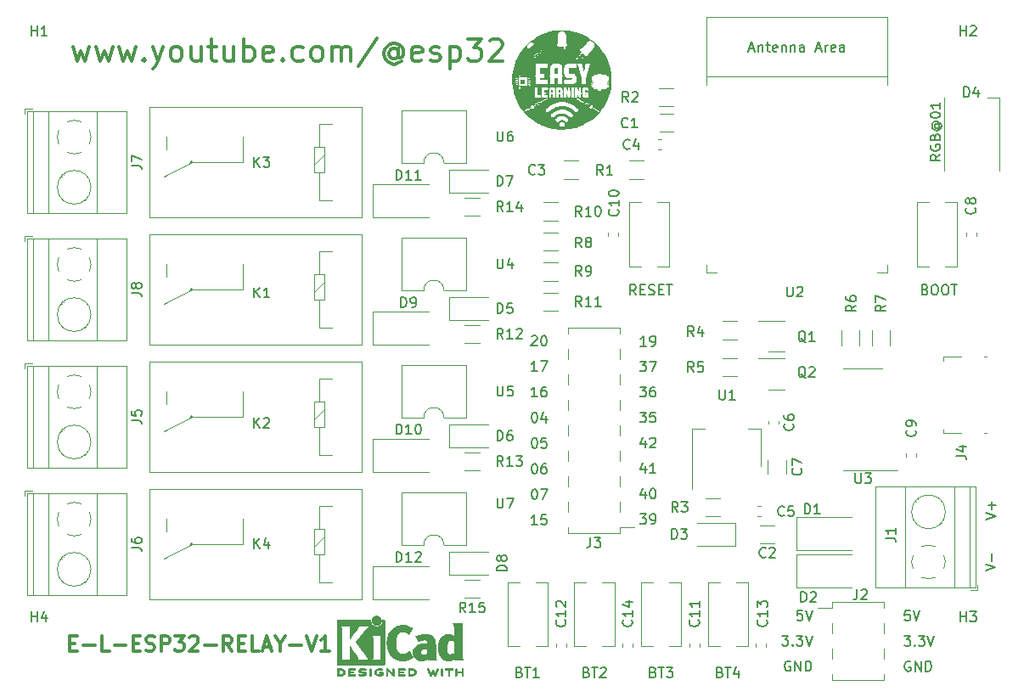
<source format=gbr>
%TF.GenerationSoftware,KiCad,Pcbnew,7.0.6*%
%TF.CreationDate,2023-08-03T00:29:09-04:00*%
%TF.ProjectId,esp32_rele_v1,65737033-325f-4726-956c-655f76312e6b,rev?*%
%TF.SameCoordinates,Original*%
%TF.FileFunction,Legend,Top*%
%TF.FilePolarity,Positive*%
%FSLAX46Y46*%
G04 Gerber Fmt 4.6, Leading zero omitted, Abs format (unit mm)*
G04 Created by KiCad (PCBNEW 7.0.6) date 2023-08-03 00:29:09*
%MOMM*%
%LPD*%
G01*
G04 APERTURE LIST*
%ADD10C,0.300000*%
%ADD11C,0.150000*%
%ADD12C,0.010000*%
%ADD13C,0.120000*%
G04 APERTURE END LIST*
D10*
X7166453Y-2414095D02*
X7585501Y-3880761D01*
X7585501Y-3880761D02*
X8004548Y-2833142D01*
X8004548Y-2833142D02*
X8423596Y-3880761D01*
X8423596Y-3880761D02*
X8842644Y-2414095D01*
X9471215Y-2414095D02*
X9890263Y-3880761D01*
X9890263Y-3880761D02*
X10309310Y-2833142D01*
X10309310Y-2833142D02*
X10728358Y-3880761D01*
X10728358Y-3880761D02*
X11147406Y-2414095D01*
X11775977Y-2414095D02*
X12195025Y-3880761D01*
X12195025Y-3880761D02*
X12614072Y-2833142D01*
X12614072Y-2833142D02*
X13033120Y-3880761D01*
X13033120Y-3880761D02*
X13452168Y-2414095D01*
X14290263Y-3671238D02*
X14395025Y-3776000D01*
X14395025Y-3776000D02*
X14290263Y-3880761D01*
X14290263Y-3880761D02*
X14185501Y-3776000D01*
X14185501Y-3776000D02*
X14290263Y-3671238D01*
X14290263Y-3671238D02*
X14290263Y-3880761D01*
X15128358Y-2414095D02*
X15652168Y-3880761D01*
X16175977Y-2414095D02*
X15652168Y-3880761D01*
X15652168Y-3880761D02*
X15442644Y-4404571D01*
X15442644Y-4404571D02*
X15337882Y-4509333D01*
X15337882Y-4509333D02*
X15128358Y-4614095D01*
X17328358Y-3880761D02*
X17118834Y-3776000D01*
X17118834Y-3776000D02*
X17014072Y-3671238D01*
X17014072Y-3671238D02*
X16909310Y-3461714D01*
X16909310Y-3461714D02*
X16909310Y-2833142D01*
X16909310Y-2833142D02*
X17014072Y-2623619D01*
X17014072Y-2623619D02*
X17118834Y-2518857D01*
X17118834Y-2518857D02*
X17328358Y-2414095D01*
X17328358Y-2414095D02*
X17642643Y-2414095D01*
X17642643Y-2414095D02*
X17852167Y-2518857D01*
X17852167Y-2518857D02*
X17956929Y-2623619D01*
X17956929Y-2623619D02*
X18061691Y-2833142D01*
X18061691Y-2833142D02*
X18061691Y-3461714D01*
X18061691Y-3461714D02*
X17956929Y-3671238D01*
X17956929Y-3671238D02*
X17852167Y-3776000D01*
X17852167Y-3776000D02*
X17642643Y-3880761D01*
X17642643Y-3880761D02*
X17328358Y-3880761D01*
X19947405Y-2414095D02*
X19947405Y-3880761D01*
X19004548Y-2414095D02*
X19004548Y-3566476D01*
X19004548Y-3566476D02*
X19109310Y-3776000D01*
X19109310Y-3776000D02*
X19318834Y-3880761D01*
X19318834Y-3880761D02*
X19633119Y-3880761D01*
X19633119Y-3880761D02*
X19842643Y-3776000D01*
X19842643Y-3776000D02*
X19947405Y-3671238D01*
X20680738Y-2414095D02*
X21518834Y-2414095D01*
X20995024Y-1680761D02*
X20995024Y-3566476D01*
X20995024Y-3566476D02*
X21099786Y-3776000D01*
X21099786Y-3776000D02*
X21309310Y-3880761D01*
X21309310Y-3880761D02*
X21518834Y-3880761D01*
X23195024Y-2414095D02*
X23195024Y-3880761D01*
X22252167Y-2414095D02*
X22252167Y-3566476D01*
X22252167Y-3566476D02*
X22356929Y-3776000D01*
X22356929Y-3776000D02*
X22566453Y-3880761D01*
X22566453Y-3880761D02*
X22880738Y-3880761D01*
X22880738Y-3880761D02*
X23090262Y-3776000D01*
X23090262Y-3776000D02*
X23195024Y-3671238D01*
X24242643Y-3880761D02*
X24242643Y-1680761D01*
X24242643Y-2518857D02*
X24452167Y-2414095D01*
X24452167Y-2414095D02*
X24871214Y-2414095D01*
X24871214Y-2414095D02*
X25080738Y-2518857D01*
X25080738Y-2518857D02*
X25185500Y-2623619D01*
X25185500Y-2623619D02*
X25290262Y-2833142D01*
X25290262Y-2833142D02*
X25290262Y-3461714D01*
X25290262Y-3461714D02*
X25185500Y-3671238D01*
X25185500Y-3671238D02*
X25080738Y-3776000D01*
X25080738Y-3776000D02*
X24871214Y-3880761D01*
X24871214Y-3880761D02*
X24452167Y-3880761D01*
X24452167Y-3880761D02*
X24242643Y-3776000D01*
X27071214Y-3776000D02*
X26861690Y-3880761D01*
X26861690Y-3880761D02*
X26442643Y-3880761D01*
X26442643Y-3880761D02*
X26233119Y-3776000D01*
X26233119Y-3776000D02*
X26128357Y-3566476D01*
X26128357Y-3566476D02*
X26128357Y-2728380D01*
X26128357Y-2728380D02*
X26233119Y-2518857D01*
X26233119Y-2518857D02*
X26442643Y-2414095D01*
X26442643Y-2414095D02*
X26861690Y-2414095D01*
X26861690Y-2414095D02*
X27071214Y-2518857D01*
X27071214Y-2518857D02*
X27175976Y-2728380D01*
X27175976Y-2728380D02*
X27175976Y-2937904D01*
X27175976Y-2937904D02*
X26128357Y-3147428D01*
X28118833Y-3671238D02*
X28223595Y-3776000D01*
X28223595Y-3776000D02*
X28118833Y-3880761D01*
X28118833Y-3880761D02*
X28014071Y-3776000D01*
X28014071Y-3776000D02*
X28118833Y-3671238D01*
X28118833Y-3671238D02*
X28118833Y-3880761D01*
X30109309Y-3776000D02*
X29899785Y-3880761D01*
X29899785Y-3880761D02*
X29480738Y-3880761D01*
X29480738Y-3880761D02*
X29271214Y-3776000D01*
X29271214Y-3776000D02*
X29166452Y-3671238D01*
X29166452Y-3671238D02*
X29061690Y-3461714D01*
X29061690Y-3461714D02*
X29061690Y-2833142D01*
X29061690Y-2833142D02*
X29166452Y-2623619D01*
X29166452Y-2623619D02*
X29271214Y-2518857D01*
X29271214Y-2518857D02*
X29480738Y-2414095D01*
X29480738Y-2414095D02*
X29899785Y-2414095D01*
X29899785Y-2414095D02*
X30109309Y-2518857D01*
X31366452Y-3880761D02*
X31156928Y-3776000D01*
X31156928Y-3776000D02*
X31052166Y-3671238D01*
X31052166Y-3671238D02*
X30947404Y-3461714D01*
X30947404Y-3461714D02*
X30947404Y-2833142D01*
X30947404Y-2833142D02*
X31052166Y-2623619D01*
X31052166Y-2623619D02*
X31156928Y-2518857D01*
X31156928Y-2518857D02*
X31366452Y-2414095D01*
X31366452Y-2414095D02*
X31680737Y-2414095D01*
X31680737Y-2414095D02*
X31890261Y-2518857D01*
X31890261Y-2518857D02*
X31995023Y-2623619D01*
X31995023Y-2623619D02*
X32099785Y-2833142D01*
X32099785Y-2833142D02*
X32099785Y-3461714D01*
X32099785Y-3461714D02*
X31995023Y-3671238D01*
X31995023Y-3671238D02*
X31890261Y-3776000D01*
X31890261Y-3776000D02*
X31680737Y-3880761D01*
X31680737Y-3880761D02*
X31366452Y-3880761D01*
X33042642Y-3880761D02*
X33042642Y-2414095D01*
X33042642Y-2623619D02*
X33147404Y-2518857D01*
X33147404Y-2518857D02*
X33356928Y-2414095D01*
X33356928Y-2414095D02*
X33671213Y-2414095D01*
X33671213Y-2414095D02*
X33880737Y-2518857D01*
X33880737Y-2518857D02*
X33985499Y-2728380D01*
X33985499Y-2728380D02*
X33985499Y-3880761D01*
X33985499Y-2728380D02*
X34090261Y-2518857D01*
X34090261Y-2518857D02*
X34299785Y-2414095D01*
X34299785Y-2414095D02*
X34614071Y-2414095D01*
X34614071Y-2414095D02*
X34823594Y-2518857D01*
X34823594Y-2518857D02*
X34928356Y-2728380D01*
X34928356Y-2728380D02*
X34928356Y-3880761D01*
X37547404Y-1576000D02*
X35661689Y-4404571D01*
X39642642Y-2833142D02*
X39537880Y-2728380D01*
X39537880Y-2728380D02*
X39328356Y-2623619D01*
X39328356Y-2623619D02*
X39118832Y-2623619D01*
X39118832Y-2623619D02*
X38909308Y-2728380D01*
X38909308Y-2728380D02*
X38804547Y-2833142D01*
X38804547Y-2833142D02*
X38699785Y-3042666D01*
X38699785Y-3042666D02*
X38699785Y-3252190D01*
X38699785Y-3252190D02*
X38804547Y-3461714D01*
X38804547Y-3461714D02*
X38909308Y-3566476D01*
X38909308Y-3566476D02*
X39118832Y-3671238D01*
X39118832Y-3671238D02*
X39328356Y-3671238D01*
X39328356Y-3671238D02*
X39537880Y-3566476D01*
X39537880Y-3566476D02*
X39642642Y-3461714D01*
X39642642Y-2623619D02*
X39642642Y-3461714D01*
X39642642Y-3461714D02*
X39747404Y-3566476D01*
X39747404Y-3566476D02*
X39852166Y-3566476D01*
X39852166Y-3566476D02*
X40061689Y-3461714D01*
X40061689Y-3461714D02*
X40166451Y-3252190D01*
X40166451Y-3252190D02*
X40166451Y-2728380D01*
X40166451Y-2728380D02*
X39956928Y-2414095D01*
X39956928Y-2414095D02*
X39642642Y-2204571D01*
X39642642Y-2204571D02*
X39223594Y-2099809D01*
X39223594Y-2099809D02*
X38804547Y-2204571D01*
X38804547Y-2204571D02*
X38490261Y-2414095D01*
X38490261Y-2414095D02*
X38280737Y-2728380D01*
X38280737Y-2728380D02*
X38175975Y-3147428D01*
X38175975Y-3147428D02*
X38280737Y-3566476D01*
X38280737Y-3566476D02*
X38490261Y-3880761D01*
X38490261Y-3880761D02*
X38804547Y-4090285D01*
X38804547Y-4090285D02*
X39223594Y-4195047D01*
X39223594Y-4195047D02*
X39642642Y-4090285D01*
X39642642Y-4090285D02*
X39956928Y-3880761D01*
X41947403Y-3776000D02*
X41737879Y-3880761D01*
X41737879Y-3880761D02*
X41318832Y-3880761D01*
X41318832Y-3880761D02*
X41109308Y-3776000D01*
X41109308Y-3776000D02*
X41004546Y-3566476D01*
X41004546Y-3566476D02*
X41004546Y-2728380D01*
X41004546Y-2728380D02*
X41109308Y-2518857D01*
X41109308Y-2518857D02*
X41318832Y-2414095D01*
X41318832Y-2414095D02*
X41737879Y-2414095D01*
X41737879Y-2414095D02*
X41947403Y-2518857D01*
X41947403Y-2518857D02*
X42052165Y-2728380D01*
X42052165Y-2728380D02*
X42052165Y-2937904D01*
X42052165Y-2937904D02*
X41004546Y-3147428D01*
X42890260Y-3776000D02*
X43099784Y-3880761D01*
X43099784Y-3880761D02*
X43518832Y-3880761D01*
X43518832Y-3880761D02*
X43728355Y-3776000D01*
X43728355Y-3776000D02*
X43833117Y-3566476D01*
X43833117Y-3566476D02*
X43833117Y-3461714D01*
X43833117Y-3461714D02*
X43728355Y-3252190D01*
X43728355Y-3252190D02*
X43518832Y-3147428D01*
X43518832Y-3147428D02*
X43204546Y-3147428D01*
X43204546Y-3147428D02*
X42995022Y-3042666D01*
X42995022Y-3042666D02*
X42890260Y-2833142D01*
X42890260Y-2833142D02*
X42890260Y-2728380D01*
X42890260Y-2728380D02*
X42995022Y-2518857D01*
X42995022Y-2518857D02*
X43204546Y-2414095D01*
X43204546Y-2414095D02*
X43518832Y-2414095D01*
X43518832Y-2414095D02*
X43728355Y-2518857D01*
X44775974Y-2414095D02*
X44775974Y-4614095D01*
X44775974Y-2518857D02*
X44985498Y-2414095D01*
X44985498Y-2414095D02*
X45404545Y-2414095D01*
X45404545Y-2414095D02*
X45614069Y-2518857D01*
X45614069Y-2518857D02*
X45718831Y-2623619D01*
X45718831Y-2623619D02*
X45823593Y-2833142D01*
X45823593Y-2833142D02*
X45823593Y-3461714D01*
X45823593Y-3461714D02*
X45718831Y-3671238D01*
X45718831Y-3671238D02*
X45614069Y-3776000D01*
X45614069Y-3776000D02*
X45404545Y-3880761D01*
X45404545Y-3880761D02*
X44985498Y-3880761D01*
X44985498Y-3880761D02*
X44775974Y-3776000D01*
X46556926Y-1680761D02*
X47918831Y-1680761D01*
X47918831Y-1680761D02*
X47185498Y-2518857D01*
X47185498Y-2518857D02*
X47499783Y-2518857D01*
X47499783Y-2518857D02*
X47709307Y-2623619D01*
X47709307Y-2623619D02*
X47814069Y-2728380D01*
X47814069Y-2728380D02*
X47918831Y-2937904D01*
X47918831Y-2937904D02*
X47918831Y-3461714D01*
X47918831Y-3461714D02*
X47814069Y-3671238D01*
X47814069Y-3671238D02*
X47709307Y-3776000D01*
X47709307Y-3776000D02*
X47499783Y-3880761D01*
X47499783Y-3880761D02*
X46871212Y-3880761D01*
X46871212Y-3880761D02*
X46661688Y-3776000D01*
X46661688Y-3776000D02*
X46556926Y-3671238D01*
X48756926Y-1890285D02*
X48861688Y-1785523D01*
X48861688Y-1785523D02*
X49071212Y-1680761D01*
X49071212Y-1680761D02*
X49595021Y-1680761D01*
X49595021Y-1680761D02*
X49804545Y-1785523D01*
X49804545Y-1785523D02*
X49909307Y-1890285D01*
X49909307Y-1890285D02*
X50014069Y-2099809D01*
X50014069Y-2099809D02*
X50014069Y-2309333D01*
X50014069Y-2309333D02*
X49909307Y-2623619D01*
X49909307Y-2623619D02*
X48652164Y-3880761D01*
X48652164Y-3880761D02*
X50014069Y-3880761D01*
X6904510Y-61930914D02*
X7404510Y-61930914D01*
X7618796Y-62716628D02*
X6904510Y-62716628D01*
X6904510Y-62716628D02*
X6904510Y-61216628D01*
X6904510Y-61216628D02*
X7618796Y-61216628D01*
X8261653Y-62145200D02*
X9404511Y-62145200D01*
X10833082Y-62716628D02*
X10118796Y-62716628D01*
X10118796Y-62716628D02*
X10118796Y-61216628D01*
X11333082Y-62145200D02*
X12475940Y-62145200D01*
X13190225Y-61930914D02*
X13690225Y-61930914D01*
X13904511Y-62716628D02*
X13190225Y-62716628D01*
X13190225Y-62716628D02*
X13190225Y-61216628D01*
X13190225Y-61216628D02*
X13904511Y-61216628D01*
X14475940Y-62645200D02*
X14690226Y-62716628D01*
X14690226Y-62716628D02*
X15047368Y-62716628D01*
X15047368Y-62716628D02*
X15190226Y-62645200D01*
X15190226Y-62645200D02*
X15261654Y-62573771D01*
X15261654Y-62573771D02*
X15333083Y-62430914D01*
X15333083Y-62430914D02*
X15333083Y-62288057D01*
X15333083Y-62288057D02*
X15261654Y-62145200D01*
X15261654Y-62145200D02*
X15190226Y-62073771D01*
X15190226Y-62073771D02*
X15047368Y-62002342D01*
X15047368Y-62002342D02*
X14761654Y-61930914D01*
X14761654Y-61930914D02*
X14618797Y-61859485D01*
X14618797Y-61859485D02*
X14547368Y-61788057D01*
X14547368Y-61788057D02*
X14475940Y-61645200D01*
X14475940Y-61645200D02*
X14475940Y-61502342D01*
X14475940Y-61502342D02*
X14547368Y-61359485D01*
X14547368Y-61359485D02*
X14618797Y-61288057D01*
X14618797Y-61288057D02*
X14761654Y-61216628D01*
X14761654Y-61216628D02*
X15118797Y-61216628D01*
X15118797Y-61216628D02*
X15333083Y-61288057D01*
X15975939Y-62716628D02*
X15975939Y-61216628D01*
X15975939Y-61216628D02*
X16547368Y-61216628D01*
X16547368Y-61216628D02*
X16690225Y-61288057D01*
X16690225Y-61288057D02*
X16761654Y-61359485D01*
X16761654Y-61359485D02*
X16833082Y-61502342D01*
X16833082Y-61502342D02*
X16833082Y-61716628D01*
X16833082Y-61716628D02*
X16761654Y-61859485D01*
X16761654Y-61859485D02*
X16690225Y-61930914D01*
X16690225Y-61930914D02*
X16547368Y-62002342D01*
X16547368Y-62002342D02*
X15975939Y-62002342D01*
X17333082Y-61216628D02*
X18261654Y-61216628D01*
X18261654Y-61216628D02*
X17761654Y-61788057D01*
X17761654Y-61788057D02*
X17975939Y-61788057D01*
X17975939Y-61788057D02*
X18118797Y-61859485D01*
X18118797Y-61859485D02*
X18190225Y-61930914D01*
X18190225Y-61930914D02*
X18261654Y-62073771D01*
X18261654Y-62073771D02*
X18261654Y-62430914D01*
X18261654Y-62430914D02*
X18190225Y-62573771D01*
X18190225Y-62573771D02*
X18118797Y-62645200D01*
X18118797Y-62645200D02*
X17975939Y-62716628D01*
X17975939Y-62716628D02*
X17547368Y-62716628D01*
X17547368Y-62716628D02*
X17404511Y-62645200D01*
X17404511Y-62645200D02*
X17333082Y-62573771D01*
X18833082Y-61359485D02*
X18904510Y-61288057D01*
X18904510Y-61288057D02*
X19047368Y-61216628D01*
X19047368Y-61216628D02*
X19404510Y-61216628D01*
X19404510Y-61216628D02*
X19547368Y-61288057D01*
X19547368Y-61288057D02*
X19618796Y-61359485D01*
X19618796Y-61359485D02*
X19690225Y-61502342D01*
X19690225Y-61502342D02*
X19690225Y-61645200D01*
X19690225Y-61645200D02*
X19618796Y-61859485D01*
X19618796Y-61859485D02*
X18761653Y-62716628D01*
X18761653Y-62716628D02*
X19690225Y-62716628D01*
X20333081Y-62145200D02*
X21475939Y-62145200D01*
X23047367Y-62716628D02*
X22547367Y-62002342D01*
X22190224Y-62716628D02*
X22190224Y-61216628D01*
X22190224Y-61216628D02*
X22761653Y-61216628D01*
X22761653Y-61216628D02*
X22904510Y-61288057D01*
X22904510Y-61288057D02*
X22975939Y-61359485D01*
X22975939Y-61359485D02*
X23047367Y-61502342D01*
X23047367Y-61502342D02*
X23047367Y-61716628D01*
X23047367Y-61716628D02*
X22975939Y-61859485D01*
X22975939Y-61859485D02*
X22904510Y-61930914D01*
X22904510Y-61930914D02*
X22761653Y-62002342D01*
X22761653Y-62002342D02*
X22190224Y-62002342D01*
X23690224Y-61930914D02*
X24190224Y-61930914D01*
X24404510Y-62716628D02*
X23690224Y-62716628D01*
X23690224Y-62716628D02*
X23690224Y-61216628D01*
X23690224Y-61216628D02*
X24404510Y-61216628D01*
X25761653Y-62716628D02*
X25047367Y-62716628D01*
X25047367Y-62716628D02*
X25047367Y-61216628D01*
X26190225Y-62288057D02*
X26904511Y-62288057D01*
X26047368Y-62716628D02*
X26547368Y-61216628D01*
X26547368Y-61216628D02*
X27047368Y-62716628D01*
X27833082Y-62002342D02*
X27833082Y-62716628D01*
X27333082Y-61216628D02*
X27833082Y-62002342D01*
X27833082Y-62002342D02*
X28333082Y-61216628D01*
X28833081Y-62145200D02*
X29975939Y-62145200D01*
X30475939Y-61216628D02*
X30975939Y-62716628D01*
X30975939Y-62716628D02*
X31475939Y-61216628D01*
X32761653Y-62716628D02*
X31904510Y-62716628D01*
X32333081Y-62716628D02*
X32333081Y-61216628D01*
X32333081Y-61216628D02*
X32190224Y-61430914D01*
X32190224Y-61430914D02*
X32047367Y-61573771D01*
X32047367Y-61573771D02*
X31904510Y-61645200D01*
D11*
X63731541Y-49049819D02*
X64350588Y-49049819D01*
X64350588Y-49049819D02*
X64017255Y-49430771D01*
X64017255Y-49430771D02*
X64160112Y-49430771D01*
X64160112Y-49430771D02*
X64255350Y-49478390D01*
X64255350Y-49478390D02*
X64302969Y-49526009D01*
X64302969Y-49526009D02*
X64350588Y-49621247D01*
X64350588Y-49621247D02*
X64350588Y-49859342D01*
X64350588Y-49859342D02*
X64302969Y-49954580D01*
X64302969Y-49954580D02*
X64255350Y-50002200D01*
X64255350Y-50002200D02*
X64160112Y-50049819D01*
X64160112Y-50049819D02*
X63874398Y-50049819D01*
X63874398Y-50049819D02*
X63779160Y-50002200D01*
X63779160Y-50002200D02*
X63731541Y-49954580D01*
X64826779Y-50049819D02*
X65017255Y-50049819D01*
X65017255Y-50049819D02*
X65112493Y-50002200D01*
X65112493Y-50002200D02*
X65160112Y-49954580D01*
X65160112Y-49954580D02*
X65255350Y-49811723D01*
X65255350Y-49811723D02*
X65302969Y-49621247D01*
X65302969Y-49621247D02*
X65302969Y-49240295D01*
X65302969Y-49240295D02*
X65255350Y-49145057D01*
X65255350Y-49145057D02*
X65207731Y-49097438D01*
X65207731Y-49097438D02*
X65112493Y-49049819D01*
X65112493Y-49049819D02*
X64922017Y-49049819D01*
X64922017Y-49049819D02*
X64826779Y-49097438D01*
X64826779Y-49097438D02*
X64779160Y-49145057D01*
X64779160Y-49145057D02*
X64731541Y-49240295D01*
X64731541Y-49240295D02*
X64731541Y-49478390D01*
X64731541Y-49478390D02*
X64779160Y-49573628D01*
X64779160Y-49573628D02*
X64826779Y-49621247D01*
X64826779Y-49621247D02*
X64922017Y-49668866D01*
X64922017Y-49668866D02*
X65112493Y-49668866D01*
X65112493Y-49668866D02*
X65207731Y-49621247D01*
X65207731Y-49621247D02*
X65255350Y-49573628D01*
X65255350Y-49573628D02*
X65302969Y-49478390D01*
X90652969Y-58689819D02*
X90176779Y-58689819D01*
X90176779Y-58689819D02*
X90129160Y-59166009D01*
X90129160Y-59166009D02*
X90176779Y-59118390D01*
X90176779Y-59118390D02*
X90272017Y-59070771D01*
X90272017Y-59070771D02*
X90510112Y-59070771D01*
X90510112Y-59070771D02*
X90605350Y-59118390D01*
X90605350Y-59118390D02*
X90652969Y-59166009D01*
X90652969Y-59166009D02*
X90700588Y-59261247D01*
X90700588Y-59261247D02*
X90700588Y-59499342D01*
X90700588Y-59499342D02*
X90652969Y-59594580D01*
X90652969Y-59594580D02*
X90605350Y-59642200D01*
X90605350Y-59642200D02*
X90510112Y-59689819D01*
X90510112Y-59689819D02*
X90272017Y-59689819D01*
X90272017Y-59689819D02*
X90176779Y-59642200D01*
X90176779Y-59642200D02*
X90129160Y-59594580D01*
X90986303Y-58689819D02*
X91319636Y-59689819D01*
X91319636Y-59689819D02*
X91652969Y-58689819D01*
X63731541Y-33835533D02*
X64350588Y-33835533D01*
X64350588Y-33835533D02*
X64017255Y-34216485D01*
X64017255Y-34216485D02*
X64160112Y-34216485D01*
X64160112Y-34216485D02*
X64255350Y-34264104D01*
X64255350Y-34264104D02*
X64302969Y-34311723D01*
X64302969Y-34311723D02*
X64350588Y-34406961D01*
X64350588Y-34406961D02*
X64350588Y-34645056D01*
X64350588Y-34645056D02*
X64302969Y-34740294D01*
X64302969Y-34740294D02*
X64255350Y-34787914D01*
X64255350Y-34787914D02*
X64160112Y-34835533D01*
X64160112Y-34835533D02*
X63874398Y-34835533D01*
X63874398Y-34835533D02*
X63779160Y-34787914D01*
X63779160Y-34787914D02*
X63731541Y-34740294D01*
X64683922Y-33835533D02*
X65350588Y-33835533D01*
X65350588Y-33835533D02*
X64922017Y-34835533D01*
X52919160Y-31365057D02*
X52966779Y-31317438D01*
X52966779Y-31317438D02*
X53062017Y-31269819D01*
X53062017Y-31269819D02*
X53300112Y-31269819D01*
X53300112Y-31269819D02*
X53395350Y-31317438D01*
X53395350Y-31317438D02*
X53442969Y-31365057D01*
X53442969Y-31365057D02*
X53490588Y-31460295D01*
X53490588Y-31460295D02*
X53490588Y-31555533D01*
X53490588Y-31555533D02*
X53442969Y-31698390D01*
X53442969Y-31698390D02*
X52871541Y-32269819D01*
X52871541Y-32269819D02*
X53490588Y-32269819D01*
X54109636Y-31269819D02*
X54204874Y-31269819D01*
X54204874Y-31269819D02*
X54300112Y-31317438D01*
X54300112Y-31317438D02*
X54347731Y-31365057D01*
X54347731Y-31365057D02*
X54395350Y-31460295D01*
X54395350Y-31460295D02*
X54442969Y-31650771D01*
X54442969Y-31650771D02*
X54442969Y-31888866D01*
X54442969Y-31888866D02*
X54395350Y-32079342D01*
X54395350Y-32079342D02*
X54347731Y-32174580D01*
X54347731Y-32174580D02*
X54300112Y-32222200D01*
X54300112Y-32222200D02*
X54204874Y-32269819D01*
X54204874Y-32269819D02*
X54109636Y-32269819D01*
X54109636Y-32269819D02*
X54014398Y-32222200D01*
X54014398Y-32222200D02*
X53966779Y-32174580D01*
X53966779Y-32174580D02*
X53919160Y-32079342D01*
X53919160Y-32079342D02*
X53871541Y-31888866D01*
X53871541Y-31888866D02*
X53871541Y-31650771D01*
X53871541Y-31650771D02*
X53919160Y-31460295D01*
X53919160Y-31460295D02*
X53966779Y-31365057D01*
X53966779Y-31365057D02*
X54014398Y-31317438D01*
X54014398Y-31317438D02*
X54109636Y-31269819D01*
X79912969Y-58669819D02*
X79436779Y-58669819D01*
X79436779Y-58669819D02*
X79389160Y-59146009D01*
X79389160Y-59146009D02*
X79436779Y-59098390D01*
X79436779Y-59098390D02*
X79532017Y-59050771D01*
X79532017Y-59050771D02*
X79770112Y-59050771D01*
X79770112Y-59050771D02*
X79865350Y-59098390D01*
X79865350Y-59098390D02*
X79912969Y-59146009D01*
X79912969Y-59146009D02*
X79960588Y-59241247D01*
X79960588Y-59241247D02*
X79960588Y-59479342D01*
X79960588Y-59479342D02*
X79912969Y-59574580D01*
X79912969Y-59574580D02*
X79865350Y-59622200D01*
X79865350Y-59622200D02*
X79770112Y-59669819D01*
X79770112Y-59669819D02*
X79532017Y-59669819D01*
X79532017Y-59669819D02*
X79436779Y-59622200D01*
X79436779Y-59622200D02*
X79389160Y-59574580D01*
X80246303Y-58669819D02*
X80579636Y-59669819D01*
X80579636Y-59669819D02*
X80912969Y-58669819D01*
X53157255Y-38919819D02*
X53252493Y-38919819D01*
X53252493Y-38919819D02*
X53347731Y-38967438D01*
X53347731Y-38967438D02*
X53395350Y-39015057D01*
X53395350Y-39015057D02*
X53442969Y-39110295D01*
X53442969Y-39110295D02*
X53490588Y-39300771D01*
X53490588Y-39300771D02*
X53490588Y-39538866D01*
X53490588Y-39538866D02*
X53442969Y-39729342D01*
X53442969Y-39729342D02*
X53395350Y-39824580D01*
X53395350Y-39824580D02*
X53347731Y-39872200D01*
X53347731Y-39872200D02*
X53252493Y-39919819D01*
X53252493Y-39919819D02*
X53157255Y-39919819D01*
X53157255Y-39919819D02*
X53062017Y-39872200D01*
X53062017Y-39872200D02*
X53014398Y-39824580D01*
X53014398Y-39824580D02*
X52966779Y-39729342D01*
X52966779Y-39729342D02*
X52919160Y-39538866D01*
X52919160Y-39538866D02*
X52919160Y-39300771D01*
X52919160Y-39300771D02*
X52966779Y-39110295D01*
X52966779Y-39110295D02*
X53014398Y-39015057D01*
X53014398Y-39015057D02*
X53062017Y-38967438D01*
X53062017Y-38967438D02*
X53157255Y-38919819D01*
X54347731Y-39253152D02*
X54347731Y-39919819D01*
X54109636Y-38872200D02*
X53871541Y-39586485D01*
X53871541Y-39586485D02*
X54490588Y-39586485D01*
X93679819Y-13211792D02*
X93203628Y-13545125D01*
X93679819Y-13783220D02*
X92679819Y-13783220D01*
X92679819Y-13783220D02*
X92679819Y-13402268D01*
X92679819Y-13402268D02*
X92727438Y-13307030D01*
X92727438Y-13307030D02*
X92775057Y-13259411D01*
X92775057Y-13259411D02*
X92870295Y-13211792D01*
X92870295Y-13211792D02*
X93013152Y-13211792D01*
X93013152Y-13211792D02*
X93108390Y-13259411D01*
X93108390Y-13259411D02*
X93156009Y-13307030D01*
X93156009Y-13307030D02*
X93203628Y-13402268D01*
X93203628Y-13402268D02*
X93203628Y-13783220D01*
X92727438Y-12259411D02*
X92679819Y-12354649D01*
X92679819Y-12354649D02*
X92679819Y-12497506D01*
X92679819Y-12497506D02*
X92727438Y-12640363D01*
X92727438Y-12640363D02*
X92822676Y-12735601D01*
X92822676Y-12735601D02*
X92917914Y-12783220D01*
X92917914Y-12783220D02*
X93108390Y-12830839D01*
X93108390Y-12830839D02*
X93251247Y-12830839D01*
X93251247Y-12830839D02*
X93441723Y-12783220D01*
X93441723Y-12783220D02*
X93536961Y-12735601D01*
X93536961Y-12735601D02*
X93632200Y-12640363D01*
X93632200Y-12640363D02*
X93679819Y-12497506D01*
X93679819Y-12497506D02*
X93679819Y-12402268D01*
X93679819Y-12402268D02*
X93632200Y-12259411D01*
X93632200Y-12259411D02*
X93584580Y-12211792D01*
X93584580Y-12211792D02*
X93251247Y-12211792D01*
X93251247Y-12211792D02*
X93251247Y-12402268D01*
X93156009Y-11449887D02*
X93203628Y-11307030D01*
X93203628Y-11307030D02*
X93251247Y-11259411D01*
X93251247Y-11259411D02*
X93346485Y-11211792D01*
X93346485Y-11211792D02*
X93489342Y-11211792D01*
X93489342Y-11211792D02*
X93584580Y-11259411D01*
X93584580Y-11259411D02*
X93632200Y-11307030D01*
X93632200Y-11307030D02*
X93679819Y-11402268D01*
X93679819Y-11402268D02*
X93679819Y-11783220D01*
X93679819Y-11783220D02*
X92679819Y-11783220D01*
X92679819Y-11783220D02*
X92679819Y-11449887D01*
X92679819Y-11449887D02*
X92727438Y-11354649D01*
X92727438Y-11354649D02*
X92775057Y-11307030D01*
X92775057Y-11307030D02*
X92870295Y-11259411D01*
X92870295Y-11259411D02*
X92965533Y-11259411D01*
X92965533Y-11259411D02*
X93060771Y-11307030D01*
X93060771Y-11307030D02*
X93108390Y-11354649D01*
X93108390Y-11354649D02*
X93156009Y-11449887D01*
X93156009Y-11449887D02*
X93156009Y-11783220D01*
X93203628Y-10164173D02*
X93156009Y-10211792D01*
X93156009Y-10211792D02*
X93108390Y-10307030D01*
X93108390Y-10307030D02*
X93108390Y-10402268D01*
X93108390Y-10402268D02*
X93156009Y-10497506D01*
X93156009Y-10497506D02*
X93203628Y-10545125D01*
X93203628Y-10545125D02*
X93298866Y-10592744D01*
X93298866Y-10592744D02*
X93394104Y-10592744D01*
X93394104Y-10592744D02*
X93489342Y-10545125D01*
X93489342Y-10545125D02*
X93536961Y-10497506D01*
X93536961Y-10497506D02*
X93584580Y-10402268D01*
X93584580Y-10402268D02*
X93584580Y-10307030D01*
X93584580Y-10307030D02*
X93536961Y-10211792D01*
X93536961Y-10211792D02*
X93489342Y-10164173D01*
X93108390Y-10164173D02*
X93489342Y-10164173D01*
X93489342Y-10164173D02*
X93536961Y-10116554D01*
X93536961Y-10116554D02*
X93536961Y-10068935D01*
X93536961Y-10068935D02*
X93489342Y-9973696D01*
X93489342Y-9973696D02*
X93394104Y-9926077D01*
X93394104Y-9926077D02*
X93156009Y-9926077D01*
X93156009Y-9926077D02*
X93013152Y-10021316D01*
X93013152Y-10021316D02*
X92917914Y-10164173D01*
X92917914Y-10164173D02*
X92870295Y-10354649D01*
X92870295Y-10354649D02*
X92917914Y-10545125D01*
X92917914Y-10545125D02*
X93013152Y-10687982D01*
X93013152Y-10687982D02*
X93156009Y-10783220D01*
X93156009Y-10783220D02*
X93346485Y-10830839D01*
X93346485Y-10830839D02*
X93536961Y-10783220D01*
X93536961Y-10783220D02*
X93679819Y-10687982D01*
X93679819Y-10687982D02*
X93775057Y-10545125D01*
X93775057Y-10545125D02*
X93822676Y-10354649D01*
X93822676Y-10354649D02*
X93775057Y-10164173D01*
X93775057Y-10164173D02*
X93679819Y-10021316D01*
X92679819Y-9307030D02*
X92679819Y-9211792D01*
X92679819Y-9211792D02*
X92727438Y-9116554D01*
X92727438Y-9116554D02*
X92775057Y-9068935D01*
X92775057Y-9068935D02*
X92870295Y-9021316D01*
X92870295Y-9021316D02*
X93060771Y-8973697D01*
X93060771Y-8973697D02*
X93298866Y-8973697D01*
X93298866Y-8973697D02*
X93489342Y-9021316D01*
X93489342Y-9021316D02*
X93584580Y-9068935D01*
X93584580Y-9068935D02*
X93632200Y-9116554D01*
X93632200Y-9116554D02*
X93679819Y-9211792D01*
X93679819Y-9211792D02*
X93679819Y-9307030D01*
X93679819Y-9307030D02*
X93632200Y-9402268D01*
X93632200Y-9402268D02*
X93584580Y-9449887D01*
X93584580Y-9449887D02*
X93489342Y-9497506D01*
X93489342Y-9497506D02*
X93298866Y-9545125D01*
X93298866Y-9545125D02*
X93060771Y-9545125D01*
X93060771Y-9545125D02*
X92870295Y-9497506D01*
X92870295Y-9497506D02*
X92775057Y-9449887D01*
X92775057Y-9449887D02*
X92727438Y-9402268D01*
X92727438Y-9402268D02*
X92679819Y-9307030D01*
X93679819Y-8021316D02*
X93679819Y-8592744D01*
X93679819Y-8307030D02*
X92679819Y-8307030D01*
X92679819Y-8307030D02*
X92822676Y-8402268D01*
X92822676Y-8402268D02*
X92917914Y-8497506D01*
X92917914Y-8497506D02*
X92965533Y-8592744D01*
X63731541Y-36371247D02*
X64350588Y-36371247D01*
X64350588Y-36371247D02*
X64017255Y-36752199D01*
X64017255Y-36752199D02*
X64160112Y-36752199D01*
X64160112Y-36752199D02*
X64255350Y-36799818D01*
X64255350Y-36799818D02*
X64302969Y-36847437D01*
X64302969Y-36847437D02*
X64350588Y-36942675D01*
X64350588Y-36942675D02*
X64350588Y-37180770D01*
X64350588Y-37180770D02*
X64302969Y-37276008D01*
X64302969Y-37276008D02*
X64255350Y-37323628D01*
X64255350Y-37323628D02*
X64160112Y-37371247D01*
X64160112Y-37371247D02*
X63874398Y-37371247D01*
X63874398Y-37371247D02*
X63779160Y-37323628D01*
X63779160Y-37323628D02*
X63731541Y-37276008D01*
X65207731Y-36371247D02*
X65017255Y-36371247D01*
X65017255Y-36371247D02*
X64922017Y-36418866D01*
X64922017Y-36418866D02*
X64874398Y-36466485D01*
X64874398Y-36466485D02*
X64779160Y-36609342D01*
X64779160Y-36609342D02*
X64731541Y-36799818D01*
X64731541Y-36799818D02*
X64731541Y-37180770D01*
X64731541Y-37180770D02*
X64779160Y-37276008D01*
X64779160Y-37276008D02*
X64826779Y-37323628D01*
X64826779Y-37323628D02*
X64922017Y-37371247D01*
X64922017Y-37371247D02*
X65112493Y-37371247D01*
X65112493Y-37371247D02*
X65207731Y-37323628D01*
X65207731Y-37323628D02*
X65255350Y-37276008D01*
X65255350Y-37276008D02*
X65302969Y-37180770D01*
X65302969Y-37180770D02*
X65302969Y-36942675D01*
X65302969Y-36942675D02*
X65255350Y-36847437D01*
X65255350Y-36847437D02*
X65207731Y-36799818D01*
X65207731Y-36799818D02*
X65112493Y-36752199D01*
X65112493Y-36752199D02*
X64922017Y-36752199D01*
X64922017Y-36752199D02*
X64826779Y-36799818D01*
X64826779Y-36799818D02*
X64779160Y-36847437D01*
X64779160Y-36847437D02*
X64731541Y-36942675D01*
X64350588Y-32299819D02*
X63779160Y-32299819D01*
X64064874Y-32299819D02*
X64064874Y-31299819D01*
X64064874Y-31299819D02*
X63969636Y-31442676D01*
X63969636Y-31442676D02*
X63874398Y-31537914D01*
X63874398Y-31537914D02*
X63779160Y-31585533D01*
X64826779Y-32299819D02*
X65017255Y-32299819D01*
X65017255Y-32299819D02*
X65112493Y-32252200D01*
X65112493Y-32252200D02*
X65160112Y-32204580D01*
X65160112Y-32204580D02*
X65255350Y-32061723D01*
X65255350Y-32061723D02*
X65302969Y-31871247D01*
X65302969Y-31871247D02*
X65302969Y-31490295D01*
X65302969Y-31490295D02*
X65255350Y-31395057D01*
X65255350Y-31395057D02*
X65207731Y-31347438D01*
X65207731Y-31347438D02*
X65112493Y-31299819D01*
X65112493Y-31299819D02*
X64922017Y-31299819D01*
X64922017Y-31299819D02*
X64826779Y-31347438D01*
X64826779Y-31347438D02*
X64779160Y-31395057D01*
X64779160Y-31395057D02*
X64731541Y-31490295D01*
X64731541Y-31490295D02*
X64731541Y-31728390D01*
X64731541Y-31728390D02*
X64779160Y-31823628D01*
X64779160Y-31823628D02*
X64826779Y-31871247D01*
X64826779Y-31871247D02*
X64922017Y-31918866D01*
X64922017Y-31918866D02*
X65112493Y-31918866D01*
X65112493Y-31918866D02*
X65207731Y-31871247D01*
X65207731Y-31871247D02*
X65255350Y-31823628D01*
X65255350Y-31823628D02*
X65302969Y-31728390D01*
X53157255Y-46569819D02*
X53252493Y-46569819D01*
X53252493Y-46569819D02*
X53347731Y-46617438D01*
X53347731Y-46617438D02*
X53395350Y-46665057D01*
X53395350Y-46665057D02*
X53442969Y-46760295D01*
X53442969Y-46760295D02*
X53490588Y-46950771D01*
X53490588Y-46950771D02*
X53490588Y-47188866D01*
X53490588Y-47188866D02*
X53442969Y-47379342D01*
X53442969Y-47379342D02*
X53395350Y-47474580D01*
X53395350Y-47474580D02*
X53347731Y-47522200D01*
X53347731Y-47522200D02*
X53252493Y-47569819D01*
X53252493Y-47569819D02*
X53157255Y-47569819D01*
X53157255Y-47569819D02*
X53062017Y-47522200D01*
X53062017Y-47522200D02*
X53014398Y-47474580D01*
X53014398Y-47474580D02*
X52966779Y-47379342D01*
X52966779Y-47379342D02*
X52919160Y-47188866D01*
X52919160Y-47188866D02*
X52919160Y-46950771D01*
X52919160Y-46950771D02*
X52966779Y-46760295D01*
X52966779Y-46760295D02*
X53014398Y-46665057D01*
X53014398Y-46665057D02*
X53062017Y-46617438D01*
X53062017Y-46617438D02*
X53157255Y-46569819D01*
X53823922Y-46569819D02*
X54490588Y-46569819D01*
X54490588Y-46569819D02*
X54062017Y-47569819D01*
X77912970Y-61189819D02*
X78532017Y-61189819D01*
X78532017Y-61189819D02*
X78198684Y-61570771D01*
X78198684Y-61570771D02*
X78341541Y-61570771D01*
X78341541Y-61570771D02*
X78436779Y-61618390D01*
X78436779Y-61618390D02*
X78484398Y-61666009D01*
X78484398Y-61666009D02*
X78532017Y-61761247D01*
X78532017Y-61761247D02*
X78532017Y-61999342D01*
X78532017Y-61999342D02*
X78484398Y-62094580D01*
X78484398Y-62094580D02*
X78436779Y-62142200D01*
X78436779Y-62142200D02*
X78341541Y-62189819D01*
X78341541Y-62189819D02*
X78055827Y-62189819D01*
X78055827Y-62189819D02*
X77960589Y-62142200D01*
X77960589Y-62142200D02*
X77912970Y-62094580D01*
X78960589Y-62094580D02*
X79008208Y-62142200D01*
X79008208Y-62142200D02*
X78960589Y-62189819D01*
X78960589Y-62189819D02*
X78912970Y-62142200D01*
X78912970Y-62142200D02*
X78960589Y-62094580D01*
X78960589Y-62094580D02*
X78960589Y-62189819D01*
X79341541Y-61189819D02*
X79960588Y-61189819D01*
X79960588Y-61189819D02*
X79627255Y-61570771D01*
X79627255Y-61570771D02*
X79770112Y-61570771D01*
X79770112Y-61570771D02*
X79865350Y-61618390D01*
X79865350Y-61618390D02*
X79912969Y-61666009D01*
X79912969Y-61666009D02*
X79960588Y-61761247D01*
X79960588Y-61761247D02*
X79960588Y-61999342D01*
X79960588Y-61999342D02*
X79912969Y-62094580D01*
X79912969Y-62094580D02*
X79865350Y-62142200D01*
X79865350Y-62142200D02*
X79770112Y-62189819D01*
X79770112Y-62189819D02*
X79484398Y-62189819D01*
X79484398Y-62189819D02*
X79389160Y-62142200D01*
X79389160Y-62142200D02*
X79341541Y-62094580D01*
X80246303Y-61189819D02*
X80579636Y-62189819D01*
X80579636Y-62189819D02*
X80912969Y-61189819D01*
X90081541Y-61209819D02*
X90700588Y-61209819D01*
X90700588Y-61209819D02*
X90367255Y-61590771D01*
X90367255Y-61590771D02*
X90510112Y-61590771D01*
X90510112Y-61590771D02*
X90605350Y-61638390D01*
X90605350Y-61638390D02*
X90652969Y-61686009D01*
X90652969Y-61686009D02*
X90700588Y-61781247D01*
X90700588Y-61781247D02*
X90700588Y-62019342D01*
X90700588Y-62019342D02*
X90652969Y-62114580D01*
X90652969Y-62114580D02*
X90605350Y-62162200D01*
X90605350Y-62162200D02*
X90510112Y-62209819D01*
X90510112Y-62209819D02*
X90224398Y-62209819D01*
X90224398Y-62209819D02*
X90129160Y-62162200D01*
X90129160Y-62162200D02*
X90081541Y-62114580D01*
X91129160Y-62114580D02*
X91176779Y-62162200D01*
X91176779Y-62162200D02*
X91129160Y-62209819D01*
X91129160Y-62209819D02*
X91081541Y-62162200D01*
X91081541Y-62162200D02*
X91129160Y-62114580D01*
X91129160Y-62114580D02*
X91129160Y-62209819D01*
X91510112Y-61209819D02*
X92129159Y-61209819D01*
X92129159Y-61209819D02*
X91795826Y-61590771D01*
X91795826Y-61590771D02*
X91938683Y-61590771D01*
X91938683Y-61590771D02*
X92033921Y-61638390D01*
X92033921Y-61638390D02*
X92081540Y-61686009D01*
X92081540Y-61686009D02*
X92129159Y-61781247D01*
X92129159Y-61781247D02*
X92129159Y-62019342D01*
X92129159Y-62019342D02*
X92081540Y-62114580D01*
X92081540Y-62114580D02*
X92033921Y-62162200D01*
X92033921Y-62162200D02*
X91938683Y-62209819D01*
X91938683Y-62209819D02*
X91652969Y-62209819D01*
X91652969Y-62209819D02*
X91557731Y-62162200D01*
X91557731Y-62162200D02*
X91510112Y-62114580D01*
X92414874Y-61209819D02*
X92748207Y-62209819D01*
X92748207Y-62209819D02*
X93081540Y-61209819D01*
X64255350Y-46847436D02*
X64255350Y-47514103D01*
X64017255Y-46466484D02*
X63779160Y-47180769D01*
X63779160Y-47180769D02*
X64398207Y-47180769D01*
X64969636Y-46514103D02*
X65064874Y-46514103D01*
X65064874Y-46514103D02*
X65160112Y-46561722D01*
X65160112Y-46561722D02*
X65207731Y-46609341D01*
X65207731Y-46609341D02*
X65255350Y-46704579D01*
X65255350Y-46704579D02*
X65302969Y-46895055D01*
X65302969Y-46895055D02*
X65302969Y-47133150D01*
X65302969Y-47133150D02*
X65255350Y-47323626D01*
X65255350Y-47323626D02*
X65207731Y-47418864D01*
X65207731Y-47418864D02*
X65160112Y-47466484D01*
X65160112Y-47466484D02*
X65064874Y-47514103D01*
X65064874Y-47514103D02*
X64969636Y-47514103D01*
X64969636Y-47514103D02*
X64874398Y-47466484D01*
X64874398Y-47466484D02*
X64826779Y-47418864D01*
X64826779Y-47418864D02*
X64779160Y-47323626D01*
X64779160Y-47323626D02*
X64731541Y-47133150D01*
X64731541Y-47133150D02*
X64731541Y-46895055D01*
X64731541Y-46895055D02*
X64779160Y-46704579D01*
X64779160Y-46704579D02*
X64826779Y-46609341D01*
X64826779Y-46609341D02*
X64874398Y-46561722D01*
X64874398Y-46561722D02*
X64969636Y-46514103D01*
X53490588Y-50119819D02*
X52919160Y-50119819D01*
X53204874Y-50119819D02*
X53204874Y-49119819D01*
X53204874Y-49119819D02*
X53109636Y-49262676D01*
X53109636Y-49262676D02*
X53014398Y-49357914D01*
X53014398Y-49357914D02*
X52919160Y-49405533D01*
X54395350Y-49119819D02*
X53919160Y-49119819D01*
X53919160Y-49119819D02*
X53871541Y-49596009D01*
X53871541Y-49596009D02*
X53919160Y-49548390D01*
X53919160Y-49548390D02*
X54014398Y-49500771D01*
X54014398Y-49500771D02*
X54252493Y-49500771D01*
X54252493Y-49500771D02*
X54347731Y-49548390D01*
X54347731Y-49548390D02*
X54395350Y-49596009D01*
X54395350Y-49596009D02*
X54442969Y-49691247D01*
X54442969Y-49691247D02*
X54442969Y-49929342D01*
X54442969Y-49929342D02*
X54395350Y-50024580D01*
X54395350Y-50024580D02*
X54347731Y-50072200D01*
X54347731Y-50072200D02*
X54252493Y-50119819D01*
X54252493Y-50119819D02*
X54014398Y-50119819D01*
X54014398Y-50119819D02*
X53919160Y-50072200D01*
X53919160Y-50072200D02*
X53871541Y-50024580D01*
X98199819Y-49586077D02*
X99199819Y-49252744D01*
X99199819Y-49252744D02*
X98199819Y-48919411D01*
X98818866Y-48586077D02*
X98818866Y-47824173D01*
X99199819Y-48205125D02*
X98437914Y-48205125D01*
X90700588Y-63777438D02*
X90605350Y-63729819D01*
X90605350Y-63729819D02*
X90462493Y-63729819D01*
X90462493Y-63729819D02*
X90319636Y-63777438D01*
X90319636Y-63777438D02*
X90224398Y-63872676D01*
X90224398Y-63872676D02*
X90176779Y-63967914D01*
X90176779Y-63967914D02*
X90129160Y-64158390D01*
X90129160Y-64158390D02*
X90129160Y-64301247D01*
X90129160Y-64301247D02*
X90176779Y-64491723D01*
X90176779Y-64491723D02*
X90224398Y-64586961D01*
X90224398Y-64586961D02*
X90319636Y-64682200D01*
X90319636Y-64682200D02*
X90462493Y-64729819D01*
X90462493Y-64729819D02*
X90557731Y-64729819D01*
X90557731Y-64729819D02*
X90700588Y-64682200D01*
X90700588Y-64682200D02*
X90748207Y-64634580D01*
X90748207Y-64634580D02*
X90748207Y-64301247D01*
X90748207Y-64301247D02*
X90557731Y-64301247D01*
X91176779Y-64729819D02*
X91176779Y-63729819D01*
X91176779Y-63729819D02*
X91748207Y-64729819D01*
X91748207Y-64729819D02*
X91748207Y-63729819D01*
X92224398Y-64729819D02*
X92224398Y-63729819D01*
X92224398Y-63729819D02*
X92462493Y-63729819D01*
X92462493Y-63729819D02*
X92605350Y-63777438D01*
X92605350Y-63777438D02*
X92700588Y-63872676D01*
X92700588Y-63872676D02*
X92748207Y-63967914D01*
X92748207Y-63967914D02*
X92795826Y-64158390D01*
X92795826Y-64158390D02*
X92795826Y-64301247D01*
X92795826Y-64301247D02*
X92748207Y-64491723D01*
X92748207Y-64491723D02*
X92700588Y-64586961D01*
X92700588Y-64586961D02*
X92605350Y-64682200D01*
X92605350Y-64682200D02*
X92462493Y-64729819D01*
X92462493Y-64729819D02*
X92224398Y-64729819D01*
X78722493Y-63757438D02*
X78627255Y-63709819D01*
X78627255Y-63709819D02*
X78484398Y-63709819D01*
X78484398Y-63709819D02*
X78341541Y-63757438D01*
X78341541Y-63757438D02*
X78246303Y-63852676D01*
X78246303Y-63852676D02*
X78198684Y-63947914D01*
X78198684Y-63947914D02*
X78151065Y-64138390D01*
X78151065Y-64138390D02*
X78151065Y-64281247D01*
X78151065Y-64281247D02*
X78198684Y-64471723D01*
X78198684Y-64471723D02*
X78246303Y-64566961D01*
X78246303Y-64566961D02*
X78341541Y-64662200D01*
X78341541Y-64662200D02*
X78484398Y-64709819D01*
X78484398Y-64709819D02*
X78579636Y-64709819D01*
X78579636Y-64709819D02*
X78722493Y-64662200D01*
X78722493Y-64662200D02*
X78770112Y-64614580D01*
X78770112Y-64614580D02*
X78770112Y-64281247D01*
X78770112Y-64281247D02*
X78579636Y-64281247D01*
X79198684Y-64709819D02*
X79198684Y-63709819D01*
X79198684Y-63709819D02*
X79770112Y-64709819D01*
X79770112Y-64709819D02*
X79770112Y-63709819D01*
X80246303Y-64709819D02*
X80246303Y-63709819D01*
X80246303Y-63709819D02*
X80484398Y-63709819D01*
X80484398Y-63709819D02*
X80627255Y-63757438D01*
X80627255Y-63757438D02*
X80722493Y-63852676D01*
X80722493Y-63852676D02*
X80770112Y-63947914D01*
X80770112Y-63947914D02*
X80817731Y-64138390D01*
X80817731Y-64138390D02*
X80817731Y-64281247D01*
X80817731Y-64281247D02*
X80770112Y-64471723D01*
X80770112Y-64471723D02*
X80722493Y-64566961D01*
X80722493Y-64566961D02*
X80627255Y-64662200D01*
X80627255Y-64662200D02*
X80484398Y-64709819D01*
X80484398Y-64709819D02*
X80246303Y-64709819D01*
X92170112Y-26666009D02*
X92312969Y-26713628D01*
X92312969Y-26713628D02*
X92360588Y-26761247D01*
X92360588Y-26761247D02*
X92408207Y-26856485D01*
X92408207Y-26856485D02*
X92408207Y-26999342D01*
X92408207Y-26999342D02*
X92360588Y-27094580D01*
X92360588Y-27094580D02*
X92312969Y-27142200D01*
X92312969Y-27142200D02*
X92217731Y-27189819D01*
X92217731Y-27189819D02*
X91836779Y-27189819D01*
X91836779Y-27189819D02*
X91836779Y-26189819D01*
X91836779Y-26189819D02*
X92170112Y-26189819D01*
X92170112Y-26189819D02*
X92265350Y-26237438D01*
X92265350Y-26237438D02*
X92312969Y-26285057D01*
X92312969Y-26285057D02*
X92360588Y-26380295D01*
X92360588Y-26380295D02*
X92360588Y-26475533D01*
X92360588Y-26475533D02*
X92312969Y-26570771D01*
X92312969Y-26570771D02*
X92265350Y-26618390D01*
X92265350Y-26618390D02*
X92170112Y-26666009D01*
X92170112Y-26666009D02*
X91836779Y-26666009D01*
X93027255Y-26189819D02*
X93217731Y-26189819D01*
X93217731Y-26189819D02*
X93312969Y-26237438D01*
X93312969Y-26237438D02*
X93408207Y-26332676D01*
X93408207Y-26332676D02*
X93455826Y-26523152D01*
X93455826Y-26523152D02*
X93455826Y-26856485D01*
X93455826Y-26856485D02*
X93408207Y-27046961D01*
X93408207Y-27046961D02*
X93312969Y-27142200D01*
X93312969Y-27142200D02*
X93217731Y-27189819D01*
X93217731Y-27189819D02*
X93027255Y-27189819D01*
X93027255Y-27189819D02*
X92932017Y-27142200D01*
X92932017Y-27142200D02*
X92836779Y-27046961D01*
X92836779Y-27046961D02*
X92789160Y-26856485D01*
X92789160Y-26856485D02*
X92789160Y-26523152D01*
X92789160Y-26523152D02*
X92836779Y-26332676D01*
X92836779Y-26332676D02*
X92932017Y-26237438D01*
X92932017Y-26237438D02*
X93027255Y-26189819D01*
X94074874Y-26189819D02*
X94265350Y-26189819D01*
X94265350Y-26189819D02*
X94360588Y-26237438D01*
X94360588Y-26237438D02*
X94455826Y-26332676D01*
X94455826Y-26332676D02*
X94503445Y-26523152D01*
X94503445Y-26523152D02*
X94503445Y-26856485D01*
X94503445Y-26856485D02*
X94455826Y-27046961D01*
X94455826Y-27046961D02*
X94360588Y-27142200D01*
X94360588Y-27142200D02*
X94265350Y-27189819D01*
X94265350Y-27189819D02*
X94074874Y-27189819D01*
X94074874Y-27189819D02*
X93979636Y-27142200D01*
X93979636Y-27142200D02*
X93884398Y-27046961D01*
X93884398Y-27046961D02*
X93836779Y-26856485D01*
X93836779Y-26856485D02*
X93836779Y-26523152D01*
X93836779Y-26523152D02*
X93884398Y-26332676D01*
X93884398Y-26332676D02*
X93979636Y-26237438D01*
X93979636Y-26237438D02*
X94074874Y-26189819D01*
X94789160Y-26189819D02*
X95360588Y-26189819D01*
X95074874Y-27189819D02*
X95074874Y-26189819D01*
X64255350Y-44311722D02*
X64255350Y-44978389D01*
X64017255Y-43930770D02*
X63779160Y-44645055D01*
X63779160Y-44645055D02*
X64398207Y-44645055D01*
X65302969Y-44978389D02*
X64731541Y-44978389D01*
X65017255Y-44978389D02*
X65017255Y-43978389D01*
X65017255Y-43978389D02*
X64922017Y-44121246D01*
X64922017Y-44121246D02*
X64826779Y-44216484D01*
X64826779Y-44216484D02*
X64731541Y-44264103D01*
X53490588Y-37369819D02*
X52919160Y-37369819D01*
X53204874Y-37369819D02*
X53204874Y-36369819D01*
X53204874Y-36369819D02*
X53109636Y-36512676D01*
X53109636Y-36512676D02*
X53014398Y-36607914D01*
X53014398Y-36607914D02*
X52919160Y-36655533D01*
X54347731Y-36369819D02*
X54157255Y-36369819D01*
X54157255Y-36369819D02*
X54062017Y-36417438D01*
X54062017Y-36417438D02*
X54014398Y-36465057D01*
X54014398Y-36465057D02*
X53919160Y-36607914D01*
X53919160Y-36607914D02*
X53871541Y-36798390D01*
X53871541Y-36798390D02*
X53871541Y-37179342D01*
X53871541Y-37179342D02*
X53919160Y-37274580D01*
X53919160Y-37274580D02*
X53966779Y-37322200D01*
X53966779Y-37322200D02*
X54062017Y-37369819D01*
X54062017Y-37369819D02*
X54252493Y-37369819D01*
X54252493Y-37369819D02*
X54347731Y-37322200D01*
X54347731Y-37322200D02*
X54395350Y-37274580D01*
X54395350Y-37274580D02*
X54442969Y-37179342D01*
X54442969Y-37179342D02*
X54442969Y-36941247D01*
X54442969Y-36941247D02*
X54395350Y-36846009D01*
X54395350Y-36846009D02*
X54347731Y-36798390D01*
X54347731Y-36798390D02*
X54252493Y-36750771D01*
X54252493Y-36750771D02*
X54062017Y-36750771D01*
X54062017Y-36750771D02*
X53966779Y-36798390D01*
X53966779Y-36798390D02*
X53919160Y-36846009D01*
X53919160Y-36846009D02*
X53871541Y-36941247D01*
X53490588Y-34819819D02*
X52919160Y-34819819D01*
X53204874Y-34819819D02*
X53204874Y-33819819D01*
X53204874Y-33819819D02*
X53109636Y-33962676D01*
X53109636Y-33962676D02*
X53014398Y-34057914D01*
X53014398Y-34057914D02*
X52919160Y-34105533D01*
X53823922Y-33819819D02*
X54490588Y-33819819D01*
X54490588Y-33819819D02*
X54062017Y-34819819D01*
X64255350Y-41776008D02*
X64255350Y-42442675D01*
X64017255Y-41395056D02*
X63779160Y-42109341D01*
X63779160Y-42109341D02*
X64398207Y-42109341D01*
X64731541Y-41537913D02*
X64779160Y-41490294D01*
X64779160Y-41490294D02*
X64874398Y-41442675D01*
X64874398Y-41442675D02*
X65112493Y-41442675D01*
X65112493Y-41442675D02*
X65207731Y-41490294D01*
X65207731Y-41490294D02*
X65255350Y-41537913D01*
X65255350Y-41537913D02*
X65302969Y-41633151D01*
X65302969Y-41633151D02*
X65302969Y-41728389D01*
X65302969Y-41728389D02*
X65255350Y-41871246D01*
X65255350Y-41871246D02*
X64683922Y-42442675D01*
X64683922Y-42442675D02*
X65302969Y-42442675D01*
X53157255Y-44019819D02*
X53252493Y-44019819D01*
X53252493Y-44019819D02*
X53347731Y-44067438D01*
X53347731Y-44067438D02*
X53395350Y-44115057D01*
X53395350Y-44115057D02*
X53442969Y-44210295D01*
X53442969Y-44210295D02*
X53490588Y-44400771D01*
X53490588Y-44400771D02*
X53490588Y-44638866D01*
X53490588Y-44638866D02*
X53442969Y-44829342D01*
X53442969Y-44829342D02*
X53395350Y-44924580D01*
X53395350Y-44924580D02*
X53347731Y-44972200D01*
X53347731Y-44972200D02*
X53252493Y-45019819D01*
X53252493Y-45019819D02*
X53157255Y-45019819D01*
X53157255Y-45019819D02*
X53062017Y-44972200D01*
X53062017Y-44972200D02*
X53014398Y-44924580D01*
X53014398Y-44924580D02*
X52966779Y-44829342D01*
X52966779Y-44829342D02*
X52919160Y-44638866D01*
X52919160Y-44638866D02*
X52919160Y-44400771D01*
X52919160Y-44400771D02*
X52966779Y-44210295D01*
X52966779Y-44210295D02*
X53014398Y-44115057D01*
X53014398Y-44115057D02*
X53062017Y-44067438D01*
X53062017Y-44067438D02*
X53157255Y-44019819D01*
X54347731Y-44019819D02*
X54157255Y-44019819D01*
X54157255Y-44019819D02*
X54062017Y-44067438D01*
X54062017Y-44067438D02*
X54014398Y-44115057D01*
X54014398Y-44115057D02*
X53919160Y-44257914D01*
X53919160Y-44257914D02*
X53871541Y-44448390D01*
X53871541Y-44448390D02*
X53871541Y-44829342D01*
X53871541Y-44829342D02*
X53919160Y-44924580D01*
X53919160Y-44924580D02*
X53966779Y-44972200D01*
X53966779Y-44972200D02*
X54062017Y-45019819D01*
X54062017Y-45019819D02*
X54252493Y-45019819D01*
X54252493Y-45019819D02*
X54347731Y-44972200D01*
X54347731Y-44972200D02*
X54395350Y-44924580D01*
X54395350Y-44924580D02*
X54442969Y-44829342D01*
X54442969Y-44829342D02*
X54442969Y-44591247D01*
X54442969Y-44591247D02*
X54395350Y-44496009D01*
X54395350Y-44496009D02*
X54347731Y-44448390D01*
X54347731Y-44448390D02*
X54252493Y-44400771D01*
X54252493Y-44400771D02*
X54062017Y-44400771D01*
X54062017Y-44400771D02*
X53966779Y-44448390D01*
X53966779Y-44448390D02*
X53919160Y-44496009D01*
X53919160Y-44496009D02*
X53871541Y-44591247D01*
X53157255Y-41469819D02*
X53252493Y-41469819D01*
X53252493Y-41469819D02*
X53347731Y-41517438D01*
X53347731Y-41517438D02*
X53395350Y-41565057D01*
X53395350Y-41565057D02*
X53442969Y-41660295D01*
X53442969Y-41660295D02*
X53490588Y-41850771D01*
X53490588Y-41850771D02*
X53490588Y-42088866D01*
X53490588Y-42088866D02*
X53442969Y-42279342D01*
X53442969Y-42279342D02*
X53395350Y-42374580D01*
X53395350Y-42374580D02*
X53347731Y-42422200D01*
X53347731Y-42422200D02*
X53252493Y-42469819D01*
X53252493Y-42469819D02*
X53157255Y-42469819D01*
X53157255Y-42469819D02*
X53062017Y-42422200D01*
X53062017Y-42422200D02*
X53014398Y-42374580D01*
X53014398Y-42374580D02*
X52966779Y-42279342D01*
X52966779Y-42279342D02*
X52919160Y-42088866D01*
X52919160Y-42088866D02*
X52919160Y-41850771D01*
X52919160Y-41850771D02*
X52966779Y-41660295D01*
X52966779Y-41660295D02*
X53014398Y-41565057D01*
X53014398Y-41565057D02*
X53062017Y-41517438D01*
X53062017Y-41517438D02*
X53157255Y-41469819D01*
X54395350Y-41469819D02*
X53919160Y-41469819D01*
X53919160Y-41469819D02*
X53871541Y-41946009D01*
X53871541Y-41946009D02*
X53919160Y-41898390D01*
X53919160Y-41898390D02*
X54014398Y-41850771D01*
X54014398Y-41850771D02*
X54252493Y-41850771D01*
X54252493Y-41850771D02*
X54347731Y-41898390D01*
X54347731Y-41898390D02*
X54395350Y-41946009D01*
X54395350Y-41946009D02*
X54442969Y-42041247D01*
X54442969Y-42041247D02*
X54442969Y-42279342D01*
X54442969Y-42279342D02*
X54395350Y-42374580D01*
X54395350Y-42374580D02*
X54347731Y-42422200D01*
X54347731Y-42422200D02*
X54252493Y-42469819D01*
X54252493Y-42469819D02*
X54014398Y-42469819D01*
X54014398Y-42469819D02*
X53919160Y-42422200D01*
X53919160Y-42422200D02*
X53871541Y-42374580D01*
X98179819Y-54726077D02*
X99179819Y-54392744D01*
X99179819Y-54392744D02*
X98179819Y-54059411D01*
X98798866Y-53726077D02*
X98798866Y-52964173D01*
X63731541Y-38906961D02*
X64350588Y-38906961D01*
X64350588Y-38906961D02*
X64017255Y-39287913D01*
X64017255Y-39287913D02*
X64160112Y-39287913D01*
X64160112Y-39287913D02*
X64255350Y-39335532D01*
X64255350Y-39335532D02*
X64302969Y-39383151D01*
X64302969Y-39383151D02*
X64350588Y-39478389D01*
X64350588Y-39478389D02*
X64350588Y-39716484D01*
X64350588Y-39716484D02*
X64302969Y-39811722D01*
X64302969Y-39811722D02*
X64255350Y-39859342D01*
X64255350Y-39859342D02*
X64160112Y-39906961D01*
X64160112Y-39906961D02*
X63874398Y-39906961D01*
X63874398Y-39906961D02*
X63779160Y-39859342D01*
X63779160Y-39859342D02*
X63731541Y-39811722D01*
X65255350Y-38906961D02*
X64779160Y-38906961D01*
X64779160Y-38906961D02*
X64731541Y-39383151D01*
X64731541Y-39383151D02*
X64779160Y-39335532D01*
X64779160Y-39335532D02*
X64874398Y-39287913D01*
X64874398Y-39287913D02*
X65112493Y-39287913D01*
X65112493Y-39287913D02*
X65207731Y-39335532D01*
X65207731Y-39335532D02*
X65255350Y-39383151D01*
X65255350Y-39383151D02*
X65302969Y-39478389D01*
X65302969Y-39478389D02*
X65302969Y-39716484D01*
X65302969Y-39716484D02*
X65255350Y-39811722D01*
X65255350Y-39811722D02*
X65207731Y-39859342D01*
X65207731Y-39859342D02*
X65112493Y-39906961D01*
X65112493Y-39906961D02*
X64874398Y-39906961D01*
X64874398Y-39906961D02*
X64779160Y-39859342D01*
X64779160Y-39859342D02*
X64731541Y-39811722D01*
X63338207Y-27189819D02*
X63004874Y-26713628D01*
X62766779Y-27189819D02*
X62766779Y-26189819D01*
X62766779Y-26189819D02*
X63147731Y-26189819D01*
X63147731Y-26189819D02*
X63242969Y-26237438D01*
X63242969Y-26237438D02*
X63290588Y-26285057D01*
X63290588Y-26285057D02*
X63338207Y-26380295D01*
X63338207Y-26380295D02*
X63338207Y-26523152D01*
X63338207Y-26523152D02*
X63290588Y-26618390D01*
X63290588Y-26618390D02*
X63242969Y-26666009D01*
X63242969Y-26666009D02*
X63147731Y-26713628D01*
X63147731Y-26713628D02*
X62766779Y-26713628D01*
X63766779Y-26666009D02*
X64100112Y-26666009D01*
X64242969Y-27189819D02*
X63766779Y-27189819D01*
X63766779Y-27189819D02*
X63766779Y-26189819D01*
X63766779Y-26189819D02*
X64242969Y-26189819D01*
X64623922Y-27142200D02*
X64766779Y-27189819D01*
X64766779Y-27189819D02*
X65004874Y-27189819D01*
X65004874Y-27189819D02*
X65100112Y-27142200D01*
X65100112Y-27142200D02*
X65147731Y-27094580D01*
X65147731Y-27094580D02*
X65195350Y-26999342D01*
X65195350Y-26999342D02*
X65195350Y-26904104D01*
X65195350Y-26904104D02*
X65147731Y-26808866D01*
X65147731Y-26808866D02*
X65100112Y-26761247D01*
X65100112Y-26761247D02*
X65004874Y-26713628D01*
X65004874Y-26713628D02*
X64814398Y-26666009D01*
X64814398Y-26666009D02*
X64719160Y-26618390D01*
X64719160Y-26618390D02*
X64671541Y-26570771D01*
X64671541Y-26570771D02*
X64623922Y-26475533D01*
X64623922Y-26475533D02*
X64623922Y-26380295D01*
X64623922Y-26380295D02*
X64671541Y-26285057D01*
X64671541Y-26285057D02*
X64719160Y-26237438D01*
X64719160Y-26237438D02*
X64814398Y-26189819D01*
X64814398Y-26189819D02*
X65052493Y-26189819D01*
X65052493Y-26189819D02*
X65195350Y-26237438D01*
X65623922Y-26666009D02*
X65957255Y-26666009D01*
X66100112Y-27189819D02*
X65623922Y-27189819D01*
X65623922Y-27189819D02*
X65623922Y-26189819D01*
X65623922Y-26189819D02*
X66100112Y-26189819D01*
X66385827Y-26189819D02*
X66957255Y-26189819D01*
X66671541Y-27189819D02*
X66671541Y-26189819D01*
X25261905Y-27454819D02*
X25261905Y-26454819D01*
X25833333Y-27454819D02*
X25404762Y-26883390D01*
X25833333Y-26454819D02*
X25261905Y-27026247D01*
X26785714Y-27454819D02*
X26214286Y-27454819D01*
X26500000Y-27454819D02*
X26500000Y-26454819D01*
X26500000Y-26454819D02*
X26404762Y-26597676D01*
X26404762Y-26597676D02*
X26309524Y-26692914D01*
X26309524Y-26692914D02*
X26214286Y-26740533D01*
X97119580Y-18497666D02*
X97167200Y-18545285D01*
X97167200Y-18545285D02*
X97214819Y-18688142D01*
X97214819Y-18688142D02*
X97214819Y-18783380D01*
X97214819Y-18783380D02*
X97167200Y-18926237D01*
X97167200Y-18926237D02*
X97071961Y-19021475D01*
X97071961Y-19021475D02*
X96976723Y-19069094D01*
X96976723Y-19069094D02*
X96786247Y-19116713D01*
X96786247Y-19116713D02*
X96643390Y-19116713D01*
X96643390Y-19116713D02*
X96452914Y-19069094D01*
X96452914Y-19069094D02*
X96357676Y-19021475D01*
X96357676Y-19021475D02*
X96262438Y-18926237D01*
X96262438Y-18926237D02*
X96214819Y-18783380D01*
X96214819Y-18783380D02*
X96214819Y-18688142D01*
X96214819Y-18688142D02*
X96262438Y-18545285D01*
X96262438Y-18545285D02*
X96310057Y-18497666D01*
X96643390Y-17926237D02*
X96595771Y-18021475D01*
X96595771Y-18021475D02*
X96548152Y-18069094D01*
X96548152Y-18069094D02*
X96452914Y-18116713D01*
X96452914Y-18116713D02*
X96405295Y-18116713D01*
X96405295Y-18116713D02*
X96310057Y-18069094D01*
X96310057Y-18069094D02*
X96262438Y-18021475D01*
X96262438Y-18021475D02*
X96214819Y-17926237D01*
X96214819Y-17926237D02*
X96214819Y-17735761D01*
X96214819Y-17735761D02*
X96262438Y-17640523D01*
X96262438Y-17640523D02*
X96310057Y-17592904D01*
X96310057Y-17592904D02*
X96405295Y-17545285D01*
X96405295Y-17545285D02*
X96452914Y-17545285D01*
X96452914Y-17545285D02*
X96548152Y-17592904D01*
X96548152Y-17592904D02*
X96595771Y-17640523D01*
X96595771Y-17640523D02*
X96643390Y-17735761D01*
X96643390Y-17735761D02*
X96643390Y-17926237D01*
X96643390Y-17926237D02*
X96691009Y-18021475D01*
X96691009Y-18021475D02*
X96738628Y-18069094D01*
X96738628Y-18069094D02*
X96833866Y-18116713D01*
X96833866Y-18116713D02*
X97024342Y-18116713D01*
X97024342Y-18116713D02*
X97119580Y-18069094D01*
X97119580Y-18069094D02*
X97167200Y-18021475D01*
X97167200Y-18021475D02*
X97214819Y-17926237D01*
X97214819Y-17926237D02*
X97214819Y-17735761D01*
X97214819Y-17735761D02*
X97167200Y-17640523D01*
X97167200Y-17640523D02*
X97119580Y-17592904D01*
X97119580Y-17592904D02*
X97024342Y-17545285D01*
X97024342Y-17545285D02*
X96833866Y-17545285D01*
X96833866Y-17545285D02*
X96738628Y-17592904D01*
X96738628Y-17592904D02*
X96691009Y-17640523D01*
X96691009Y-17640523D02*
X96643390Y-17735761D01*
X49514845Y-16329819D02*
X49514845Y-15329819D01*
X49514845Y-15329819D02*
X49752940Y-15329819D01*
X49752940Y-15329819D02*
X49895797Y-15377438D01*
X49895797Y-15377438D02*
X49991035Y-15472676D01*
X49991035Y-15472676D02*
X50038654Y-15567914D01*
X50038654Y-15567914D02*
X50086273Y-15758390D01*
X50086273Y-15758390D02*
X50086273Y-15901247D01*
X50086273Y-15901247D02*
X50038654Y-16091723D01*
X50038654Y-16091723D02*
X49991035Y-16186961D01*
X49991035Y-16186961D02*
X49895797Y-16282200D01*
X49895797Y-16282200D02*
X49752940Y-16329819D01*
X49752940Y-16329819D02*
X49514845Y-16329819D01*
X50419607Y-15329819D02*
X51086273Y-15329819D01*
X51086273Y-15329819D02*
X50657702Y-16329819D01*
X60053333Y-15244819D02*
X59720000Y-14768628D01*
X59481905Y-15244819D02*
X59481905Y-14244819D01*
X59481905Y-14244819D02*
X59862857Y-14244819D01*
X59862857Y-14244819D02*
X59958095Y-14292438D01*
X59958095Y-14292438D02*
X60005714Y-14340057D01*
X60005714Y-14340057D02*
X60053333Y-14435295D01*
X60053333Y-14435295D02*
X60053333Y-14578152D01*
X60053333Y-14578152D02*
X60005714Y-14673390D01*
X60005714Y-14673390D02*
X59958095Y-14721009D01*
X59958095Y-14721009D02*
X59862857Y-14768628D01*
X59862857Y-14768628D02*
X59481905Y-14768628D01*
X61005714Y-15244819D02*
X60434286Y-15244819D01*
X60720000Y-15244819D02*
X60720000Y-14244819D01*
X60720000Y-14244819D02*
X60624762Y-14387676D01*
X60624762Y-14387676D02*
X60529524Y-14482914D01*
X60529524Y-14482914D02*
X60434286Y-14530533D01*
X71704285Y-64821009D02*
X71847142Y-64868628D01*
X71847142Y-64868628D02*
X71894761Y-64916247D01*
X71894761Y-64916247D02*
X71942380Y-65011485D01*
X71942380Y-65011485D02*
X71942380Y-65154342D01*
X71942380Y-65154342D02*
X71894761Y-65249580D01*
X71894761Y-65249580D02*
X71847142Y-65297200D01*
X71847142Y-65297200D02*
X71751904Y-65344819D01*
X71751904Y-65344819D02*
X71370952Y-65344819D01*
X71370952Y-65344819D02*
X71370952Y-64344819D01*
X71370952Y-64344819D02*
X71704285Y-64344819D01*
X71704285Y-64344819D02*
X71799523Y-64392438D01*
X71799523Y-64392438D02*
X71847142Y-64440057D01*
X71847142Y-64440057D02*
X71894761Y-64535295D01*
X71894761Y-64535295D02*
X71894761Y-64630533D01*
X71894761Y-64630533D02*
X71847142Y-64725771D01*
X71847142Y-64725771D02*
X71799523Y-64773390D01*
X71799523Y-64773390D02*
X71704285Y-64821009D01*
X71704285Y-64821009D02*
X71370952Y-64821009D01*
X72228095Y-64344819D02*
X72799523Y-64344819D01*
X72513809Y-65344819D02*
X72513809Y-64344819D01*
X73561428Y-64678152D02*
X73561428Y-65344819D01*
X73323333Y-64297200D02*
X73085238Y-65011485D01*
X73085238Y-65011485D02*
X73704285Y-65011485D01*
X39425714Y-41094819D02*
X39425714Y-40094819D01*
X39425714Y-40094819D02*
X39663809Y-40094819D01*
X39663809Y-40094819D02*
X39806666Y-40142438D01*
X39806666Y-40142438D02*
X39901904Y-40237676D01*
X39901904Y-40237676D02*
X39949523Y-40332914D01*
X39949523Y-40332914D02*
X39997142Y-40523390D01*
X39997142Y-40523390D02*
X39997142Y-40666247D01*
X39997142Y-40666247D02*
X39949523Y-40856723D01*
X39949523Y-40856723D02*
X39901904Y-40951961D01*
X39901904Y-40951961D02*
X39806666Y-41047200D01*
X39806666Y-41047200D02*
X39663809Y-41094819D01*
X39663809Y-41094819D02*
X39425714Y-41094819D01*
X40949523Y-41094819D02*
X40378095Y-41094819D01*
X40663809Y-41094819D02*
X40663809Y-40094819D01*
X40663809Y-40094819D02*
X40568571Y-40237676D01*
X40568571Y-40237676D02*
X40473333Y-40332914D01*
X40473333Y-40332914D02*
X40378095Y-40380533D01*
X41568571Y-40094819D02*
X41663809Y-40094819D01*
X41663809Y-40094819D02*
X41759047Y-40142438D01*
X41759047Y-40142438D02*
X41806666Y-40190057D01*
X41806666Y-40190057D02*
X41854285Y-40285295D01*
X41854285Y-40285295D02*
X41901904Y-40475771D01*
X41901904Y-40475771D02*
X41901904Y-40713866D01*
X41901904Y-40713866D02*
X41854285Y-40904342D01*
X41854285Y-40904342D02*
X41806666Y-40999580D01*
X41806666Y-40999580D02*
X41759047Y-41047200D01*
X41759047Y-41047200D02*
X41663809Y-41094819D01*
X41663809Y-41094819D02*
X41568571Y-41094819D01*
X41568571Y-41094819D02*
X41473333Y-41047200D01*
X41473333Y-41047200D02*
X41425714Y-40999580D01*
X41425714Y-40999580D02*
X41378095Y-40904342D01*
X41378095Y-40904342D02*
X41330476Y-40713866D01*
X41330476Y-40713866D02*
X41330476Y-40475771D01*
X41330476Y-40475771D02*
X41378095Y-40285295D01*
X41378095Y-40285295D02*
X41425714Y-40190057D01*
X41425714Y-40190057D02*
X41473333Y-40142438D01*
X41473333Y-40142438D02*
X41568571Y-40094819D01*
X13029819Y-39703333D02*
X13744104Y-39703333D01*
X13744104Y-39703333D02*
X13886961Y-39750952D01*
X13886961Y-39750952D02*
X13982200Y-39846190D01*
X13982200Y-39846190D02*
X14029819Y-39989047D01*
X14029819Y-39989047D02*
X14029819Y-40084285D01*
X13029819Y-38750952D02*
X13029819Y-39227142D01*
X13029819Y-39227142D02*
X13506009Y-39274761D01*
X13506009Y-39274761D02*
X13458390Y-39227142D01*
X13458390Y-39227142D02*
X13410771Y-39131904D01*
X13410771Y-39131904D02*
X13410771Y-38893809D01*
X13410771Y-38893809D02*
X13458390Y-38798571D01*
X13458390Y-38798571D02*
X13506009Y-38750952D01*
X13506009Y-38750952D02*
X13601247Y-38703333D01*
X13601247Y-38703333D02*
X13839342Y-38703333D01*
X13839342Y-38703333D02*
X13934580Y-38750952D01*
X13934580Y-38750952D02*
X13982200Y-38798571D01*
X13982200Y-38798571D02*
X14029819Y-38893809D01*
X14029819Y-38893809D02*
X14029819Y-39131904D01*
X14029819Y-39131904D02*
X13982200Y-39227142D01*
X13982200Y-39227142D02*
X13934580Y-39274761D01*
X66898405Y-51526819D02*
X66898405Y-50526819D01*
X66898405Y-50526819D02*
X67136500Y-50526819D01*
X67136500Y-50526819D02*
X67279357Y-50574438D01*
X67279357Y-50574438D02*
X67374595Y-50669676D01*
X67374595Y-50669676D02*
X67422214Y-50764914D01*
X67422214Y-50764914D02*
X67469833Y-50955390D01*
X67469833Y-50955390D02*
X67469833Y-51098247D01*
X67469833Y-51098247D02*
X67422214Y-51288723D01*
X67422214Y-51288723D02*
X67374595Y-51383961D01*
X67374595Y-51383961D02*
X67279357Y-51479200D01*
X67279357Y-51479200D02*
X67136500Y-51526819D01*
X67136500Y-51526819D02*
X66898405Y-51526819D01*
X67803167Y-50526819D02*
X68422214Y-50526819D01*
X68422214Y-50526819D02*
X68088881Y-50907771D01*
X68088881Y-50907771D02*
X68231738Y-50907771D01*
X68231738Y-50907771D02*
X68326976Y-50955390D01*
X68326976Y-50955390D02*
X68374595Y-51003009D01*
X68374595Y-51003009D02*
X68422214Y-51098247D01*
X68422214Y-51098247D02*
X68422214Y-51336342D01*
X68422214Y-51336342D02*
X68374595Y-51431580D01*
X68374595Y-51431580D02*
X68326976Y-51479200D01*
X68326976Y-51479200D02*
X68231738Y-51526819D01*
X68231738Y-51526819D02*
X67946024Y-51526819D01*
X67946024Y-51526819D02*
X67850786Y-51479200D01*
X67850786Y-51479200D02*
X67803167Y-51431580D01*
X79779080Y-44510666D02*
X79826700Y-44558285D01*
X79826700Y-44558285D02*
X79874319Y-44701142D01*
X79874319Y-44701142D02*
X79874319Y-44796380D01*
X79874319Y-44796380D02*
X79826700Y-44939237D01*
X79826700Y-44939237D02*
X79731461Y-45034475D01*
X79731461Y-45034475D02*
X79636223Y-45082094D01*
X79636223Y-45082094D02*
X79445747Y-45129713D01*
X79445747Y-45129713D02*
X79302890Y-45129713D01*
X79302890Y-45129713D02*
X79112414Y-45082094D01*
X79112414Y-45082094D02*
X79017176Y-45034475D01*
X79017176Y-45034475D02*
X78921938Y-44939237D01*
X78921938Y-44939237D02*
X78874319Y-44796380D01*
X78874319Y-44796380D02*
X78874319Y-44701142D01*
X78874319Y-44701142D02*
X78921938Y-44558285D01*
X78921938Y-44558285D02*
X78969557Y-44510666D01*
X78874319Y-44177332D02*
X78874319Y-43510666D01*
X78874319Y-43510666D02*
X79874319Y-43939237D01*
X57923333Y-28334819D02*
X57590000Y-27858628D01*
X57351905Y-28334819D02*
X57351905Y-27334819D01*
X57351905Y-27334819D02*
X57732857Y-27334819D01*
X57732857Y-27334819D02*
X57828095Y-27382438D01*
X57828095Y-27382438D02*
X57875714Y-27430057D01*
X57875714Y-27430057D02*
X57923333Y-27525295D01*
X57923333Y-27525295D02*
X57923333Y-27668152D01*
X57923333Y-27668152D02*
X57875714Y-27763390D01*
X57875714Y-27763390D02*
X57828095Y-27811009D01*
X57828095Y-27811009D02*
X57732857Y-27858628D01*
X57732857Y-27858628D02*
X57351905Y-27858628D01*
X58875714Y-28334819D02*
X58304286Y-28334819D01*
X58590000Y-28334819D02*
X58590000Y-27334819D01*
X58590000Y-27334819D02*
X58494762Y-27477676D01*
X58494762Y-27477676D02*
X58399524Y-27572914D01*
X58399524Y-27572914D02*
X58304286Y-27620533D01*
X59828095Y-28334819D02*
X59256667Y-28334819D01*
X59542381Y-28334819D02*
X59542381Y-27334819D01*
X59542381Y-27334819D02*
X59447143Y-27477676D01*
X59447143Y-27477676D02*
X59351905Y-27572914D01*
X59351905Y-27572914D02*
X59256667Y-27620533D01*
X80161905Y-49034819D02*
X80161905Y-48034819D01*
X80161905Y-48034819D02*
X80400000Y-48034819D01*
X80400000Y-48034819D02*
X80542857Y-48082438D01*
X80542857Y-48082438D02*
X80638095Y-48177676D01*
X80638095Y-48177676D02*
X80685714Y-48272914D01*
X80685714Y-48272914D02*
X80733333Y-48463390D01*
X80733333Y-48463390D02*
X80733333Y-48606247D01*
X80733333Y-48606247D02*
X80685714Y-48796723D01*
X80685714Y-48796723D02*
X80638095Y-48891961D01*
X80638095Y-48891961D02*
X80542857Y-48987200D01*
X80542857Y-48987200D02*
X80400000Y-49034819D01*
X80400000Y-49034819D02*
X80161905Y-49034819D01*
X81685714Y-49034819D02*
X81114286Y-49034819D01*
X81400000Y-49034819D02*
X81400000Y-48034819D01*
X81400000Y-48034819D02*
X81304762Y-48177676D01*
X81304762Y-48177676D02*
X81209524Y-48272914D01*
X81209524Y-48272914D02*
X81114286Y-48320533D01*
X62583333Y-7963819D02*
X62250000Y-7487628D01*
X62011905Y-7963819D02*
X62011905Y-6963819D01*
X62011905Y-6963819D02*
X62392857Y-6963819D01*
X62392857Y-6963819D02*
X62488095Y-7011438D01*
X62488095Y-7011438D02*
X62535714Y-7059057D01*
X62535714Y-7059057D02*
X62583333Y-7154295D01*
X62583333Y-7154295D02*
X62583333Y-7297152D01*
X62583333Y-7297152D02*
X62535714Y-7392390D01*
X62535714Y-7392390D02*
X62488095Y-7440009D01*
X62488095Y-7440009D02*
X62392857Y-7487628D01*
X62392857Y-7487628D02*
X62011905Y-7487628D01*
X62964286Y-7059057D02*
X63011905Y-7011438D01*
X63011905Y-7011438D02*
X63107143Y-6963819D01*
X63107143Y-6963819D02*
X63345238Y-6963819D01*
X63345238Y-6963819D02*
X63440476Y-7011438D01*
X63440476Y-7011438D02*
X63488095Y-7059057D01*
X63488095Y-7059057D02*
X63535714Y-7154295D01*
X63535714Y-7154295D02*
X63535714Y-7249533D01*
X63535714Y-7249533D02*
X63488095Y-7392390D01*
X63488095Y-7392390D02*
X62916667Y-7963819D01*
X62916667Y-7963819D02*
X63535714Y-7963819D01*
X85386666Y-56584819D02*
X85386666Y-57299104D01*
X85386666Y-57299104D02*
X85339047Y-57441961D01*
X85339047Y-57441961D02*
X85243809Y-57537200D01*
X85243809Y-57537200D02*
X85100952Y-57584819D01*
X85100952Y-57584819D02*
X85005714Y-57584819D01*
X85815238Y-56680057D02*
X85862857Y-56632438D01*
X85862857Y-56632438D02*
X85958095Y-56584819D01*
X85958095Y-56584819D02*
X86196190Y-56584819D01*
X86196190Y-56584819D02*
X86291428Y-56632438D01*
X86291428Y-56632438D02*
X86339047Y-56680057D01*
X86339047Y-56680057D02*
X86386666Y-56775295D01*
X86386666Y-56775295D02*
X86386666Y-56870533D01*
X86386666Y-56870533D02*
X86339047Y-57013390D01*
X86339047Y-57013390D02*
X85767619Y-57584819D01*
X85767619Y-57584819D02*
X86386666Y-57584819D01*
X79791905Y-57824819D02*
X79791905Y-56824819D01*
X79791905Y-56824819D02*
X80030000Y-56824819D01*
X80030000Y-56824819D02*
X80172857Y-56872438D01*
X80172857Y-56872438D02*
X80268095Y-56967676D01*
X80268095Y-56967676D02*
X80315714Y-57062914D01*
X80315714Y-57062914D02*
X80363333Y-57253390D01*
X80363333Y-57253390D02*
X80363333Y-57396247D01*
X80363333Y-57396247D02*
X80315714Y-57586723D01*
X80315714Y-57586723D02*
X80268095Y-57681961D01*
X80268095Y-57681961D02*
X80172857Y-57777200D01*
X80172857Y-57777200D02*
X80030000Y-57824819D01*
X80030000Y-57824819D02*
X79791905Y-57824819D01*
X80744286Y-56920057D02*
X80791905Y-56872438D01*
X80791905Y-56872438D02*
X80887143Y-56824819D01*
X80887143Y-56824819D02*
X81125238Y-56824819D01*
X81125238Y-56824819D02*
X81220476Y-56872438D01*
X81220476Y-56872438D02*
X81268095Y-56920057D01*
X81268095Y-56920057D02*
X81315714Y-57015295D01*
X81315714Y-57015295D02*
X81315714Y-57110533D01*
X81315714Y-57110533D02*
X81268095Y-57253390D01*
X81268095Y-57253390D02*
X80696667Y-57824819D01*
X80696667Y-57824819D02*
X81315714Y-57824819D01*
X53270333Y-15111580D02*
X53222714Y-15159200D01*
X53222714Y-15159200D02*
X53079857Y-15206819D01*
X53079857Y-15206819D02*
X52984619Y-15206819D01*
X52984619Y-15206819D02*
X52841762Y-15159200D01*
X52841762Y-15159200D02*
X52746524Y-15063961D01*
X52746524Y-15063961D02*
X52698905Y-14968723D01*
X52698905Y-14968723D02*
X52651286Y-14778247D01*
X52651286Y-14778247D02*
X52651286Y-14635390D01*
X52651286Y-14635390D02*
X52698905Y-14444914D01*
X52698905Y-14444914D02*
X52746524Y-14349676D01*
X52746524Y-14349676D02*
X52841762Y-14254438D01*
X52841762Y-14254438D02*
X52984619Y-14206819D01*
X52984619Y-14206819D02*
X53079857Y-14206819D01*
X53079857Y-14206819D02*
X53222714Y-14254438D01*
X53222714Y-14254438D02*
X53270333Y-14302057D01*
X53603667Y-14206819D02*
X54222714Y-14206819D01*
X54222714Y-14206819D02*
X53889381Y-14587771D01*
X53889381Y-14587771D02*
X54032238Y-14587771D01*
X54032238Y-14587771D02*
X54127476Y-14635390D01*
X54127476Y-14635390D02*
X54175095Y-14683009D01*
X54175095Y-14683009D02*
X54222714Y-14778247D01*
X54222714Y-14778247D02*
X54222714Y-15016342D01*
X54222714Y-15016342D02*
X54175095Y-15111580D01*
X54175095Y-15111580D02*
X54127476Y-15159200D01*
X54127476Y-15159200D02*
X54032238Y-15206819D01*
X54032238Y-15206819D02*
X53746524Y-15206819D01*
X53746524Y-15206819D02*
X53651286Y-15159200D01*
X53651286Y-15159200D02*
X53603667Y-15111580D01*
X95688095Y-1364819D02*
X95688095Y-364819D01*
X95688095Y-841009D02*
X96259523Y-841009D01*
X96259523Y-1364819D02*
X96259523Y-364819D01*
X96688095Y-460057D02*
X96735714Y-412438D01*
X96735714Y-412438D02*
X96830952Y-364819D01*
X96830952Y-364819D02*
X97069047Y-364819D01*
X97069047Y-364819D02*
X97164285Y-412438D01*
X97164285Y-412438D02*
X97211904Y-460057D01*
X97211904Y-460057D02*
X97259523Y-555295D01*
X97259523Y-555295D02*
X97259523Y-650533D01*
X97259523Y-650533D02*
X97211904Y-793390D01*
X97211904Y-793390D02*
X96640476Y-1364819D01*
X96640476Y-1364819D02*
X97259523Y-1364819D01*
X65054285Y-64821009D02*
X65197142Y-64868628D01*
X65197142Y-64868628D02*
X65244761Y-64916247D01*
X65244761Y-64916247D02*
X65292380Y-65011485D01*
X65292380Y-65011485D02*
X65292380Y-65154342D01*
X65292380Y-65154342D02*
X65244761Y-65249580D01*
X65244761Y-65249580D02*
X65197142Y-65297200D01*
X65197142Y-65297200D02*
X65101904Y-65344819D01*
X65101904Y-65344819D02*
X64720952Y-65344819D01*
X64720952Y-65344819D02*
X64720952Y-64344819D01*
X64720952Y-64344819D02*
X65054285Y-64344819D01*
X65054285Y-64344819D02*
X65149523Y-64392438D01*
X65149523Y-64392438D02*
X65197142Y-64440057D01*
X65197142Y-64440057D02*
X65244761Y-64535295D01*
X65244761Y-64535295D02*
X65244761Y-64630533D01*
X65244761Y-64630533D02*
X65197142Y-64725771D01*
X65197142Y-64725771D02*
X65149523Y-64773390D01*
X65149523Y-64773390D02*
X65054285Y-64821009D01*
X65054285Y-64821009D02*
X64720952Y-64821009D01*
X65578095Y-64344819D02*
X66149523Y-64344819D01*
X65863809Y-65344819D02*
X65863809Y-64344819D01*
X66387619Y-64344819D02*
X67006666Y-64344819D01*
X67006666Y-64344819D02*
X66673333Y-64725771D01*
X66673333Y-64725771D02*
X66816190Y-64725771D01*
X66816190Y-64725771D02*
X66911428Y-64773390D01*
X66911428Y-64773390D02*
X66959047Y-64821009D01*
X66959047Y-64821009D02*
X67006666Y-64916247D01*
X67006666Y-64916247D02*
X67006666Y-65154342D01*
X67006666Y-65154342D02*
X66959047Y-65249580D01*
X66959047Y-65249580D02*
X66911428Y-65297200D01*
X66911428Y-65297200D02*
X66816190Y-65344819D01*
X66816190Y-65344819D02*
X66530476Y-65344819D01*
X66530476Y-65344819D02*
X66435238Y-65297200D01*
X66435238Y-65297200D02*
X66387619Y-65249580D01*
X50086273Y-44269819D02*
X49752940Y-43793628D01*
X49514845Y-44269819D02*
X49514845Y-43269819D01*
X49514845Y-43269819D02*
X49895797Y-43269819D01*
X49895797Y-43269819D02*
X49991035Y-43317438D01*
X49991035Y-43317438D02*
X50038654Y-43365057D01*
X50038654Y-43365057D02*
X50086273Y-43460295D01*
X50086273Y-43460295D02*
X50086273Y-43603152D01*
X50086273Y-43603152D02*
X50038654Y-43698390D01*
X50038654Y-43698390D02*
X49991035Y-43746009D01*
X49991035Y-43746009D02*
X49895797Y-43793628D01*
X49895797Y-43793628D02*
X49514845Y-43793628D01*
X51038654Y-44269819D02*
X50467226Y-44269819D01*
X50752940Y-44269819D02*
X50752940Y-43269819D01*
X50752940Y-43269819D02*
X50657702Y-43412676D01*
X50657702Y-43412676D02*
X50562464Y-43507914D01*
X50562464Y-43507914D02*
X50467226Y-43555533D01*
X51371988Y-43269819D02*
X51991035Y-43269819D01*
X51991035Y-43269819D02*
X51657702Y-43650771D01*
X51657702Y-43650771D02*
X51800559Y-43650771D01*
X51800559Y-43650771D02*
X51895797Y-43698390D01*
X51895797Y-43698390D02*
X51943416Y-43746009D01*
X51943416Y-43746009D02*
X51991035Y-43841247D01*
X51991035Y-43841247D02*
X51991035Y-44079342D01*
X51991035Y-44079342D02*
X51943416Y-44174580D01*
X51943416Y-44174580D02*
X51895797Y-44222200D01*
X51895797Y-44222200D02*
X51800559Y-44269819D01*
X51800559Y-44269819D02*
X51514845Y-44269819D01*
X51514845Y-44269819D02*
X51419607Y-44222200D01*
X51419607Y-44222200D02*
X51371988Y-44174580D01*
X58404285Y-64821009D02*
X58547142Y-64868628D01*
X58547142Y-64868628D02*
X58594761Y-64916247D01*
X58594761Y-64916247D02*
X58642380Y-65011485D01*
X58642380Y-65011485D02*
X58642380Y-65154342D01*
X58642380Y-65154342D02*
X58594761Y-65249580D01*
X58594761Y-65249580D02*
X58547142Y-65297200D01*
X58547142Y-65297200D02*
X58451904Y-65344819D01*
X58451904Y-65344819D02*
X58070952Y-65344819D01*
X58070952Y-65344819D02*
X58070952Y-64344819D01*
X58070952Y-64344819D02*
X58404285Y-64344819D01*
X58404285Y-64344819D02*
X58499523Y-64392438D01*
X58499523Y-64392438D02*
X58547142Y-64440057D01*
X58547142Y-64440057D02*
X58594761Y-64535295D01*
X58594761Y-64535295D02*
X58594761Y-64630533D01*
X58594761Y-64630533D02*
X58547142Y-64725771D01*
X58547142Y-64725771D02*
X58499523Y-64773390D01*
X58499523Y-64773390D02*
X58404285Y-64821009D01*
X58404285Y-64821009D02*
X58070952Y-64821009D01*
X58928095Y-64344819D02*
X59499523Y-64344819D01*
X59213809Y-65344819D02*
X59213809Y-64344819D01*
X59785238Y-64440057D02*
X59832857Y-64392438D01*
X59832857Y-64392438D02*
X59928095Y-64344819D01*
X59928095Y-64344819D02*
X60166190Y-64344819D01*
X60166190Y-64344819D02*
X60261428Y-64392438D01*
X60261428Y-64392438D02*
X60309047Y-64440057D01*
X60309047Y-64440057D02*
X60356666Y-64535295D01*
X60356666Y-64535295D02*
X60356666Y-64630533D01*
X60356666Y-64630533D02*
X60309047Y-64773390D01*
X60309047Y-64773390D02*
X59737619Y-65344819D01*
X59737619Y-65344819D02*
X60356666Y-65344819D01*
X78989080Y-40070666D02*
X79036700Y-40118285D01*
X79036700Y-40118285D02*
X79084319Y-40261142D01*
X79084319Y-40261142D02*
X79084319Y-40356380D01*
X79084319Y-40356380D02*
X79036700Y-40499237D01*
X79036700Y-40499237D02*
X78941461Y-40594475D01*
X78941461Y-40594475D02*
X78846223Y-40642094D01*
X78846223Y-40642094D02*
X78655747Y-40689713D01*
X78655747Y-40689713D02*
X78512890Y-40689713D01*
X78512890Y-40689713D02*
X78322414Y-40642094D01*
X78322414Y-40642094D02*
X78227176Y-40594475D01*
X78227176Y-40594475D02*
X78131938Y-40499237D01*
X78131938Y-40499237D02*
X78084319Y-40356380D01*
X78084319Y-40356380D02*
X78084319Y-40261142D01*
X78084319Y-40261142D02*
X78131938Y-40118285D01*
X78131938Y-40118285D02*
X78179557Y-40070666D01*
X78084319Y-39213523D02*
X78084319Y-39403999D01*
X78084319Y-39403999D02*
X78131938Y-39499237D01*
X78131938Y-39499237D02*
X78179557Y-39546856D01*
X78179557Y-39546856D02*
X78322414Y-39642094D01*
X78322414Y-39642094D02*
X78512890Y-39689713D01*
X78512890Y-39689713D02*
X78893842Y-39689713D01*
X78893842Y-39689713D02*
X78989080Y-39642094D01*
X78989080Y-39642094D02*
X79036700Y-39594475D01*
X79036700Y-39594475D02*
X79084319Y-39499237D01*
X79084319Y-39499237D02*
X79084319Y-39308761D01*
X79084319Y-39308761D02*
X79036700Y-39213523D01*
X79036700Y-39213523D02*
X78989080Y-39165904D01*
X78989080Y-39165904D02*
X78893842Y-39118285D01*
X78893842Y-39118285D02*
X78655747Y-39118285D01*
X78655747Y-39118285D02*
X78560509Y-39165904D01*
X78560509Y-39165904D02*
X78512890Y-39213523D01*
X78512890Y-39213523D02*
X78465271Y-39308761D01*
X78465271Y-39308761D02*
X78465271Y-39499237D01*
X78465271Y-39499237D02*
X78512890Y-39594475D01*
X78512890Y-39594475D02*
X78560509Y-39642094D01*
X78560509Y-39642094D02*
X78655747Y-39689713D01*
X80268261Y-35488057D02*
X80173023Y-35440438D01*
X80173023Y-35440438D02*
X80077785Y-35345200D01*
X80077785Y-35345200D02*
X79934928Y-35202342D01*
X79934928Y-35202342D02*
X79839690Y-35154723D01*
X79839690Y-35154723D02*
X79744452Y-35154723D01*
X79792071Y-35392819D02*
X79696833Y-35345200D01*
X79696833Y-35345200D02*
X79601595Y-35249961D01*
X79601595Y-35249961D02*
X79553976Y-35059485D01*
X79553976Y-35059485D02*
X79553976Y-34726152D01*
X79553976Y-34726152D02*
X79601595Y-34535676D01*
X79601595Y-34535676D02*
X79696833Y-34440438D01*
X79696833Y-34440438D02*
X79792071Y-34392819D01*
X79792071Y-34392819D02*
X79982547Y-34392819D01*
X79982547Y-34392819D02*
X80077785Y-34440438D01*
X80077785Y-34440438D02*
X80173023Y-34535676D01*
X80173023Y-34535676D02*
X80220642Y-34726152D01*
X80220642Y-34726152D02*
X80220642Y-35059485D01*
X80220642Y-35059485D02*
X80173023Y-35249961D01*
X80173023Y-35249961D02*
X80077785Y-35345200D01*
X80077785Y-35345200D02*
X79982547Y-35392819D01*
X79982547Y-35392819D02*
X79792071Y-35392819D01*
X80601595Y-34488057D02*
X80649214Y-34440438D01*
X80649214Y-34440438D02*
X80744452Y-34392819D01*
X80744452Y-34392819D02*
X80982547Y-34392819D01*
X80982547Y-34392819D02*
X81077785Y-34440438D01*
X81077785Y-34440438D02*
X81125404Y-34488057D01*
X81125404Y-34488057D02*
X81173023Y-34583295D01*
X81173023Y-34583295D02*
X81173023Y-34678533D01*
X81173023Y-34678533D02*
X81125404Y-34821390D01*
X81125404Y-34821390D02*
X80553976Y-35392819D01*
X80553976Y-35392819D02*
X81173023Y-35392819D01*
X91164580Y-40679666D02*
X91212200Y-40727285D01*
X91212200Y-40727285D02*
X91259819Y-40870142D01*
X91259819Y-40870142D02*
X91259819Y-40965380D01*
X91259819Y-40965380D02*
X91212200Y-41108237D01*
X91212200Y-41108237D02*
X91116961Y-41203475D01*
X91116961Y-41203475D02*
X91021723Y-41251094D01*
X91021723Y-41251094D02*
X90831247Y-41298713D01*
X90831247Y-41298713D02*
X90688390Y-41298713D01*
X90688390Y-41298713D02*
X90497914Y-41251094D01*
X90497914Y-41251094D02*
X90402676Y-41203475D01*
X90402676Y-41203475D02*
X90307438Y-41108237D01*
X90307438Y-41108237D02*
X90259819Y-40965380D01*
X90259819Y-40965380D02*
X90259819Y-40870142D01*
X90259819Y-40870142D02*
X90307438Y-40727285D01*
X90307438Y-40727285D02*
X90355057Y-40679666D01*
X91259819Y-40203475D02*
X91259819Y-40012999D01*
X91259819Y-40012999D02*
X91212200Y-39917761D01*
X91212200Y-39917761D02*
X91164580Y-39870142D01*
X91164580Y-39870142D02*
X91021723Y-39774904D01*
X91021723Y-39774904D02*
X90831247Y-39727285D01*
X90831247Y-39727285D02*
X90450295Y-39727285D01*
X90450295Y-39727285D02*
X90355057Y-39774904D01*
X90355057Y-39774904D02*
X90307438Y-39822523D01*
X90307438Y-39822523D02*
X90259819Y-39917761D01*
X90259819Y-39917761D02*
X90259819Y-40108237D01*
X90259819Y-40108237D02*
X90307438Y-40203475D01*
X90307438Y-40203475D02*
X90355057Y-40251094D01*
X90355057Y-40251094D02*
X90450295Y-40298713D01*
X90450295Y-40298713D02*
X90688390Y-40298713D01*
X90688390Y-40298713D02*
X90783628Y-40251094D01*
X90783628Y-40251094D02*
X90831247Y-40203475D01*
X90831247Y-40203475D02*
X90878866Y-40108237D01*
X90878866Y-40108237D02*
X90878866Y-39917761D01*
X90878866Y-39917761D02*
X90831247Y-39822523D01*
X90831247Y-39822523D02*
X90783628Y-39774904D01*
X90783628Y-39774904D02*
X90688390Y-39727285D01*
X57923333Y-19354819D02*
X57590000Y-18878628D01*
X57351905Y-19354819D02*
X57351905Y-18354819D01*
X57351905Y-18354819D02*
X57732857Y-18354819D01*
X57732857Y-18354819D02*
X57828095Y-18402438D01*
X57828095Y-18402438D02*
X57875714Y-18450057D01*
X57875714Y-18450057D02*
X57923333Y-18545295D01*
X57923333Y-18545295D02*
X57923333Y-18688152D01*
X57923333Y-18688152D02*
X57875714Y-18783390D01*
X57875714Y-18783390D02*
X57828095Y-18831009D01*
X57828095Y-18831009D02*
X57732857Y-18878628D01*
X57732857Y-18878628D02*
X57351905Y-18878628D01*
X58875714Y-19354819D02*
X58304286Y-19354819D01*
X58590000Y-19354819D02*
X58590000Y-18354819D01*
X58590000Y-18354819D02*
X58494762Y-18497676D01*
X58494762Y-18497676D02*
X58399524Y-18592914D01*
X58399524Y-18592914D02*
X58304286Y-18640533D01*
X59494762Y-18354819D02*
X59590000Y-18354819D01*
X59590000Y-18354819D02*
X59685238Y-18402438D01*
X59685238Y-18402438D02*
X59732857Y-18450057D01*
X59732857Y-18450057D02*
X59780476Y-18545295D01*
X59780476Y-18545295D02*
X59828095Y-18735771D01*
X59828095Y-18735771D02*
X59828095Y-18973866D01*
X59828095Y-18973866D02*
X59780476Y-19164342D01*
X59780476Y-19164342D02*
X59732857Y-19259580D01*
X59732857Y-19259580D02*
X59685238Y-19307200D01*
X59685238Y-19307200D02*
X59590000Y-19354819D01*
X59590000Y-19354819D02*
X59494762Y-19354819D01*
X59494762Y-19354819D02*
X59399524Y-19307200D01*
X59399524Y-19307200D02*
X59351905Y-19259580D01*
X59351905Y-19259580D02*
X59304286Y-19164342D01*
X59304286Y-19164342D02*
X59256667Y-18973866D01*
X59256667Y-18973866D02*
X59256667Y-18735771D01*
X59256667Y-18735771D02*
X59304286Y-18545295D01*
X59304286Y-18545295D02*
X59351905Y-18450057D01*
X59351905Y-18450057D02*
X59399524Y-18402438D01*
X59399524Y-18402438D02*
X59494762Y-18354819D01*
X67519833Y-48843819D02*
X67186500Y-48367628D01*
X66948405Y-48843819D02*
X66948405Y-47843819D01*
X66948405Y-47843819D02*
X67329357Y-47843819D01*
X67329357Y-47843819D02*
X67424595Y-47891438D01*
X67424595Y-47891438D02*
X67472214Y-47939057D01*
X67472214Y-47939057D02*
X67519833Y-48034295D01*
X67519833Y-48034295D02*
X67519833Y-48177152D01*
X67519833Y-48177152D02*
X67472214Y-48272390D01*
X67472214Y-48272390D02*
X67424595Y-48320009D01*
X67424595Y-48320009D02*
X67329357Y-48367628D01*
X67329357Y-48367628D02*
X66948405Y-48367628D01*
X67853167Y-47843819D02*
X68472214Y-47843819D01*
X68472214Y-47843819D02*
X68138881Y-48224771D01*
X68138881Y-48224771D02*
X68281738Y-48224771D01*
X68281738Y-48224771D02*
X68376976Y-48272390D01*
X68376976Y-48272390D02*
X68424595Y-48320009D01*
X68424595Y-48320009D02*
X68472214Y-48415247D01*
X68472214Y-48415247D02*
X68472214Y-48653342D01*
X68472214Y-48653342D02*
X68424595Y-48748580D01*
X68424595Y-48748580D02*
X68376976Y-48796200D01*
X68376976Y-48796200D02*
X68281738Y-48843819D01*
X68281738Y-48843819D02*
X67996024Y-48843819D01*
X67996024Y-48843819D02*
X67900786Y-48796200D01*
X67900786Y-48796200D02*
X67853167Y-48748580D01*
X3048095Y-1364819D02*
X3048095Y-364819D01*
X3048095Y-841009D02*
X3619523Y-841009D01*
X3619523Y-1364819D02*
X3619523Y-364819D01*
X4619523Y-1364819D02*
X4048095Y-1364819D01*
X4333809Y-1364819D02*
X4333809Y-364819D01*
X4333809Y-364819D02*
X4238571Y-507676D01*
X4238571Y-507676D02*
X4143333Y-602914D01*
X4143333Y-602914D02*
X4048095Y-650533D01*
X49514845Y-29029819D02*
X49514845Y-28029819D01*
X49514845Y-28029819D02*
X49752940Y-28029819D01*
X49752940Y-28029819D02*
X49895797Y-28077438D01*
X49895797Y-28077438D02*
X49991035Y-28172676D01*
X49991035Y-28172676D02*
X50038654Y-28267914D01*
X50038654Y-28267914D02*
X50086273Y-28458390D01*
X50086273Y-28458390D02*
X50086273Y-28601247D01*
X50086273Y-28601247D02*
X50038654Y-28791723D01*
X50038654Y-28791723D02*
X49991035Y-28886961D01*
X49991035Y-28886961D02*
X49895797Y-28982200D01*
X49895797Y-28982200D02*
X49752940Y-29029819D01*
X49752940Y-29029819D02*
X49514845Y-29029819D01*
X50991035Y-28029819D02*
X50514845Y-28029819D01*
X50514845Y-28029819D02*
X50467226Y-28506009D01*
X50467226Y-28506009D02*
X50514845Y-28458390D01*
X50514845Y-28458390D02*
X50610083Y-28410771D01*
X50610083Y-28410771D02*
X50848178Y-28410771D01*
X50848178Y-28410771D02*
X50943416Y-28458390D01*
X50943416Y-28458390D02*
X50991035Y-28506009D01*
X50991035Y-28506009D02*
X51038654Y-28601247D01*
X51038654Y-28601247D02*
X51038654Y-28839342D01*
X51038654Y-28839342D02*
X50991035Y-28934580D01*
X50991035Y-28934580D02*
X50943416Y-28982200D01*
X50943416Y-28982200D02*
X50848178Y-29029819D01*
X50848178Y-29029819D02*
X50610083Y-29029819D01*
X50610083Y-29029819D02*
X50514845Y-28982200D01*
X50514845Y-28982200D02*
X50467226Y-28934580D01*
X49514845Y-47454819D02*
X49514845Y-48264342D01*
X49514845Y-48264342D02*
X49562464Y-48359580D01*
X49562464Y-48359580D02*
X49610083Y-48407200D01*
X49610083Y-48407200D02*
X49705321Y-48454819D01*
X49705321Y-48454819D02*
X49895797Y-48454819D01*
X49895797Y-48454819D02*
X49991035Y-48407200D01*
X49991035Y-48407200D02*
X50038654Y-48359580D01*
X50038654Y-48359580D02*
X50086273Y-48264342D01*
X50086273Y-48264342D02*
X50086273Y-47454819D01*
X50467226Y-47454819D02*
X51133892Y-47454819D01*
X51133892Y-47454819D02*
X50705321Y-48454819D01*
X71657595Y-36658819D02*
X71657595Y-37468342D01*
X71657595Y-37468342D02*
X71705214Y-37563580D01*
X71705214Y-37563580D02*
X71752833Y-37611200D01*
X71752833Y-37611200D02*
X71848071Y-37658819D01*
X71848071Y-37658819D02*
X72038547Y-37658819D01*
X72038547Y-37658819D02*
X72133785Y-37611200D01*
X72133785Y-37611200D02*
X72181404Y-37563580D01*
X72181404Y-37563580D02*
X72229023Y-37468342D01*
X72229023Y-37468342D02*
X72229023Y-36658819D01*
X73229023Y-37658819D02*
X72657595Y-37658819D01*
X72943309Y-37658819D02*
X72943309Y-36658819D01*
X72943309Y-36658819D02*
X72848071Y-36801676D01*
X72848071Y-36801676D02*
X72752833Y-36896914D01*
X72752833Y-36896914D02*
X72657595Y-36944533D01*
X57923333Y-25304819D02*
X57590000Y-24828628D01*
X57351905Y-25304819D02*
X57351905Y-24304819D01*
X57351905Y-24304819D02*
X57732857Y-24304819D01*
X57732857Y-24304819D02*
X57828095Y-24352438D01*
X57828095Y-24352438D02*
X57875714Y-24400057D01*
X57875714Y-24400057D02*
X57923333Y-24495295D01*
X57923333Y-24495295D02*
X57923333Y-24638152D01*
X57923333Y-24638152D02*
X57875714Y-24733390D01*
X57875714Y-24733390D02*
X57828095Y-24781009D01*
X57828095Y-24781009D02*
X57732857Y-24828628D01*
X57732857Y-24828628D02*
X57351905Y-24828628D01*
X58399524Y-25304819D02*
X58590000Y-25304819D01*
X58590000Y-25304819D02*
X58685238Y-25257200D01*
X58685238Y-25257200D02*
X58732857Y-25209580D01*
X58732857Y-25209580D02*
X58828095Y-25066723D01*
X58828095Y-25066723D02*
X58875714Y-24876247D01*
X58875714Y-24876247D02*
X58875714Y-24495295D01*
X58875714Y-24495295D02*
X58828095Y-24400057D01*
X58828095Y-24400057D02*
X58780476Y-24352438D01*
X58780476Y-24352438D02*
X58685238Y-24304819D01*
X58685238Y-24304819D02*
X58494762Y-24304819D01*
X58494762Y-24304819D02*
X58399524Y-24352438D01*
X58399524Y-24352438D02*
X58351905Y-24400057D01*
X58351905Y-24400057D02*
X58304286Y-24495295D01*
X58304286Y-24495295D02*
X58304286Y-24733390D01*
X58304286Y-24733390D02*
X58351905Y-24828628D01*
X58351905Y-24828628D02*
X58399524Y-24876247D01*
X58399524Y-24876247D02*
X58494762Y-24923866D01*
X58494762Y-24923866D02*
X58685238Y-24923866D01*
X58685238Y-24923866D02*
X58780476Y-24876247D01*
X58780476Y-24876247D02*
X58828095Y-24828628D01*
X58828095Y-24828628D02*
X58875714Y-24733390D01*
X39901905Y-28434819D02*
X39901905Y-27434819D01*
X39901905Y-27434819D02*
X40140000Y-27434819D01*
X40140000Y-27434819D02*
X40282857Y-27482438D01*
X40282857Y-27482438D02*
X40378095Y-27577676D01*
X40378095Y-27577676D02*
X40425714Y-27672914D01*
X40425714Y-27672914D02*
X40473333Y-27863390D01*
X40473333Y-27863390D02*
X40473333Y-28006247D01*
X40473333Y-28006247D02*
X40425714Y-28196723D01*
X40425714Y-28196723D02*
X40378095Y-28291961D01*
X40378095Y-28291961D02*
X40282857Y-28387200D01*
X40282857Y-28387200D02*
X40140000Y-28434819D01*
X40140000Y-28434819D02*
X39901905Y-28434819D01*
X40949524Y-28434819D02*
X41140000Y-28434819D01*
X41140000Y-28434819D02*
X41235238Y-28387200D01*
X41235238Y-28387200D02*
X41282857Y-28339580D01*
X41282857Y-28339580D02*
X41378095Y-28196723D01*
X41378095Y-28196723D02*
X41425714Y-28006247D01*
X41425714Y-28006247D02*
X41425714Y-27625295D01*
X41425714Y-27625295D02*
X41378095Y-27530057D01*
X41378095Y-27530057D02*
X41330476Y-27482438D01*
X41330476Y-27482438D02*
X41235238Y-27434819D01*
X41235238Y-27434819D02*
X41044762Y-27434819D01*
X41044762Y-27434819D02*
X40949524Y-27482438D01*
X40949524Y-27482438D02*
X40901905Y-27530057D01*
X40901905Y-27530057D02*
X40854286Y-27625295D01*
X40854286Y-27625295D02*
X40854286Y-27863390D01*
X40854286Y-27863390D02*
X40901905Y-27958628D01*
X40901905Y-27958628D02*
X40949524Y-28006247D01*
X40949524Y-28006247D02*
X41044762Y-28053866D01*
X41044762Y-28053866D02*
X41235238Y-28053866D01*
X41235238Y-28053866D02*
X41330476Y-28006247D01*
X41330476Y-28006247D02*
X41378095Y-27958628D01*
X41378095Y-27958628D02*
X41425714Y-27863390D01*
X49514845Y-36284819D02*
X49514845Y-37094342D01*
X49514845Y-37094342D02*
X49562464Y-37189580D01*
X49562464Y-37189580D02*
X49610083Y-37237200D01*
X49610083Y-37237200D02*
X49705321Y-37284819D01*
X49705321Y-37284819D02*
X49895797Y-37284819D01*
X49895797Y-37284819D02*
X49991035Y-37237200D01*
X49991035Y-37237200D02*
X50038654Y-37189580D01*
X50038654Y-37189580D02*
X50086273Y-37094342D01*
X50086273Y-37094342D02*
X50086273Y-36284819D01*
X51038654Y-36284819D02*
X50562464Y-36284819D01*
X50562464Y-36284819D02*
X50514845Y-36761009D01*
X50514845Y-36761009D02*
X50562464Y-36713390D01*
X50562464Y-36713390D02*
X50657702Y-36665771D01*
X50657702Y-36665771D02*
X50895797Y-36665771D01*
X50895797Y-36665771D02*
X50991035Y-36713390D01*
X50991035Y-36713390D02*
X51038654Y-36761009D01*
X51038654Y-36761009D02*
X51086273Y-36856247D01*
X51086273Y-36856247D02*
X51086273Y-37094342D01*
X51086273Y-37094342D02*
X51038654Y-37189580D01*
X51038654Y-37189580D02*
X50991035Y-37237200D01*
X50991035Y-37237200D02*
X50895797Y-37284819D01*
X50895797Y-37284819D02*
X50657702Y-37284819D01*
X50657702Y-37284819D02*
X50562464Y-37237200D01*
X50562464Y-37237200D02*
X50514845Y-37189580D01*
X62715333Y-12588580D02*
X62667714Y-12636200D01*
X62667714Y-12636200D02*
X62524857Y-12683819D01*
X62524857Y-12683819D02*
X62429619Y-12683819D01*
X62429619Y-12683819D02*
X62286762Y-12636200D01*
X62286762Y-12636200D02*
X62191524Y-12540961D01*
X62191524Y-12540961D02*
X62143905Y-12445723D01*
X62143905Y-12445723D02*
X62096286Y-12255247D01*
X62096286Y-12255247D02*
X62096286Y-12112390D01*
X62096286Y-12112390D02*
X62143905Y-11921914D01*
X62143905Y-11921914D02*
X62191524Y-11826676D01*
X62191524Y-11826676D02*
X62286762Y-11731438D01*
X62286762Y-11731438D02*
X62429619Y-11683819D01*
X62429619Y-11683819D02*
X62524857Y-11683819D01*
X62524857Y-11683819D02*
X62667714Y-11731438D01*
X62667714Y-11731438D02*
X62715333Y-11779057D01*
X63572476Y-12017152D02*
X63572476Y-12683819D01*
X63334381Y-11636200D02*
X63096286Y-12350485D01*
X63096286Y-12350485D02*
X63715333Y-12350485D01*
X76272833Y-53303580D02*
X76225214Y-53351200D01*
X76225214Y-53351200D02*
X76082357Y-53398819D01*
X76082357Y-53398819D02*
X75987119Y-53398819D01*
X75987119Y-53398819D02*
X75844262Y-53351200D01*
X75844262Y-53351200D02*
X75749024Y-53255961D01*
X75749024Y-53255961D02*
X75701405Y-53160723D01*
X75701405Y-53160723D02*
X75653786Y-52970247D01*
X75653786Y-52970247D02*
X75653786Y-52827390D01*
X75653786Y-52827390D02*
X75701405Y-52636914D01*
X75701405Y-52636914D02*
X75749024Y-52541676D01*
X75749024Y-52541676D02*
X75844262Y-52446438D01*
X75844262Y-52446438D02*
X75987119Y-52398819D01*
X75987119Y-52398819D02*
X76082357Y-52398819D01*
X76082357Y-52398819D02*
X76225214Y-52446438D01*
X76225214Y-52446438D02*
X76272833Y-52494057D01*
X76653786Y-52494057D02*
X76701405Y-52446438D01*
X76701405Y-52446438D02*
X76796643Y-52398819D01*
X76796643Y-52398819D02*
X77034738Y-52398819D01*
X77034738Y-52398819D02*
X77129976Y-52446438D01*
X77129976Y-52446438D02*
X77177595Y-52494057D01*
X77177595Y-52494057D02*
X77225214Y-52589295D01*
X77225214Y-52589295D02*
X77225214Y-52684533D01*
X77225214Y-52684533D02*
X77177595Y-52827390D01*
X77177595Y-52827390D02*
X76606167Y-53398819D01*
X76606167Y-53398819D02*
X77225214Y-53398819D01*
X85290819Y-28233666D02*
X84814628Y-28566999D01*
X85290819Y-28805094D02*
X84290819Y-28805094D01*
X84290819Y-28805094D02*
X84290819Y-28424142D01*
X84290819Y-28424142D02*
X84338438Y-28328904D01*
X84338438Y-28328904D02*
X84386057Y-28281285D01*
X84386057Y-28281285D02*
X84481295Y-28233666D01*
X84481295Y-28233666D02*
X84624152Y-28233666D01*
X84624152Y-28233666D02*
X84719390Y-28281285D01*
X84719390Y-28281285D02*
X84767009Y-28328904D01*
X84767009Y-28328904D02*
X84814628Y-28424142D01*
X84814628Y-28424142D02*
X84814628Y-28805094D01*
X84290819Y-27376523D02*
X84290819Y-27566999D01*
X84290819Y-27566999D02*
X84338438Y-27662237D01*
X84338438Y-27662237D02*
X84386057Y-27709856D01*
X84386057Y-27709856D02*
X84528914Y-27805094D01*
X84528914Y-27805094D02*
X84719390Y-27852713D01*
X84719390Y-27852713D02*
X85100342Y-27852713D01*
X85100342Y-27852713D02*
X85195580Y-27805094D01*
X85195580Y-27805094D02*
X85243200Y-27757475D01*
X85243200Y-27757475D02*
X85290819Y-27662237D01*
X85290819Y-27662237D02*
X85290819Y-27471761D01*
X85290819Y-27471761D02*
X85243200Y-27376523D01*
X85243200Y-27376523D02*
X85195580Y-27328904D01*
X85195580Y-27328904D02*
X85100342Y-27281285D01*
X85100342Y-27281285D02*
X84862247Y-27281285D01*
X84862247Y-27281285D02*
X84767009Y-27328904D01*
X84767009Y-27328904D02*
X84719390Y-27376523D01*
X84719390Y-27376523D02*
X84671771Y-27471761D01*
X84671771Y-27471761D02*
X84671771Y-27662237D01*
X84671771Y-27662237D02*
X84719390Y-27757475D01*
X84719390Y-27757475D02*
X84767009Y-27805094D01*
X84767009Y-27805094D02*
X84862247Y-27852713D01*
X88236819Y-51441333D02*
X88951104Y-51441333D01*
X88951104Y-51441333D02*
X89093961Y-51488952D01*
X89093961Y-51488952D02*
X89189200Y-51584190D01*
X89189200Y-51584190D02*
X89236819Y-51727047D01*
X89236819Y-51727047D02*
X89236819Y-51822285D01*
X89236819Y-50441333D02*
X89236819Y-51012761D01*
X89236819Y-50727047D02*
X88236819Y-50727047D01*
X88236819Y-50727047D02*
X88379676Y-50822285D01*
X88379676Y-50822285D02*
X88474914Y-50917523D01*
X88474914Y-50917523D02*
X88522533Y-51012761D01*
X25261905Y-40454819D02*
X25261905Y-39454819D01*
X25833333Y-40454819D02*
X25404762Y-39883390D01*
X25833333Y-39454819D02*
X25261905Y-40026247D01*
X26214286Y-39550057D02*
X26261905Y-39502438D01*
X26261905Y-39502438D02*
X26357143Y-39454819D01*
X26357143Y-39454819D02*
X26595238Y-39454819D01*
X26595238Y-39454819D02*
X26690476Y-39502438D01*
X26690476Y-39502438D02*
X26738095Y-39550057D01*
X26738095Y-39550057D02*
X26785714Y-39645295D01*
X26785714Y-39645295D02*
X26785714Y-39740533D01*
X26785714Y-39740533D02*
X26738095Y-39883390D01*
X26738095Y-39883390D02*
X26166667Y-40454819D01*
X26166667Y-40454819D02*
X26785714Y-40454819D01*
X13029819Y-27003333D02*
X13744104Y-27003333D01*
X13744104Y-27003333D02*
X13886961Y-27050952D01*
X13886961Y-27050952D02*
X13982200Y-27146190D01*
X13982200Y-27146190D02*
X14029819Y-27289047D01*
X14029819Y-27289047D02*
X14029819Y-27384285D01*
X13458390Y-26384285D02*
X13410771Y-26479523D01*
X13410771Y-26479523D02*
X13363152Y-26527142D01*
X13363152Y-26527142D02*
X13267914Y-26574761D01*
X13267914Y-26574761D02*
X13220295Y-26574761D01*
X13220295Y-26574761D02*
X13125057Y-26527142D01*
X13125057Y-26527142D02*
X13077438Y-26479523D01*
X13077438Y-26479523D02*
X13029819Y-26384285D01*
X13029819Y-26384285D02*
X13029819Y-26193809D01*
X13029819Y-26193809D02*
X13077438Y-26098571D01*
X13077438Y-26098571D02*
X13125057Y-26050952D01*
X13125057Y-26050952D02*
X13220295Y-26003333D01*
X13220295Y-26003333D02*
X13267914Y-26003333D01*
X13267914Y-26003333D02*
X13363152Y-26050952D01*
X13363152Y-26050952D02*
X13410771Y-26098571D01*
X13410771Y-26098571D02*
X13458390Y-26193809D01*
X13458390Y-26193809D02*
X13458390Y-26384285D01*
X13458390Y-26384285D02*
X13506009Y-26479523D01*
X13506009Y-26479523D02*
X13553628Y-26527142D01*
X13553628Y-26527142D02*
X13648866Y-26574761D01*
X13648866Y-26574761D02*
X13839342Y-26574761D01*
X13839342Y-26574761D02*
X13934580Y-26527142D01*
X13934580Y-26527142D02*
X13982200Y-26479523D01*
X13982200Y-26479523D02*
X14029819Y-26384285D01*
X14029819Y-26384285D02*
X14029819Y-26193809D01*
X14029819Y-26193809D02*
X13982200Y-26098571D01*
X13982200Y-26098571D02*
X13934580Y-26050952D01*
X13934580Y-26050952D02*
X13839342Y-26003333D01*
X13839342Y-26003333D02*
X13648866Y-26003333D01*
X13648866Y-26003333D02*
X13553628Y-26050952D01*
X13553628Y-26050952D02*
X13506009Y-26098571D01*
X13506009Y-26098571D02*
X13458390Y-26193809D01*
X39425714Y-15734819D02*
X39425714Y-14734819D01*
X39425714Y-14734819D02*
X39663809Y-14734819D01*
X39663809Y-14734819D02*
X39806666Y-14782438D01*
X39806666Y-14782438D02*
X39901904Y-14877676D01*
X39901904Y-14877676D02*
X39949523Y-14972914D01*
X39949523Y-14972914D02*
X39997142Y-15163390D01*
X39997142Y-15163390D02*
X39997142Y-15306247D01*
X39997142Y-15306247D02*
X39949523Y-15496723D01*
X39949523Y-15496723D02*
X39901904Y-15591961D01*
X39901904Y-15591961D02*
X39806666Y-15687200D01*
X39806666Y-15687200D02*
X39663809Y-15734819D01*
X39663809Y-15734819D02*
X39425714Y-15734819D01*
X40949523Y-15734819D02*
X40378095Y-15734819D01*
X40663809Y-15734819D02*
X40663809Y-14734819D01*
X40663809Y-14734819D02*
X40568571Y-14877676D01*
X40568571Y-14877676D02*
X40473333Y-14972914D01*
X40473333Y-14972914D02*
X40378095Y-15020533D01*
X41901904Y-15734819D02*
X41330476Y-15734819D01*
X41616190Y-15734819D02*
X41616190Y-14734819D01*
X41616190Y-14734819D02*
X41520952Y-14877676D01*
X41520952Y-14877676D02*
X41425714Y-14972914D01*
X41425714Y-14972914D02*
X41330476Y-15020533D01*
X13029819Y-14303333D02*
X13744104Y-14303333D01*
X13744104Y-14303333D02*
X13886961Y-14350952D01*
X13886961Y-14350952D02*
X13982200Y-14446190D01*
X13982200Y-14446190D02*
X14029819Y-14589047D01*
X14029819Y-14589047D02*
X14029819Y-14684285D01*
X13029819Y-13922380D02*
X13029819Y-13255714D01*
X13029819Y-13255714D02*
X14029819Y-13684285D01*
X58806666Y-51384819D02*
X58806666Y-52099104D01*
X58806666Y-52099104D02*
X58759047Y-52241961D01*
X58759047Y-52241961D02*
X58663809Y-52337200D01*
X58663809Y-52337200D02*
X58520952Y-52384819D01*
X58520952Y-52384819D02*
X58425714Y-52384819D01*
X59187619Y-51384819D02*
X59806666Y-51384819D01*
X59806666Y-51384819D02*
X59473333Y-51765771D01*
X59473333Y-51765771D02*
X59616190Y-51765771D01*
X59616190Y-51765771D02*
X59711428Y-51813390D01*
X59711428Y-51813390D02*
X59759047Y-51861009D01*
X59759047Y-51861009D02*
X59806666Y-51956247D01*
X59806666Y-51956247D02*
X59806666Y-52194342D01*
X59806666Y-52194342D02*
X59759047Y-52289580D01*
X59759047Y-52289580D02*
X59711428Y-52337200D01*
X59711428Y-52337200D02*
X59616190Y-52384819D01*
X59616190Y-52384819D02*
X59330476Y-52384819D01*
X59330476Y-52384819D02*
X59235238Y-52337200D01*
X59235238Y-52337200D02*
X59187619Y-52289580D01*
X49514845Y-23584819D02*
X49514845Y-24394342D01*
X49514845Y-24394342D02*
X49562464Y-24489580D01*
X49562464Y-24489580D02*
X49610083Y-24537200D01*
X49610083Y-24537200D02*
X49705321Y-24584819D01*
X49705321Y-24584819D02*
X49895797Y-24584819D01*
X49895797Y-24584819D02*
X49991035Y-24537200D01*
X49991035Y-24537200D02*
X50038654Y-24489580D01*
X50038654Y-24489580D02*
X50086273Y-24394342D01*
X50086273Y-24394342D02*
X50086273Y-23584819D01*
X50991035Y-23918152D02*
X50991035Y-24584819D01*
X50752940Y-23537200D02*
X50514845Y-24251485D01*
X50514845Y-24251485D02*
X51133892Y-24251485D01*
X76343366Y-59637857D02*
X76390986Y-59685476D01*
X76390986Y-59685476D02*
X76438605Y-59828333D01*
X76438605Y-59828333D02*
X76438605Y-59923571D01*
X76438605Y-59923571D02*
X76390986Y-60066428D01*
X76390986Y-60066428D02*
X76295747Y-60161666D01*
X76295747Y-60161666D02*
X76200509Y-60209285D01*
X76200509Y-60209285D02*
X76010033Y-60256904D01*
X76010033Y-60256904D02*
X75867176Y-60256904D01*
X75867176Y-60256904D02*
X75676700Y-60209285D01*
X75676700Y-60209285D02*
X75581462Y-60161666D01*
X75581462Y-60161666D02*
X75486224Y-60066428D01*
X75486224Y-60066428D02*
X75438605Y-59923571D01*
X75438605Y-59923571D02*
X75438605Y-59828333D01*
X75438605Y-59828333D02*
X75486224Y-59685476D01*
X75486224Y-59685476D02*
X75533843Y-59637857D01*
X76438605Y-58685476D02*
X76438605Y-59256904D01*
X76438605Y-58971190D02*
X75438605Y-58971190D01*
X75438605Y-58971190D02*
X75581462Y-59066428D01*
X75581462Y-59066428D02*
X75676700Y-59161666D01*
X75676700Y-59161666D02*
X75724319Y-59256904D01*
X75438605Y-58352142D02*
X75438605Y-57733095D01*
X75438605Y-57733095D02*
X75819557Y-58066428D01*
X75819557Y-58066428D02*
X75819557Y-57923571D01*
X75819557Y-57923571D02*
X75867176Y-57828333D01*
X75867176Y-57828333D02*
X75914795Y-57780714D01*
X75914795Y-57780714D02*
X76010033Y-57733095D01*
X76010033Y-57733095D02*
X76248128Y-57733095D01*
X76248128Y-57733095D02*
X76343366Y-57780714D01*
X76343366Y-57780714D02*
X76390986Y-57828333D01*
X76390986Y-57828333D02*
X76438605Y-57923571D01*
X76438605Y-57923571D02*
X76438605Y-58209285D01*
X76438605Y-58209285D02*
X76390986Y-58304523D01*
X76390986Y-58304523D02*
X76343366Y-58352142D01*
X49514845Y-10884819D02*
X49514845Y-11694342D01*
X49514845Y-11694342D02*
X49562464Y-11789580D01*
X49562464Y-11789580D02*
X49610083Y-11837200D01*
X49610083Y-11837200D02*
X49705321Y-11884819D01*
X49705321Y-11884819D02*
X49895797Y-11884819D01*
X49895797Y-11884819D02*
X49991035Y-11837200D01*
X49991035Y-11837200D02*
X50038654Y-11789580D01*
X50038654Y-11789580D02*
X50086273Y-11694342D01*
X50086273Y-11694342D02*
X50086273Y-10884819D01*
X50991035Y-10884819D02*
X50800559Y-10884819D01*
X50800559Y-10884819D02*
X50705321Y-10932438D01*
X50705321Y-10932438D02*
X50657702Y-10980057D01*
X50657702Y-10980057D02*
X50562464Y-11122914D01*
X50562464Y-11122914D02*
X50514845Y-11313390D01*
X50514845Y-11313390D02*
X50514845Y-11694342D01*
X50514845Y-11694342D02*
X50562464Y-11789580D01*
X50562464Y-11789580D02*
X50610083Y-11837200D01*
X50610083Y-11837200D02*
X50705321Y-11884819D01*
X50705321Y-11884819D02*
X50895797Y-11884819D01*
X50895797Y-11884819D02*
X50991035Y-11837200D01*
X50991035Y-11837200D02*
X51038654Y-11789580D01*
X51038654Y-11789580D02*
X51086273Y-11694342D01*
X51086273Y-11694342D02*
X51086273Y-11456247D01*
X51086273Y-11456247D02*
X51038654Y-11361009D01*
X51038654Y-11361009D02*
X50991035Y-11313390D01*
X50991035Y-11313390D02*
X50895797Y-11265771D01*
X50895797Y-11265771D02*
X50705321Y-11265771D01*
X50705321Y-11265771D02*
X50610083Y-11313390D01*
X50610083Y-11313390D02*
X50562464Y-11361009D01*
X50562464Y-11361009D02*
X50514845Y-11456247D01*
X69555151Y-59637857D02*
X69602771Y-59685476D01*
X69602771Y-59685476D02*
X69650390Y-59828333D01*
X69650390Y-59828333D02*
X69650390Y-59923571D01*
X69650390Y-59923571D02*
X69602771Y-60066428D01*
X69602771Y-60066428D02*
X69507532Y-60161666D01*
X69507532Y-60161666D02*
X69412294Y-60209285D01*
X69412294Y-60209285D02*
X69221818Y-60256904D01*
X69221818Y-60256904D02*
X69078961Y-60256904D01*
X69078961Y-60256904D02*
X68888485Y-60209285D01*
X68888485Y-60209285D02*
X68793247Y-60161666D01*
X68793247Y-60161666D02*
X68698009Y-60066428D01*
X68698009Y-60066428D02*
X68650390Y-59923571D01*
X68650390Y-59923571D02*
X68650390Y-59828333D01*
X68650390Y-59828333D02*
X68698009Y-59685476D01*
X68698009Y-59685476D02*
X68745628Y-59637857D01*
X69650390Y-58685476D02*
X69650390Y-59256904D01*
X69650390Y-58971190D02*
X68650390Y-58971190D01*
X68650390Y-58971190D02*
X68793247Y-59066428D01*
X68793247Y-59066428D02*
X68888485Y-59161666D01*
X68888485Y-59161666D02*
X68936104Y-59256904D01*
X69650390Y-57733095D02*
X69650390Y-58304523D01*
X69650390Y-58018809D02*
X68650390Y-58018809D01*
X68650390Y-58018809D02*
X68793247Y-58114047D01*
X68793247Y-58114047D02*
X68888485Y-58209285D01*
X68888485Y-58209285D02*
X68936104Y-58304523D01*
X80268261Y-31932057D02*
X80173023Y-31884438D01*
X80173023Y-31884438D02*
X80077785Y-31789200D01*
X80077785Y-31789200D02*
X79934928Y-31646342D01*
X79934928Y-31646342D02*
X79839690Y-31598723D01*
X79839690Y-31598723D02*
X79744452Y-31598723D01*
X79792071Y-31836819D02*
X79696833Y-31789200D01*
X79696833Y-31789200D02*
X79601595Y-31693961D01*
X79601595Y-31693961D02*
X79553976Y-31503485D01*
X79553976Y-31503485D02*
X79553976Y-31170152D01*
X79553976Y-31170152D02*
X79601595Y-30979676D01*
X79601595Y-30979676D02*
X79696833Y-30884438D01*
X79696833Y-30884438D02*
X79792071Y-30836819D01*
X79792071Y-30836819D02*
X79982547Y-30836819D01*
X79982547Y-30836819D02*
X80077785Y-30884438D01*
X80077785Y-30884438D02*
X80173023Y-30979676D01*
X80173023Y-30979676D02*
X80220642Y-31170152D01*
X80220642Y-31170152D02*
X80220642Y-31503485D01*
X80220642Y-31503485D02*
X80173023Y-31693961D01*
X80173023Y-31693961D02*
X80077785Y-31789200D01*
X80077785Y-31789200D02*
X79982547Y-31836819D01*
X79982547Y-31836819D02*
X79792071Y-31836819D01*
X81173023Y-31836819D02*
X80601595Y-31836819D01*
X80887309Y-31836819D02*
X80887309Y-30836819D01*
X80887309Y-30836819D02*
X80792071Y-30979676D01*
X80792071Y-30979676D02*
X80696833Y-31074914D01*
X80696833Y-31074914D02*
X80601595Y-31122533D01*
X25261905Y-52454819D02*
X25261905Y-51454819D01*
X25833333Y-52454819D02*
X25404762Y-51883390D01*
X25833333Y-51454819D02*
X25261905Y-52026247D01*
X26690476Y-51788152D02*
X26690476Y-52454819D01*
X26452381Y-51407200D02*
X26214286Y-52121485D01*
X26214286Y-52121485D02*
X26833333Y-52121485D01*
X95688095Y-59784819D02*
X95688095Y-58784819D01*
X95688095Y-59261009D02*
X96259523Y-59261009D01*
X96259523Y-59784819D02*
X96259523Y-58784819D01*
X96640476Y-58784819D02*
X97259523Y-58784819D01*
X97259523Y-58784819D02*
X96926190Y-59165771D01*
X96926190Y-59165771D02*
X97069047Y-59165771D01*
X97069047Y-59165771D02*
X97164285Y-59213390D01*
X97164285Y-59213390D02*
X97211904Y-59261009D01*
X97211904Y-59261009D02*
X97259523Y-59356247D01*
X97259523Y-59356247D02*
X97259523Y-59594342D01*
X97259523Y-59594342D02*
X97211904Y-59689580D01*
X97211904Y-59689580D02*
X97164285Y-59737200D01*
X97164285Y-59737200D02*
X97069047Y-59784819D01*
X97069047Y-59784819D02*
X96783333Y-59784819D01*
X96783333Y-59784819D02*
X96688095Y-59737200D01*
X96688095Y-59737200D02*
X96640476Y-59689580D01*
X62526333Y-10438580D02*
X62478714Y-10486200D01*
X62478714Y-10486200D02*
X62335857Y-10533819D01*
X62335857Y-10533819D02*
X62240619Y-10533819D01*
X62240619Y-10533819D02*
X62097762Y-10486200D01*
X62097762Y-10486200D02*
X62002524Y-10390961D01*
X62002524Y-10390961D02*
X61954905Y-10295723D01*
X61954905Y-10295723D02*
X61907286Y-10105247D01*
X61907286Y-10105247D02*
X61907286Y-9962390D01*
X61907286Y-9962390D02*
X61954905Y-9771914D01*
X61954905Y-9771914D02*
X62002524Y-9676676D01*
X62002524Y-9676676D02*
X62097762Y-9581438D01*
X62097762Y-9581438D02*
X62240619Y-9533819D01*
X62240619Y-9533819D02*
X62335857Y-9533819D01*
X62335857Y-9533819D02*
X62478714Y-9581438D01*
X62478714Y-9581438D02*
X62526333Y-9629057D01*
X63478714Y-10533819D02*
X62907286Y-10533819D01*
X63193000Y-10533819D02*
X63193000Y-9533819D01*
X63193000Y-9533819D02*
X63097762Y-9676676D01*
X63097762Y-9676676D02*
X63002524Y-9771914D01*
X63002524Y-9771914D02*
X62907286Y-9819533D01*
X62899437Y-59637857D02*
X62947057Y-59685476D01*
X62947057Y-59685476D02*
X62994676Y-59828333D01*
X62994676Y-59828333D02*
X62994676Y-59923571D01*
X62994676Y-59923571D02*
X62947057Y-60066428D01*
X62947057Y-60066428D02*
X62851818Y-60161666D01*
X62851818Y-60161666D02*
X62756580Y-60209285D01*
X62756580Y-60209285D02*
X62566104Y-60256904D01*
X62566104Y-60256904D02*
X62423247Y-60256904D01*
X62423247Y-60256904D02*
X62232771Y-60209285D01*
X62232771Y-60209285D02*
X62137533Y-60161666D01*
X62137533Y-60161666D02*
X62042295Y-60066428D01*
X62042295Y-60066428D02*
X61994676Y-59923571D01*
X61994676Y-59923571D02*
X61994676Y-59828333D01*
X61994676Y-59828333D02*
X62042295Y-59685476D01*
X62042295Y-59685476D02*
X62089914Y-59637857D01*
X62994676Y-58685476D02*
X62994676Y-59256904D01*
X62994676Y-58971190D02*
X61994676Y-58971190D01*
X61994676Y-58971190D02*
X62137533Y-59066428D01*
X62137533Y-59066428D02*
X62232771Y-59161666D01*
X62232771Y-59161666D02*
X62280390Y-59256904D01*
X62328009Y-57828333D02*
X62994676Y-57828333D01*
X61947057Y-58066428D02*
X62661342Y-58304523D01*
X62661342Y-58304523D02*
X62661342Y-57685476D01*
X95263619Y-43233933D02*
X95977904Y-43233933D01*
X95977904Y-43233933D02*
X96120761Y-43281552D01*
X96120761Y-43281552D02*
X96216000Y-43376790D01*
X96216000Y-43376790D02*
X96263619Y-43519647D01*
X96263619Y-43519647D02*
X96263619Y-43614885D01*
X95596952Y-42329171D02*
X96263619Y-42329171D01*
X95216000Y-42567266D02*
X95930285Y-42805361D01*
X95930285Y-42805361D02*
X95930285Y-42186314D01*
X88211819Y-28233666D02*
X87735628Y-28566999D01*
X88211819Y-28805094D02*
X87211819Y-28805094D01*
X87211819Y-28805094D02*
X87211819Y-28424142D01*
X87211819Y-28424142D02*
X87259438Y-28328904D01*
X87259438Y-28328904D02*
X87307057Y-28281285D01*
X87307057Y-28281285D02*
X87402295Y-28233666D01*
X87402295Y-28233666D02*
X87545152Y-28233666D01*
X87545152Y-28233666D02*
X87640390Y-28281285D01*
X87640390Y-28281285D02*
X87688009Y-28328904D01*
X87688009Y-28328904D02*
X87735628Y-28424142D01*
X87735628Y-28424142D02*
X87735628Y-28805094D01*
X87211819Y-27900332D02*
X87211819Y-27233666D01*
X87211819Y-27233666D02*
X88211819Y-27662237D01*
X39425714Y-53834819D02*
X39425714Y-52834819D01*
X39425714Y-52834819D02*
X39663809Y-52834819D01*
X39663809Y-52834819D02*
X39806666Y-52882438D01*
X39806666Y-52882438D02*
X39901904Y-52977676D01*
X39901904Y-52977676D02*
X39949523Y-53072914D01*
X39949523Y-53072914D02*
X39997142Y-53263390D01*
X39997142Y-53263390D02*
X39997142Y-53406247D01*
X39997142Y-53406247D02*
X39949523Y-53596723D01*
X39949523Y-53596723D02*
X39901904Y-53691961D01*
X39901904Y-53691961D02*
X39806666Y-53787200D01*
X39806666Y-53787200D02*
X39663809Y-53834819D01*
X39663809Y-53834819D02*
X39425714Y-53834819D01*
X40949523Y-53834819D02*
X40378095Y-53834819D01*
X40663809Y-53834819D02*
X40663809Y-52834819D01*
X40663809Y-52834819D02*
X40568571Y-52977676D01*
X40568571Y-52977676D02*
X40473333Y-53072914D01*
X40473333Y-53072914D02*
X40378095Y-53120533D01*
X41330476Y-52930057D02*
X41378095Y-52882438D01*
X41378095Y-52882438D02*
X41473333Y-52834819D01*
X41473333Y-52834819D02*
X41711428Y-52834819D01*
X41711428Y-52834819D02*
X41806666Y-52882438D01*
X41806666Y-52882438D02*
X41854285Y-52930057D01*
X41854285Y-52930057D02*
X41901904Y-53025295D01*
X41901904Y-53025295D02*
X41901904Y-53120533D01*
X41901904Y-53120533D02*
X41854285Y-53263390D01*
X41854285Y-53263390D02*
X41282857Y-53834819D01*
X41282857Y-53834819D02*
X41901904Y-53834819D01*
X61509580Y-18692857D02*
X61557200Y-18740476D01*
X61557200Y-18740476D02*
X61604819Y-18883333D01*
X61604819Y-18883333D02*
X61604819Y-18978571D01*
X61604819Y-18978571D02*
X61557200Y-19121428D01*
X61557200Y-19121428D02*
X61461961Y-19216666D01*
X61461961Y-19216666D02*
X61366723Y-19264285D01*
X61366723Y-19264285D02*
X61176247Y-19311904D01*
X61176247Y-19311904D02*
X61033390Y-19311904D01*
X61033390Y-19311904D02*
X60842914Y-19264285D01*
X60842914Y-19264285D02*
X60747676Y-19216666D01*
X60747676Y-19216666D02*
X60652438Y-19121428D01*
X60652438Y-19121428D02*
X60604819Y-18978571D01*
X60604819Y-18978571D02*
X60604819Y-18883333D01*
X60604819Y-18883333D02*
X60652438Y-18740476D01*
X60652438Y-18740476D02*
X60700057Y-18692857D01*
X61604819Y-17740476D02*
X61604819Y-18311904D01*
X61604819Y-18026190D02*
X60604819Y-18026190D01*
X60604819Y-18026190D02*
X60747676Y-18121428D01*
X60747676Y-18121428D02*
X60842914Y-18216666D01*
X60842914Y-18216666D02*
X60890533Y-18311904D01*
X60604819Y-17121428D02*
X60604819Y-17026190D01*
X60604819Y-17026190D02*
X60652438Y-16930952D01*
X60652438Y-16930952D02*
X60700057Y-16883333D01*
X60700057Y-16883333D02*
X60795295Y-16835714D01*
X60795295Y-16835714D02*
X60985771Y-16788095D01*
X60985771Y-16788095D02*
X61223866Y-16788095D01*
X61223866Y-16788095D02*
X61414342Y-16835714D01*
X61414342Y-16835714D02*
X61509580Y-16883333D01*
X61509580Y-16883333D02*
X61557200Y-16930952D01*
X61557200Y-16930952D02*
X61604819Y-17026190D01*
X61604819Y-17026190D02*
X61604819Y-17121428D01*
X61604819Y-17121428D02*
X61557200Y-17216666D01*
X61557200Y-17216666D02*
X61509580Y-17264285D01*
X61509580Y-17264285D02*
X61414342Y-17311904D01*
X61414342Y-17311904D02*
X61223866Y-17359523D01*
X61223866Y-17359523D02*
X60985771Y-17359523D01*
X60985771Y-17359523D02*
X60795295Y-17311904D01*
X60795295Y-17311904D02*
X60700057Y-17264285D01*
X60700057Y-17264285D02*
X60652438Y-17216666D01*
X60652438Y-17216666D02*
X60604819Y-17121428D01*
X49514845Y-41729819D02*
X49514845Y-40729819D01*
X49514845Y-40729819D02*
X49752940Y-40729819D01*
X49752940Y-40729819D02*
X49895797Y-40777438D01*
X49895797Y-40777438D02*
X49991035Y-40872676D01*
X49991035Y-40872676D02*
X50038654Y-40967914D01*
X50038654Y-40967914D02*
X50086273Y-41158390D01*
X50086273Y-41158390D02*
X50086273Y-41301247D01*
X50086273Y-41301247D02*
X50038654Y-41491723D01*
X50038654Y-41491723D02*
X49991035Y-41586961D01*
X49991035Y-41586961D02*
X49895797Y-41682200D01*
X49895797Y-41682200D02*
X49752940Y-41729819D01*
X49752940Y-41729819D02*
X49514845Y-41729819D01*
X50943416Y-40729819D02*
X50752940Y-40729819D01*
X50752940Y-40729819D02*
X50657702Y-40777438D01*
X50657702Y-40777438D02*
X50610083Y-40825057D01*
X50610083Y-40825057D02*
X50514845Y-40967914D01*
X50514845Y-40967914D02*
X50467226Y-41158390D01*
X50467226Y-41158390D02*
X50467226Y-41539342D01*
X50467226Y-41539342D02*
X50514845Y-41634580D01*
X50514845Y-41634580D02*
X50562464Y-41682200D01*
X50562464Y-41682200D02*
X50657702Y-41729819D01*
X50657702Y-41729819D02*
X50848178Y-41729819D01*
X50848178Y-41729819D02*
X50943416Y-41682200D01*
X50943416Y-41682200D02*
X50991035Y-41634580D01*
X50991035Y-41634580D02*
X51038654Y-41539342D01*
X51038654Y-41539342D02*
X51038654Y-41301247D01*
X51038654Y-41301247D02*
X50991035Y-41206009D01*
X50991035Y-41206009D02*
X50943416Y-41158390D01*
X50943416Y-41158390D02*
X50848178Y-41110771D01*
X50848178Y-41110771D02*
X50657702Y-41110771D01*
X50657702Y-41110771D02*
X50562464Y-41158390D01*
X50562464Y-41158390D02*
X50514845Y-41206009D01*
X50514845Y-41206009D02*
X50467226Y-41301247D01*
X78388095Y-26374819D02*
X78388095Y-27184342D01*
X78388095Y-27184342D02*
X78435714Y-27279580D01*
X78435714Y-27279580D02*
X78483333Y-27327200D01*
X78483333Y-27327200D02*
X78578571Y-27374819D01*
X78578571Y-27374819D02*
X78769047Y-27374819D01*
X78769047Y-27374819D02*
X78864285Y-27327200D01*
X78864285Y-27327200D02*
X78911904Y-27279580D01*
X78911904Y-27279580D02*
X78959523Y-27184342D01*
X78959523Y-27184342D02*
X78959523Y-26374819D01*
X79388095Y-26470057D02*
X79435714Y-26422438D01*
X79435714Y-26422438D02*
X79530952Y-26374819D01*
X79530952Y-26374819D02*
X79769047Y-26374819D01*
X79769047Y-26374819D02*
X79864285Y-26422438D01*
X79864285Y-26422438D02*
X79911904Y-26470057D01*
X79911904Y-26470057D02*
X79959523Y-26565295D01*
X79959523Y-26565295D02*
X79959523Y-26660533D01*
X79959523Y-26660533D02*
X79911904Y-26803390D01*
X79911904Y-26803390D02*
X79340476Y-27374819D01*
X79340476Y-27374819D02*
X79959523Y-27374819D01*
X74638094Y-2659104D02*
X75114284Y-2659104D01*
X74542856Y-2944819D02*
X74876189Y-1944819D01*
X74876189Y-1944819D02*
X75209522Y-2944819D01*
X75542856Y-2278152D02*
X75542856Y-2944819D01*
X75542856Y-2373390D02*
X75590475Y-2325771D01*
X75590475Y-2325771D02*
X75685713Y-2278152D01*
X75685713Y-2278152D02*
X75828570Y-2278152D01*
X75828570Y-2278152D02*
X75923808Y-2325771D01*
X75923808Y-2325771D02*
X75971427Y-2421009D01*
X75971427Y-2421009D02*
X75971427Y-2944819D01*
X76304761Y-2278152D02*
X76685713Y-2278152D01*
X76447618Y-1944819D02*
X76447618Y-2801961D01*
X76447618Y-2801961D02*
X76495237Y-2897200D01*
X76495237Y-2897200D02*
X76590475Y-2944819D01*
X76590475Y-2944819D02*
X76685713Y-2944819D01*
X77399999Y-2897200D02*
X77304761Y-2944819D01*
X77304761Y-2944819D02*
X77114285Y-2944819D01*
X77114285Y-2944819D02*
X77019047Y-2897200D01*
X77019047Y-2897200D02*
X76971428Y-2801961D01*
X76971428Y-2801961D02*
X76971428Y-2421009D01*
X76971428Y-2421009D02*
X77019047Y-2325771D01*
X77019047Y-2325771D02*
X77114285Y-2278152D01*
X77114285Y-2278152D02*
X77304761Y-2278152D01*
X77304761Y-2278152D02*
X77399999Y-2325771D01*
X77399999Y-2325771D02*
X77447618Y-2421009D01*
X77447618Y-2421009D02*
X77447618Y-2516247D01*
X77447618Y-2516247D02*
X76971428Y-2611485D01*
X77876190Y-2278152D02*
X77876190Y-2944819D01*
X77876190Y-2373390D02*
X77923809Y-2325771D01*
X77923809Y-2325771D02*
X78019047Y-2278152D01*
X78019047Y-2278152D02*
X78161904Y-2278152D01*
X78161904Y-2278152D02*
X78257142Y-2325771D01*
X78257142Y-2325771D02*
X78304761Y-2421009D01*
X78304761Y-2421009D02*
X78304761Y-2944819D01*
X78780952Y-2278152D02*
X78780952Y-2944819D01*
X78780952Y-2373390D02*
X78828571Y-2325771D01*
X78828571Y-2325771D02*
X78923809Y-2278152D01*
X78923809Y-2278152D02*
X79066666Y-2278152D01*
X79066666Y-2278152D02*
X79161904Y-2325771D01*
X79161904Y-2325771D02*
X79209523Y-2421009D01*
X79209523Y-2421009D02*
X79209523Y-2944819D01*
X80114285Y-2944819D02*
X80114285Y-2421009D01*
X80114285Y-2421009D02*
X80066666Y-2325771D01*
X80066666Y-2325771D02*
X79971428Y-2278152D01*
X79971428Y-2278152D02*
X79780952Y-2278152D01*
X79780952Y-2278152D02*
X79685714Y-2325771D01*
X80114285Y-2897200D02*
X80019047Y-2944819D01*
X80019047Y-2944819D02*
X79780952Y-2944819D01*
X79780952Y-2944819D02*
X79685714Y-2897200D01*
X79685714Y-2897200D02*
X79638095Y-2801961D01*
X79638095Y-2801961D02*
X79638095Y-2706723D01*
X79638095Y-2706723D02*
X79685714Y-2611485D01*
X79685714Y-2611485D02*
X79780952Y-2563866D01*
X79780952Y-2563866D02*
X80019047Y-2563866D01*
X80019047Y-2563866D02*
X80114285Y-2516247D01*
X81304762Y-2659104D02*
X81780952Y-2659104D01*
X81209524Y-2944819D02*
X81542857Y-1944819D01*
X81542857Y-1944819D02*
X81876190Y-2944819D01*
X82209524Y-2944819D02*
X82209524Y-2278152D01*
X82209524Y-2468628D02*
X82257143Y-2373390D01*
X82257143Y-2373390D02*
X82304762Y-2325771D01*
X82304762Y-2325771D02*
X82400000Y-2278152D01*
X82400000Y-2278152D02*
X82495238Y-2278152D01*
X83209524Y-2897200D02*
X83114286Y-2944819D01*
X83114286Y-2944819D02*
X82923810Y-2944819D01*
X82923810Y-2944819D02*
X82828572Y-2897200D01*
X82828572Y-2897200D02*
X82780953Y-2801961D01*
X82780953Y-2801961D02*
X82780953Y-2421009D01*
X82780953Y-2421009D02*
X82828572Y-2325771D01*
X82828572Y-2325771D02*
X82923810Y-2278152D01*
X82923810Y-2278152D02*
X83114286Y-2278152D01*
X83114286Y-2278152D02*
X83209524Y-2325771D01*
X83209524Y-2325771D02*
X83257143Y-2421009D01*
X83257143Y-2421009D02*
X83257143Y-2516247D01*
X83257143Y-2516247D02*
X82780953Y-2611485D01*
X84114286Y-2944819D02*
X84114286Y-2421009D01*
X84114286Y-2421009D02*
X84066667Y-2325771D01*
X84066667Y-2325771D02*
X83971429Y-2278152D01*
X83971429Y-2278152D02*
X83780953Y-2278152D01*
X83780953Y-2278152D02*
X83685715Y-2325771D01*
X84114286Y-2897200D02*
X84019048Y-2944819D01*
X84019048Y-2944819D02*
X83780953Y-2944819D01*
X83780953Y-2944819D02*
X83685715Y-2897200D01*
X83685715Y-2897200D02*
X83638096Y-2801961D01*
X83638096Y-2801961D02*
X83638096Y-2706723D01*
X83638096Y-2706723D02*
X83685715Y-2611485D01*
X83685715Y-2611485D02*
X83780953Y-2563866D01*
X83780953Y-2563866D02*
X84019048Y-2563866D01*
X84019048Y-2563866D02*
X84114286Y-2516247D01*
X50086273Y-18869819D02*
X49752940Y-18393628D01*
X49514845Y-18869819D02*
X49514845Y-17869819D01*
X49514845Y-17869819D02*
X49895797Y-17869819D01*
X49895797Y-17869819D02*
X49991035Y-17917438D01*
X49991035Y-17917438D02*
X50038654Y-17965057D01*
X50038654Y-17965057D02*
X50086273Y-18060295D01*
X50086273Y-18060295D02*
X50086273Y-18203152D01*
X50086273Y-18203152D02*
X50038654Y-18298390D01*
X50038654Y-18298390D02*
X49991035Y-18346009D01*
X49991035Y-18346009D02*
X49895797Y-18393628D01*
X49895797Y-18393628D02*
X49514845Y-18393628D01*
X51038654Y-18869819D02*
X50467226Y-18869819D01*
X50752940Y-18869819D02*
X50752940Y-17869819D01*
X50752940Y-17869819D02*
X50657702Y-18012676D01*
X50657702Y-18012676D02*
X50562464Y-18107914D01*
X50562464Y-18107914D02*
X50467226Y-18155533D01*
X51895797Y-18203152D02*
X51895797Y-18869819D01*
X51657702Y-17822200D02*
X51419607Y-18536485D01*
X51419607Y-18536485D02*
X52038654Y-18536485D01*
X51714285Y-64821009D02*
X51857142Y-64868628D01*
X51857142Y-64868628D02*
X51904761Y-64916247D01*
X51904761Y-64916247D02*
X51952380Y-65011485D01*
X51952380Y-65011485D02*
X51952380Y-65154342D01*
X51952380Y-65154342D02*
X51904761Y-65249580D01*
X51904761Y-65249580D02*
X51857142Y-65297200D01*
X51857142Y-65297200D02*
X51761904Y-65344819D01*
X51761904Y-65344819D02*
X51380952Y-65344819D01*
X51380952Y-65344819D02*
X51380952Y-64344819D01*
X51380952Y-64344819D02*
X51714285Y-64344819D01*
X51714285Y-64344819D02*
X51809523Y-64392438D01*
X51809523Y-64392438D02*
X51857142Y-64440057D01*
X51857142Y-64440057D02*
X51904761Y-64535295D01*
X51904761Y-64535295D02*
X51904761Y-64630533D01*
X51904761Y-64630533D02*
X51857142Y-64725771D01*
X51857142Y-64725771D02*
X51809523Y-64773390D01*
X51809523Y-64773390D02*
X51714285Y-64821009D01*
X51714285Y-64821009D02*
X51380952Y-64821009D01*
X52238095Y-64344819D02*
X52809523Y-64344819D01*
X52523809Y-65344819D02*
X52523809Y-64344819D01*
X53666666Y-65344819D02*
X53095238Y-65344819D01*
X53380952Y-65344819D02*
X53380952Y-64344819D01*
X53380952Y-64344819D02*
X53285714Y-64487676D01*
X53285714Y-64487676D02*
X53190476Y-64582914D01*
X53190476Y-64582914D02*
X53095238Y-64630533D01*
X57923333Y-22468153D02*
X57590000Y-21991962D01*
X57351905Y-22468153D02*
X57351905Y-21468153D01*
X57351905Y-21468153D02*
X57732857Y-21468153D01*
X57732857Y-21468153D02*
X57828095Y-21515772D01*
X57828095Y-21515772D02*
X57875714Y-21563391D01*
X57875714Y-21563391D02*
X57923333Y-21658629D01*
X57923333Y-21658629D02*
X57923333Y-21801486D01*
X57923333Y-21801486D02*
X57875714Y-21896724D01*
X57875714Y-21896724D02*
X57828095Y-21944343D01*
X57828095Y-21944343D02*
X57732857Y-21991962D01*
X57732857Y-21991962D02*
X57351905Y-21991962D01*
X58494762Y-21896724D02*
X58399524Y-21849105D01*
X58399524Y-21849105D02*
X58351905Y-21801486D01*
X58351905Y-21801486D02*
X58304286Y-21706248D01*
X58304286Y-21706248D02*
X58304286Y-21658629D01*
X58304286Y-21658629D02*
X58351905Y-21563391D01*
X58351905Y-21563391D02*
X58399524Y-21515772D01*
X58399524Y-21515772D02*
X58494762Y-21468153D01*
X58494762Y-21468153D02*
X58685238Y-21468153D01*
X58685238Y-21468153D02*
X58780476Y-21515772D01*
X58780476Y-21515772D02*
X58828095Y-21563391D01*
X58828095Y-21563391D02*
X58875714Y-21658629D01*
X58875714Y-21658629D02*
X58875714Y-21706248D01*
X58875714Y-21706248D02*
X58828095Y-21801486D01*
X58828095Y-21801486D02*
X58780476Y-21849105D01*
X58780476Y-21849105D02*
X58685238Y-21896724D01*
X58685238Y-21896724D02*
X58494762Y-21896724D01*
X58494762Y-21896724D02*
X58399524Y-21944343D01*
X58399524Y-21944343D02*
X58351905Y-21991962D01*
X58351905Y-21991962D02*
X58304286Y-22087200D01*
X58304286Y-22087200D02*
X58304286Y-22277676D01*
X58304286Y-22277676D02*
X58351905Y-22372914D01*
X58351905Y-22372914D02*
X58399524Y-22420534D01*
X58399524Y-22420534D02*
X58494762Y-22468153D01*
X58494762Y-22468153D02*
X58685238Y-22468153D01*
X58685238Y-22468153D02*
X58780476Y-22420534D01*
X58780476Y-22420534D02*
X58828095Y-22372914D01*
X58828095Y-22372914D02*
X58875714Y-22277676D01*
X58875714Y-22277676D02*
X58875714Y-22087200D01*
X58875714Y-22087200D02*
X58828095Y-21991962D01*
X58828095Y-21991962D02*
X58780476Y-21944343D01*
X58780476Y-21944343D02*
X58685238Y-21896724D01*
X96031905Y-7464819D02*
X96031905Y-6464819D01*
X96031905Y-6464819D02*
X96270000Y-6464819D01*
X96270000Y-6464819D02*
X96412857Y-6512438D01*
X96412857Y-6512438D02*
X96508095Y-6607676D01*
X96508095Y-6607676D02*
X96555714Y-6702914D01*
X96555714Y-6702914D02*
X96603333Y-6893390D01*
X96603333Y-6893390D02*
X96603333Y-7036247D01*
X96603333Y-7036247D02*
X96555714Y-7226723D01*
X96555714Y-7226723D02*
X96508095Y-7321961D01*
X96508095Y-7321961D02*
X96412857Y-7417200D01*
X96412857Y-7417200D02*
X96270000Y-7464819D01*
X96270000Y-7464819D02*
X96031905Y-7464819D01*
X97460476Y-6798152D02*
X97460476Y-7464819D01*
X97222381Y-6417200D02*
X96984286Y-7131485D01*
X96984286Y-7131485D02*
X97603333Y-7131485D01*
X25261905Y-14454819D02*
X25261905Y-13454819D01*
X25833333Y-14454819D02*
X25404762Y-13883390D01*
X25833333Y-13454819D02*
X25261905Y-14026247D01*
X26166667Y-13454819D02*
X26785714Y-13454819D01*
X26785714Y-13454819D02*
X26452381Y-13835771D01*
X26452381Y-13835771D02*
X26595238Y-13835771D01*
X26595238Y-13835771D02*
X26690476Y-13883390D01*
X26690476Y-13883390D02*
X26738095Y-13931009D01*
X26738095Y-13931009D02*
X26785714Y-14026247D01*
X26785714Y-14026247D02*
X26785714Y-14264342D01*
X26785714Y-14264342D02*
X26738095Y-14359580D01*
X26738095Y-14359580D02*
X26690476Y-14407200D01*
X26690476Y-14407200D02*
X26595238Y-14454819D01*
X26595238Y-14454819D02*
X26309524Y-14454819D01*
X26309524Y-14454819D02*
X26214286Y-14407200D01*
X26214286Y-14407200D02*
X26166667Y-14359580D01*
X46347142Y-58874819D02*
X46013809Y-58398628D01*
X45775714Y-58874819D02*
X45775714Y-57874819D01*
X45775714Y-57874819D02*
X46156666Y-57874819D01*
X46156666Y-57874819D02*
X46251904Y-57922438D01*
X46251904Y-57922438D02*
X46299523Y-57970057D01*
X46299523Y-57970057D02*
X46347142Y-58065295D01*
X46347142Y-58065295D02*
X46347142Y-58208152D01*
X46347142Y-58208152D02*
X46299523Y-58303390D01*
X46299523Y-58303390D02*
X46251904Y-58351009D01*
X46251904Y-58351009D02*
X46156666Y-58398628D01*
X46156666Y-58398628D02*
X45775714Y-58398628D01*
X47299523Y-58874819D02*
X46728095Y-58874819D01*
X47013809Y-58874819D02*
X47013809Y-57874819D01*
X47013809Y-57874819D02*
X46918571Y-58017676D01*
X46918571Y-58017676D02*
X46823333Y-58112914D01*
X46823333Y-58112914D02*
X46728095Y-58160533D01*
X48204285Y-57874819D02*
X47728095Y-57874819D01*
X47728095Y-57874819D02*
X47680476Y-58351009D01*
X47680476Y-58351009D02*
X47728095Y-58303390D01*
X47728095Y-58303390D02*
X47823333Y-58255771D01*
X47823333Y-58255771D02*
X48061428Y-58255771D01*
X48061428Y-58255771D02*
X48156666Y-58303390D01*
X48156666Y-58303390D02*
X48204285Y-58351009D01*
X48204285Y-58351009D02*
X48251904Y-58446247D01*
X48251904Y-58446247D02*
X48251904Y-58684342D01*
X48251904Y-58684342D02*
X48204285Y-58779580D01*
X48204285Y-58779580D02*
X48156666Y-58827200D01*
X48156666Y-58827200D02*
X48061428Y-58874819D01*
X48061428Y-58874819D02*
X47823333Y-58874819D01*
X47823333Y-58874819D02*
X47728095Y-58827200D01*
X47728095Y-58827200D02*
X47680476Y-58779580D01*
X85217095Y-44978819D02*
X85217095Y-45788342D01*
X85217095Y-45788342D02*
X85264714Y-45883580D01*
X85264714Y-45883580D02*
X85312333Y-45931200D01*
X85312333Y-45931200D02*
X85407571Y-45978819D01*
X85407571Y-45978819D02*
X85598047Y-45978819D01*
X85598047Y-45978819D02*
X85693285Y-45931200D01*
X85693285Y-45931200D02*
X85740904Y-45883580D01*
X85740904Y-45883580D02*
X85788523Y-45788342D01*
X85788523Y-45788342D02*
X85788523Y-44978819D01*
X86169476Y-44978819D02*
X86788523Y-44978819D01*
X86788523Y-44978819D02*
X86455190Y-45359771D01*
X86455190Y-45359771D02*
X86598047Y-45359771D01*
X86598047Y-45359771D02*
X86693285Y-45407390D01*
X86693285Y-45407390D02*
X86740904Y-45455009D01*
X86740904Y-45455009D02*
X86788523Y-45550247D01*
X86788523Y-45550247D02*
X86788523Y-45788342D01*
X86788523Y-45788342D02*
X86740904Y-45883580D01*
X86740904Y-45883580D02*
X86693285Y-45931200D01*
X86693285Y-45931200D02*
X86598047Y-45978819D01*
X86598047Y-45978819D02*
X86312333Y-45978819D01*
X86312333Y-45978819D02*
X86217095Y-45931200D01*
X86217095Y-45931200D02*
X86169476Y-45883580D01*
X13029819Y-52403333D02*
X13744104Y-52403333D01*
X13744104Y-52403333D02*
X13886961Y-52450952D01*
X13886961Y-52450952D02*
X13982200Y-52546190D01*
X13982200Y-52546190D02*
X14029819Y-52689047D01*
X14029819Y-52689047D02*
X14029819Y-52784285D01*
X13029819Y-51498571D02*
X13029819Y-51689047D01*
X13029819Y-51689047D02*
X13077438Y-51784285D01*
X13077438Y-51784285D02*
X13125057Y-51831904D01*
X13125057Y-51831904D02*
X13267914Y-51927142D01*
X13267914Y-51927142D02*
X13458390Y-51974761D01*
X13458390Y-51974761D02*
X13839342Y-51974761D01*
X13839342Y-51974761D02*
X13934580Y-51927142D01*
X13934580Y-51927142D02*
X13982200Y-51879523D01*
X13982200Y-51879523D02*
X14029819Y-51784285D01*
X14029819Y-51784285D02*
X14029819Y-51593809D01*
X14029819Y-51593809D02*
X13982200Y-51498571D01*
X13982200Y-51498571D02*
X13934580Y-51450952D01*
X13934580Y-51450952D02*
X13839342Y-51403333D01*
X13839342Y-51403333D02*
X13601247Y-51403333D01*
X13601247Y-51403333D02*
X13506009Y-51450952D01*
X13506009Y-51450952D02*
X13458390Y-51498571D01*
X13458390Y-51498571D02*
X13410771Y-51593809D01*
X13410771Y-51593809D02*
X13410771Y-51784285D01*
X13410771Y-51784285D02*
X13458390Y-51879523D01*
X13458390Y-51879523D02*
X13506009Y-51927142D01*
X13506009Y-51927142D02*
X13601247Y-51974761D01*
X69101833Y-34884819D02*
X68768500Y-34408628D01*
X68530405Y-34884819D02*
X68530405Y-33884819D01*
X68530405Y-33884819D02*
X68911357Y-33884819D01*
X68911357Y-33884819D02*
X69006595Y-33932438D01*
X69006595Y-33932438D02*
X69054214Y-33980057D01*
X69054214Y-33980057D02*
X69101833Y-34075295D01*
X69101833Y-34075295D02*
X69101833Y-34218152D01*
X69101833Y-34218152D02*
X69054214Y-34313390D01*
X69054214Y-34313390D02*
X69006595Y-34361009D01*
X69006595Y-34361009D02*
X68911357Y-34408628D01*
X68911357Y-34408628D02*
X68530405Y-34408628D01*
X70006595Y-33884819D02*
X69530405Y-33884819D01*
X69530405Y-33884819D02*
X69482786Y-34361009D01*
X69482786Y-34361009D02*
X69530405Y-34313390D01*
X69530405Y-34313390D02*
X69625643Y-34265771D01*
X69625643Y-34265771D02*
X69863738Y-34265771D01*
X69863738Y-34265771D02*
X69958976Y-34313390D01*
X69958976Y-34313390D02*
X70006595Y-34361009D01*
X70006595Y-34361009D02*
X70054214Y-34456247D01*
X70054214Y-34456247D02*
X70054214Y-34694342D01*
X70054214Y-34694342D02*
X70006595Y-34789580D01*
X70006595Y-34789580D02*
X69958976Y-34837200D01*
X69958976Y-34837200D02*
X69863738Y-34884819D01*
X69863738Y-34884819D02*
X69625643Y-34884819D01*
X69625643Y-34884819D02*
X69530405Y-34837200D01*
X69530405Y-34837200D02*
X69482786Y-34789580D01*
X78121833Y-49176080D02*
X78074214Y-49223700D01*
X78074214Y-49223700D02*
X77931357Y-49271319D01*
X77931357Y-49271319D02*
X77836119Y-49271319D01*
X77836119Y-49271319D02*
X77693262Y-49223700D01*
X77693262Y-49223700D02*
X77598024Y-49128461D01*
X77598024Y-49128461D02*
X77550405Y-49033223D01*
X77550405Y-49033223D02*
X77502786Y-48842747D01*
X77502786Y-48842747D02*
X77502786Y-48699890D01*
X77502786Y-48699890D02*
X77550405Y-48509414D01*
X77550405Y-48509414D02*
X77598024Y-48414176D01*
X77598024Y-48414176D02*
X77693262Y-48318938D01*
X77693262Y-48318938D02*
X77836119Y-48271319D01*
X77836119Y-48271319D02*
X77931357Y-48271319D01*
X77931357Y-48271319D02*
X78074214Y-48318938D01*
X78074214Y-48318938D02*
X78121833Y-48366557D01*
X79026595Y-48271319D02*
X78550405Y-48271319D01*
X78550405Y-48271319D02*
X78502786Y-48747509D01*
X78502786Y-48747509D02*
X78550405Y-48699890D01*
X78550405Y-48699890D02*
X78645643Y-48652271D01*
X78645643Y-48652271D02*
X78883738Y-48652271D01*
X78883738Y-48652271D02*
X78978976Y-48699890D01*
X78978976Y-48699890D02*
X79026595Y-48747509D01*
X79026595Y-48747509D02*
X79074214Y-48842747D01*
X79074214Y-48842747D02*
X79074214Y-49080842D01*
X79074214Y-49080842D02*
X79026595Y-49176080D01*
X79026595Y-49176080D02*
X78978976Y-49223700D01*
X78978976Y-49223700D02*
X78883738Y-49271319D01*
X78883738Y-49271319D02*
X78645643Y-49271319D01*
X78645643Y-49271319D02*
X78550405Y-49223700D01*
X78550405Y-49223700D02*
X78502786Y-49176080D01*
X50454819Y-54713094D02*
X49454819Y-54713094D01*
X49454819Y-54713094D02*
X49454819Y-54474999D01*
X49454819Y-54474999D02*
X49502438Y-54332142D01*
X49502438Y-54332142D02*
X49597676Y-54236904D01*
X49597676Y-54236904D02*
X49692914Y-54189285D01*
X49692914Y-54189285D02*
X49883390Y-54141666D01*
X49883390Y-54141666D02*
X50026247Y-54141666D01*
X50026247Y-54141666D02*
X50216723Y-54189285D01*
X50216723Y-54189285D02*
X50311961Y-54236904D01*
X50311961Y-54236904D02*
X50407200Y-54332142D01*
X50407200Y-54332142D02*
X50454819Y-54474999D01*
X50454819Y-54474999D02*
X50454819Y-54713094D01*
X49883390Y-53570237D02*
X49835771Y-53665475D01*
X49835771Y-53665475D02*
X49788152Y-53713094D01*
X49788152Y-53713094D02*
X49692914Y-53760713D01*
X49692914Y-53760713D02*
X49645295Y-53760713D01*
X49645295Y-53760713D02*
X49550057Y-53713094D01*
X49550057Y-53713094D02*
X49502438Y-53665475D01*
X49502438Y-53665475D02*
X49454819Y-53570237D01*
X49454819Y-53570237D02*
X49454819Y-53379761D01*
X49454819Y-53379761D02*
X49502438Y-53284523D01*
X49502438Y-53284523D02*
X49550057Y-53236904D01*
X49550057Y-53236904D02*
X49645295Y-53189285D01*
X49645295Y-53189285D02*
X49692914Y-53189285D01*
X49692914Y-53189285D02*
X49788152Y-53236904D01*
X49788152Y-53236904D02*
X49835771Y-53284523D01*
X49835771Y-53284523D02*
X49883390Y-53379761D01*
X49883390Y-53379761D02*
X49883390Y-53570237D01*
X49883390Y-53570237D02*
X49931009Y-53665475D01*
X49931009Y-53665475D02*
X49978628Y-53713094D01*
X49978628Y-53713094D02*
X50073866Y-53760713D01*
X50073866Y-53760713D02*
X50264342Y-53760713D01*
X50264342Y-53760713D02*
X50359580Y-53713094D01*
X50359580Y-53713094D02*
X50407200Y-53665475D01*
X50407200Y-53665475D02*
X50454819Y-53570237D01*
X50454819Y-53570237D02*
X50454819Y-53379761D01*
X50454819Y-53379761D02*
X50407200Y-53284523D01*
X50407200Y-53284523D02*
X50359580Y-53236904D01*
X50359580Y-53236904D02*
X50264342Y-53189285D01*
X50264342Y-53189285D02*
X50073866Y-53189285D01*
X50073866Y-53189285D02*
X49978628Y-53236904D01*
X49978628Y-53236904D02*
X49931009Y-53284523D01*
X49931009Y-53284523D02*
X49883390Y-53379761D01*
X69101833Y-31328819D02*
X68768500Y-30852628D01*
X68530405Y-31328819D02*
X68530405Y-30328819D01*
X68530405Y-30328819D02*
X68911357Y-30328819D01*
X68911357Y-30328819D02*
X69006595Y-30376438D01*
X69006595Y-30376438D02*
X69054214Y-30424057D01*
X69054214Y-30424057D02*
X69101833Y-30519295D01*
X69101833Y-30519295D02*
X69101833Y-30662152D01*
X69101833Y-30662152D02*
X69054214Y-30757390D01*
X69054214Y-30757390D02*
X69006595Y-30805009D01*
X69006595Y-30805009D02*
X68911357Y-30852628D01*
X68911357Y-30852628D02*
X68530405Y-30852628D01*
X69958976Y-30662152D02*
X69958976Y-31328819D01*
X69720881Y-30281200D02*
X69482786Y-30995485D01*
X69482786Y-30995485D02*
X70101833Y-30995485D01*
X56253723Y-59637857D02*
X56301343Y-59685476D01*
X56301343Y-59685476D02*
X56348962Y-59828333D01*
X56348962Y-59828333D02*
X56348962Y-59923571D01*
X56348962Y-59923571D02*
X56301343Y-60066428D01*
X56301343Y-60066428D02*
X56206104Y-60161666D01*
X56206104Y-60161666D02*
X56110866Y-60209285D01*
X56110866Y-60209285D02*
X55920390Y-60256904D01*
X55920390Y-60256904D02*
X55777533Y-60256904D01*
X55777533Y-60256904D02*
X55587057Y-60209285D01*
X55587057Y-60209285D02*
X55491819Y-60161666D01*
X55491819Y-60161666D02*
X55396581Y-60066428D01*
X55396581Y-60066428D02*
X55348962Y-59923571D01*
X55348962Y-59923571D02*
X55348962Y-59828333D01*
X55348962Y-59828333D02*
X55396581Y-59685476D01*
X55396581Y-59685476D02*
X55444200Y-59637857D01*
X56348962Y-58685476D02*
X56348962Y-59256904D01*
X56348962Y-58971190D02*
X55348962Y-58971190D01*
X55348962Y-58971190D02*
X55491819Y-59066428D01*
X55491819Y-59066428D02*
X55587057Y-59161666D01*
X55587057Y-59161666D02*
X55634676Y-59256904D01*
X55444200Y-58304523D02*
X55396581Y-58256904D01*
X55396581Y-58256904D02*
X55348962Y-58161666D01*
X55348962Y-58161666D02*
X55348962Y-57923571D01*
X55348962Y-57923571D02*
X55396581Y-57828333D01*
X55396581Y-57828333D02*
X55444200Y-57780714D01*
X55444200Y-57780714D02*
X55539438Y-57733095D01*
X55539438Y-57733095D02*
X55634676Y-57733095D01*
X55634676Y-57733095D02*
X55777533Y-57780714D01*
X55777533Y-57780714D02*
X56348962Y-58352142D01*
X56348962Y-58352142D02*
X56348962Y-57733095D01*
X50086273Y-31569819D02*
X49752940Y-31093628D01*
X49514845Y-31569819D02*
X49514845Y-30569819D01*
X49514845Y-30569819D02*
X49895797Y-30569819D01*
X49895797Y-30569819D02*
X49991035Y-30617438D01*
X49991035Y-30617438D02*
X50038654Y-30665057D01*
X50038654Y-30665057D02*
X50086273Y-30760295D01*
X50086273Y-30760295D02*
X50086273Y-30903152D01*
X50086273Y-30903152D02*
X50038654Y-30998390D01*
X50038654Y-30998390D02*
X49991035Y-31046009D01*
X49991035Y-31046009D02*
X49895797Y-31093628D01*
X49895797Y-31093628D02*
X49514845Y-31093628D01*
X51038654Y-31569819D02*
X50467226Y-31569819D01*
X50752940Y-31569819D02*
X50752940Y-30569819D01*
X50752940Y-30569819D02*
X50657702Y-30712676D01*
X50657702Y-30712676D02*
X50562464Y-30807914D01*
X50562464Y-30807914D02*
X50467226Y-30855533D01*
X51419607Y-30665057D02*
X51467226Y-30617438D01*
X51467226Y-30617438D02*
X51562464Y-30569819D01*
X51562464Y-30569819D02*
X51800559Y-30569819D01*
X51800559Y-30569819D02*
X51895797Y-30617438D01*
X51895797Y-30617438D02*
X51943416Y-30665057D01*
X51943416Y-30665057D02*
X51991035Y-30760295D01*
X51991035Y-30760295D02*
X51991035Y-30855533D01*
X51991035Y-30855533D02*
X51943416Y-30998390D01*
X51943416Y-30998390D02*
X51371988Y-31569819D01*
X51371988Y-31569819D02*
X51991035Y-31569819D01*
X3048095Y-59784819D02*
X3048095Y-58784819D01*
X3048095Y-59261009D02*
X3619523Y-59261009D01*
X3619523Y-59784819D02*
X3619523Y-58784819D01*
X4524285Y-59118152D02*
X4524285Y-59784819D01*
X4286190Y-58737200D02*
X4048095Y-59451485D01*
X4048095Y-59451485D02*
X4667142Y-59451485D01*
%TO.C,REF\u002A\u002A*%
D12*
X45988307Y-61651445D02*
X45988326Y-61885862D01*
X45988352Y-62098803D01*
X45988425Y-62291368D01*
X45988582Y-62464659D01*
X45988864Y-62619776D01*
X45989309Y-62757820D01*
X45989956Y-62879892D01*
X45990845Y-62987094D01*
X45992013Y-63080526D01*
X45993501Y-63161290D01*
X45995346Y-63230486D01*
X45997589Y-63289215D01*
X46000269Y-63338579D01*
X46003423Y-63379678D01*
X46007092Y-63413613D01*
X46011313Y-63441486D01*
X46016127Y-63464398D01*
X46021573Y-63483449D01*
X46027688Y-63499740D01*
X46034512Y-63514373D01*
X46042085Y-63528449D01*
X46050445Y-63543068D01*
X46055639Y-63552174D01*
X46089904Y-63612889D01*
X45231755Y-63612889D01*
X45231755Y-63516933D01*
X45231024Y-63473570D01*
X45229072Y-63440405D01*
X45226263Y-63422624D01*
X45225021Y-63420978D01*
X45213599Y-63427862D01*
X45190884Y-63445705D01*
X45168185Y-63465079D01*
X45113600Y-63505814D01*
X45044121Y-63546817D01*
X44967070Y-63584323D01*
X44889765Y-63614564D01*
X44858913Y-63624212D01*
X44790416Y-63638778D01*
X44707564Y-63648739D01*
X44618171Y-63653783D01*
X44530048Y-63653596D01*
X44451007Y-63647866D01*
X44413311Y-63642058D01*
X44275214Y-63603997D01*
X44147913Y-63546273D01*
X44032092Y-63469411D01*
X43928437Y-63373939D01*
X43837633Y-63260379D01*
X43770831Y-63149581D01*
X43715964Y-63032825D01*
X43673963Y-62913476D01*
X43643967Y-62787483D01*
X43625111Y-62650794D01*
X43616532Y-62499358D01*
X43615806Y-62421911D01*
X43617900Y-62365134D01*
X44447017Y-62365134D01*
X44447224Y-62458202D01*
X44450137Y-62545892D01*
X44455800Y-62622972D01*
X44464255Y-62684209D01*
X44466838Y-62696550D01*
X44498640Y-62803833D01*
X44540298Y-62890858D01*
X44592163Y-62957842D01*
X44654581Y-63005005D01*
X44727900Y-63032565D01*
X44812469Y-63040741D01*
X44908635Y-63029751D01*
X44972111Y-63014029D01*
X45021254Y-62995839D01*
X45075383Y-62969991D01*
X45116044Y-62946289D01*
X45186600Y-62899921D01*
X45186600Y-61749730D01*
X45119192Y-61706162D01*
X45040667Y-61665240D01*
X44956481Y-61638589D01*
X44871357Y-61626665D01*
X44790016Y-61629922D01*
X44717180Y-61648815D01*
X44685226Y-61664384D01*
X44627301Y-61707381D01*
X44578344Y-61764153D01*
X44537190Y-61836775D01*
X44502674Y-61927321D01*
X44473633Y-62037866D01*
X44472352Y-62043733D01*
X44462181Y-62105988D01*
X44454539Y-62183794D01*
X44449470Y-62271920D01*
X44447017Y-62365134D01*
X43617900Y-62365134D01*
X43623657Y-62209095D01*
X43645602Y-62013259D01*
X43681586Y-61834532D01*
X43731559Y-61673045D01*
X43795468Y-61528926D01*
X43873262Y-61402306D01*
X43964889Y-61293315D01*
X44070297Y-61202083D01*
X44115462Y-61171132D01*
X44216411Y-61114985D01*
X44319701Y-61075374D01*
X44429789Y-61051214D01*
X44551130Y-61041419D01*
X44643636Y-61042465D01*
X44773290Y-61053431D01*
X44885884Y-61075246D01*
X44984675Y-61108914D01*
X45072921Y-61155436D01*
X45121786Y-61189648D01*
X45151153Y-61211562D01*
X45172843Y-61226533D01*
X45181053Y-61230933D01*
X45182668Y-61220104D01*
X45183959Y-61189451D01*
X45184938Y-61141726D01*
X45185617Y-61079679D01*
X45186010Y-61006062D01*
X45186130Y-60923627D01*
X45185988Y-60835125D01*
X45185597Y-60743307D01*
X45184971Y-60650924D01*
X45184120Y-60560728D01*
X45183060Y-60475471D01*
X45181801Y-60397903D01*
X45180356Y-60330776D01*
X45178738Y-60276841D01*
X45176961Y-60238850D01*
X45176469Y-60231867D01*
X45168892Y-60161451D01*
X45157331Y-60106302D01*
X45139592Y-60059181D01*
X45113482Y-60012847D01*
X45107215Y-60003267D01*
X45082783Y-59966578D01*
X45988111Y-59966578D01*
X45988307Y-61651445D01*
G36*
X45988307Y-61651445D02*
G01*
X45988326Y-61885862D01*
X45988352Y-62098803D01*
X45988425Y-62291368D01*
X45988582Y-62464659D01*
X45988864Y-62619776D01*
X45989309Y-62757820D01*
X45989956Y-62879892D01*
X45990845Y-62987094D01*
X45992013Y-63080526D01*
X45993501Y-63161290D01*
X45995346Y-63230486D01*
X45997589Y-63289215D01*
X46000269Y-63338579D01*
X46003423Y-63379678D01*
X46007092Y-63413613D01*
X46011313Y-63441486D01*
X46016127Y-63464398D01*
X46021573Y-63483449D01*
X46027688Y-63499740D01*
X46034512Y-63514373D01*
X46042085Y-63528449D01*
X46050445Y-63543068D01*
X46055639Y-63552174D01*
X46089904Y-63612889D01*
X45231755Y-63612889D01*
X45231755Y-63516933D01*
X45231024Y-63473570D01*
X45229072Y-63440405D01*
X45226263Y-63422624D01*
X45225021Y-63420978D01*
X45213599Y-63427862D01*
X45190884Y-63445705D01*
X45168185Y-63465079D01*
X45113600Y-63505814D01*
X45044121Y-63546817D01*
X44967070Y-63584323D01*
X44889765Y-63614564D01*
X44858913Y-63624212D01*
X44790416Y-63638778D01*
X44707564Y-63648739D01*
X44618171Y-63653783D01*
X44530048Y-63653596D01*
X44451007Y-63647866D01*
X44413311Y-63642058D01*
X44275214Y-63603997D01*
X44147913Y-63546273D01*
X44032092Y-63469411D01*
X43928437Y-63373939D01*
X43837633Y-63260379D01*
X43770831Y-63149581D01*
X43715964Y-63032825D01*
X43673963Y-62913476D01*
X43643967Y-62787483D01*
X43625111Y-62650794D01*
X43616532Y-62499358D01*
X43615806Y-62421911D01*
X43617900Y-62365134D01*
X44447017Y-62365134D01*
X44447224Y-62458202D01*
X44450137Y-62545892D01*
X44455800Y-62622972D01*
X44464255Y-62684209D01*
X44466838Y-62696550D01*
X44498640Y-62803833D01*
X44540298Y-62890858D01*
X44592163Y-62957842D01*
X44654581Y-63005005D01*
X44727900Y-63032565D01*
X44812469Y-63040741D01*
X44908635Y-63029751D01*
X44972111Y-63014029D01*
X45021254Y-62995839D01*
X45075383Y-62969991D01*
X45116044Y-62946289D01*
X45186600Y-62899921D01*
X45186600Y-61749730D01*
X45119192Y-61706162D01*
X45040667Y-61665240D01*
X44956481Y-61638589D01*
X44871357Y-61626665D01*
X44790016Y-61629922D01*
X44717180Y-61648815D01*
X44685226Y-61664384D01*
X44627301Y-61707381D01*
X44578344Y-61764153D01*
X44537190Y-61836775D01*
X44502674Y-61927321D01*
X44473633Y-62037866D01*
X44472352Y-62043733D01*
X44462181Y-62105988D01*
X44454539Y-62183794D01*
X44449470Y-62271920D01*
X44447017Y-62365134D01*
X43617900Y-62365134D01*
X43623657Y-62209095D01*
X43645602Y-62013259D01*
X43681586Y-61834532D01*
X43731559Y-61673045D01*
X43795468Y-61528926D01*
X43873262Y-61402306D01*
X43964889Y-61293315D01*
X44070297Y-61202083D01*
X44115462Y-61171132D01*
X44216411Y-61114985D01*
X44319701Y-61075374D01*
X44429789Y-61051214D01*
X44551130Y-61041419D01*
X44643636Y-61042465D01*
X44773290Y-61053431D01*
X44885884Y-61075246D01*
X44984675Y-61108914D01*
X45072921Y-61155436D01*
X45121786Y-61189648D01*
X45151153Y-61211562D01*
X45172843Y-61226533D01*
X45181053Y-61230933D01*
X45182668Y-61220104D01*
X45183959Y-61189451D01*
X45184938Y-61141726D01*
X45185617Y-61079679D01*
X45186010Y-61006062D01*
X45186130Y-60923627D01*
X45185988Y-60835125D01*
X45185597Y-60743307D01*
X45184971Y-60650924D01*
X45184120Y-60560728D01*
X45183060Y-60475471D01*
X45181801Y-60397903D01*
X45180356Y-60330776D01*
X45178738Y-60276841D01*
X45176961Y-60238850D01*
X45176469Y-60231867D01*
X45168892Y-60161451D01*
X45157331Y-60106302D01*
X45139592Y-60059181D01*
X45113482Y-60012847D01*
X45107215Y-60003267D01*
X45082783Y-59966578D01*
X45988111Y-59966578D01*
X45988307Y-61651445D01*
G37*
X44764865Y-64448363D02*
X44843572Y-64448742D01*
X44904663Y-64449533D01*
X44950617Y-64450870D01*
X44983914Y-64452883D01*
X45007036Y-64455706D01*
X45022462Y-64459469D01*
X45032671Y-64464305D01*
X45037613Y-64468022D01*
X45063257Y-64500558D01*
X45066359Y-64534338D01*
X45050511Y-64565026D01*
X45040148Y-64577289D01*
X45028996Y-64585650D01*
X45012835Y-64590857D01*
X44987442Y-64593657D01*
X44948598Y-64594796D01*
X44892080Y-64595021D01*
X44880980Y-64595022D01*
X44735044Y-64595022D01*
X44735044Y-64865956D01*
X44734948Y-64951354D01*
X44734511Y-65017064D01*
X44733512Y-65065974D01*
X44731728Y-65100973D01*
X44728937Y-65124949D01*
X44724917Y-65140793D01*
X44719445Y-65151391D01*
X44712466Y-65159467D01*
X44679534Y-65179312D01*
X44645154Y-65177748D01*
X44613976Y-65155106D01*
X44611686Y-65152300D01*
X44604229Y-65141692D01*
X44598547Y-65129281D01*
X44594401Y-65112050D01*
X44591550Y-65086984D01*
X44589754Y-65051067D01*
X44588772Y-65001283D01*
X44588364Y-64934617D01*
X44588289Y-64858789D01*
X44588289Y-64595022D01*
X44448927Y-64595022D01*
X44389122Y-64594618D01*
X44347718Y-64593040D01*
X44320548Y-64589747D01*
X44303446Y-64584192D01*
X44292243Y-64575831D01*
X44290883Y-64574378D01*
X44274525Y-64541139D01*
X44275972Y-64503562D01*
X44294778Y-64470845D01*
X44302050Y-64464498D01*
X44311427Y-64459466D01*
X44325409Y-64455596D01*
X44346496Y-64452737D01*
X44377189Y-64450735D01*
X44419989Y-64449439D01*
X44477395Y-64448698D01*
X44551910Y-64448358D01*
X44646033Y-64448268D01*
X44666060Y-64448267D01*
X44764865Y-64448363D01*
G36*
X44764865Y-64448363D02*
G01*
X44843572Y-64448742D01*
X44904663Y-64449533D01*
X44950617Y-64450870D01*
X44983914Y-64452883D01*
X45007036Y-64455706D01*
X45022462Y-64459469D01*
X45032671Y-64464305D01*
X45037613Y-64468022D01*
X45063257Y-64500558D01*
X45066359Y-64534338D01*
X45050511Y-64565026D01*
X45040148Y-64577289D01*
X45028996Y-64585650D01*
X45012835Y-64590857D01*
X44987442Y-64593657D01*
X44948598Y-64594796D01*
X44892080Y-64595021D01*
X44880980Y-64595022D01*
X44735044Y-64595022D01*
X44735044Y-64865956D01*
X44734948Y-64951354D01*
X44734511Y-65017064D01*
X44733512Y-65065974D01*
X44731728Y-65100973D01*
X44728937Y-65124949D01*
X44724917Y-65140793D01*
X44719445Y-65151391D01*
X44712466Y-65159467D01*
X44679534Y-65179312D01*
X44645154Y-65177748D01*
X44613976Y-65155106D01*
X44611686Y-65152300D01*
X44604229Y-65141692D01*
X44598547Y-65129281D01*
X44594401Y-65112050D01*
X44591550Y-65086984D01*
X44589754Y-65051067D01*
X44588772Y-65001283D01*
X44588364Y-64934617D01*
X44588289Y-64858789D01*
X44588289Y-64595022D01*
X44448927Y-64595022D01*
X44389122Y-64594618D01*
X44347718Y-64593040D01*
X44320548Y-64589747D01*
X44303446Y-64584192D01*
X44292243Y-64575831D01*
X44290883Y-64574378D01*
X44274525Y-64541139D01*
X44275972Y-64503562D01*
X44294778Y-64470845D01*
X44302050Y-64464498D01*
X44311427Y-64459466D01*
X44325409Y-64455596D01*
X44346496Y-64452737D01*
X44377189Y-64450735D01*
X44419989Y-64449439D01*
X44477395Y-64448698D01*
X44551910Y-64448358D01*
X44646033Y-64448268D01*
X44666060Y-64448267D01*
X44764865Y-64448363D01*
G37*
X33680429Y-64448266D02*
X33719911Y-64448667D01*
X33835600Y-64451459D01*
X33932489Y-64459750D01*
X34013881Y-64474432D01*
X34083077Y-64496393D01*
X34143380Y-64526522D01*
X34198092Y-64565710D01*
X34217633Y-64582732D01*
X34250050Y-64622563D01*
X34279280Y-64676613D01*
X34301809Y-64736523D01*
X34314121Y-64793939D01*
X34315400Y-64815156D01*
X34307383Y-64873969D01*
X34285901Y-64938213D01*
X34254801Y-64999021D01*
X34217934Y-65047530D01*
X34211946Y-65053382D01*
X34161221Y-65094521D01*
X34105675Y-65126635D01*
X34042104Y-65150565D01*
X33967306Y-65167153D01*
X33878078Y-65177241D01*
X33771218Y-65181669D01*
X33722272Y-65182045D01*
X33660038Y-65181745D01*
X33616272Y-65180492D01*
X33586869Y-65177754D01*
X33567721Y-65173001D01*
X33554723Y-65165701D01*
X33547755Y-65159467D01*
X33541174Y-65151894D01*
X33536012Y-65142124D01*
X33532097Y-65127540D01*
X33529257Y-65105526D01*
X33527320Y-65073464D01*
X33526116Y-65028736D01*
X33525472Y-64968726D01*
X33525217Y-64890817D01*
X33525178Y-64815156D01*
X33524930Y-64714241D01*
X33524983Y-64633627D01*
X33525943Y-64595022D01*
X33671933Y-64595022D01*
X33671933Y-65035289D01*
X33765066Y-65035204D01*
X33821107Y-65033596D01*
X33879801Y-65029456D01*
X33928772Y-65023664D01*
X33930262Y-65023426D01*
X34009408Y-65004290D01*
X34070798Y-64974487D01*
X34117495Y-64932078D01*
X34147165Y-64886161D01*
X34165447Y-64835226D01*
X34164029Y-64787400D01*
X34142812Y-64736133D01*
X34101311Y-64683099D01*
X34043802Y-64643800D01*
X33969050Y-64617531D01*
X33919092Y-64608235D01*
X33862384Y-64601707D01*
X33802281Y-64596982D01*
X33751161Y-64595017D01*
X33748133Y-64595008D01*
X33671933Y-64595022D01*
X33525943Y-64595022D01*
X33526540Y-64571051D01*
X33530802Y-64524255D01*
X33538970Y-64490978D01*
X33552244Y-64468959D01*
X33571826Y-64455939D01*
X33598917Y-64449657D01*
X33634718Y-64447853D01*
X33680429Y-64448266D01*
G36*
X33680429Y-64448266D02*
G01*
X33719911Y-64448667D01*
X33835600Y-64451459D01*
X33932489Y-64459750D01*
X34013881Y-64474432D01*
X34083077Y-64496393D01*
X34143380Y-64526522D01*
X34198092Y-64565710D01*
X34217633Y-64582732D01*
X34250050Y-64622563D01*
X34279280Y-64676613D01*
X34301809Y-64736523D01*
X34314121Y-64793939D01*
X34315400Y-64815156D01*
X34307383Y-64873969D01*
X34285901Y-64938213D01*
X34254801Y-64999021D01*
X34217934Y-65047530D01*
X34211946Y-65053382D01*
X34161221Y-65094521D01*
X34105675Y-65126635D01*
X34042104Y-65150565D01*
X33967306Y-65167153D01*
X33878078Y-65177241D01*
X33771218Y-65181669D01*
X33722272Y-65182045D01*
X33660038Y-65181745D01*
X33616272Y-65180492D01*
X33586869Y-65177754D01*
X33567721Y-65173001D01*
X33554723Y-65165701D01*
X33547755Y-65159467D01*
X33541174Y-65151894D01*
X33536012Y-65142124D01*
X33532097Y-65127540D01*
X33529257Y-65105526D01*
X33527320Y-65073464D01*
X33526116Y-65028736D01*
X33525472Y-64968726D01*
X33525217Y-64890817D01*
X33525178Y-64815156D01*
X33524930Y-64714241D01*
X33524983Y-64633627D01*
X33525943Y-64595022D01*
X33671933Y-64595022D01*
X33671933Y-65035289D01*
X33765066Y-65035204D01*
X33821107Y-65033596D01*
X33879801Y-65029456D01*
X33928772Y-65023664D01*
X33930262Y-65023426D01*
X34009408Y-65004290D01*
X34070798Y-64974487D01*
X34117495Y-64932078D01*
X34147165Y-64886161D01*
X34165447Y-64835226D01*
X34164029Y-64787400D01*
X34142812Y-64736133D01*
X34101311Y-64683099D01*
X34043802Y-64643800D01*
X33969050Y-64617531D01*
X33919092Y-64608235D01*
X33862384Y-64601707D01*
X33802281Y-64596982D01*
X33751161Y-64595017D01*
X33748133Y-64595008D01*
X33671933Y-64595022D01*
X33525943Y-64595022D01*
X33526540Y-64571051D01*
X33530802Y-64524255D01*
X33538970Y-64490978D01*
X33552244Y-64468959D01*
X33571826Y-64455939D01*
X33598917Y-64449657D01*
X33634718Y-64447853D01*
X33680429Y-64448266D01*
G37*
X43546465Y-64450234D02*
X43566055Y-64457235D01*
X43566810Y-64457577D01*
X43593413Y-64477878D01*
X43608070Y-64498761D01*
X43610938Y-64508552D01*
X43610796Y-64521561D01*
X43606761Y-64540095D01*
X43597946Y-64566457D01*
X43583469Y-64602952D01*
X43562445Y-64651887D01*
X43533988Y-64715565D01*
X43497215Y-64796293D01*
X43476975Y-64840416D01*
X43440425Y-64919185D01*
X43406115Y-64991623D01*
X43375352Y-65055080D01*
X43349448Y-65106908D01*
X43329710Y-65144459D01*
X43317450Y-65165084D01*
X43315024Y-65167933D01*
X43283983Y-65180502D01*
X43248921Y-65178819D01*
X43220800Y-65163532D01*
X43219654Y-65162289D01*
X43208468Y-65145354D01*
X43189704Y-65112370D01*
X43165675Y-65067580D01*
X43138697Y-65015232D01*
X43129001Y-64995942D01*
X43055814Y-64849350D01*
X42976040Y-65008593D01*
X42947567Y-65063615D01*
X42921150Y-65111332D01*
X42898948Y-65148093D01*
X42883119Y-65170244D01*
X42877754Y-65174941D01*
X42836057Y-65181302D01*
X42801649Y-65167933D01*
X42791528Y-65153646D01*
X42774014Y-65121892D01*
X42750535Y-65075797D01*
X42722520Y-65018485D01*
X42691399Y-64953080D01*
X42658599Y-64882707D01*
X42625550Y-64810491D01*
X42593681Y-64739555D01*
X42564419Y-64673025D01*
X42539195Y-64614026D01*
X42519436Y-64565681D01*
X42506572Y-64531115D01*
X42502031Y-64513453D01*
X42502077Y-64512813D01*
X42513126Y-64490588D01*
X42535210Y-64467953D01*
X42536510Y-64466968D01*
X42563653Y-64451625D01*
X42588758Y-64451774D01*
X42598168Y-64454666D01*
X42609634Y-64460918D01*
X42621810Y-64473214D01*
X42636157Y-64494108D01*
X42654136Y-64526149D01*
X42677207Y-64571888D01*
X42706830Y-64633877D01*
X42733545Y-64691098D01*
X42764280Y-64757426D01*
X42791821Y-64817074D01*
X42814738Y-64866925D01*
X42831598Y-64903864D01*
X42840973Y-64924773D01*
X42842340Y-64928045D01*
X42848489Y-64922697D01*
X42862622Y-64900309D01*
X42882857Y-64864146D01*
X42907315Y-64817477D01*
X42917048Y-64798222D01*
X42950017Y-64733204D01*
X42975443Y-64685854D01*
X42995412Y-64653419D01*
X43012010Y-64633146D01*
X43027324Y-64622282D01*
X43043440Y-64618075D01*
X43053943Y-64617600D01*
X43072470Y-64619242D01*
X43088704Y-64626031D01*
X43104835Y-64640766D01*
X43123051Y-64666244D01*
X43145539Y-64705261D01*
X43174489Y-64760614D01*
X43190462Y-64792103D01*
X43216370Y-64842287D01*
X43238967Y-64883904D01*
X43256258Y-64913442D01*
X43266250Y-64927389D01*
X43267609Y-64927970D01*
X43274061Y-64916993D01*
X43288508Y-64888490D01*
X43309503Y-64845444D01*
X43335597Y-64790838D01*
X43365346Y-64727654D01*
X43379980Y-64696271D01*
X43418050Y-64615278D01*
X43448705Y-64552956D01*
X43473537Y-64507271D01*
X43494137Y-64476189D01*
X43512098Y-64457678D01*
X43529010Y-64449704D01*
X43546465Y-64450234D01*
G36*
X43546465Y-64450234D02*
G01*
X43566055Y-64457235D01*
X43566810Y-64457577D01*
X43593413Y-64477878D01*
X43608070Y-64498761D01*
X43610938Y-64508552D01*
X43610796Y-64521561D01*
X43606761Y-64540095D01*
X43597946Y-64566457D01*
X43583469Y-64602952D01*
X43562445Y-64651887D01*
X43533988Y-64715565D01*
X43497215Y-64796293D01*
X43476975Y-64840416D01*
X43440425Y-64919185D01*
X43406115Y-64991623D01*
X43375352Y-65055080D01*
X43349448Y-65106908D01*
X43329710Y-65144459D01*
X43317450Y-65165084D01*
X43315024Y-65167933D01*
X43283983Y-65180502D01*
X43248921Y-65178819D01*
X43220800Y-65163532D01*
X43219654Y-65162289D01*
X43208468Y-65145354D01*
X43189704Y-65112370D01*
X43165675Y-65067580D01*
X43138697Y-65015232D01*
X43129001Y-64995942D01*
X43055814Y-64849350D01*
X42976040Y-65008593D01*
X42947567Y-65063615D01*
X42921150Y-65111332D01*
X42898948Y-65148093D01*
X42883119Y-65170244D01*
X42877754Y-65174941D01*
X42836057Y-65181302D01*
X42801649Y-65167933D01*
X42791528Y-65153646D01*
X42774014Y-65121892D01*
X42750535Y-65075797D01*
X42722520Y-65018485D01*
X42691399Y-64953080D01*
X42658599Y-64882707D01*
X42625550Y-64810491D01*
X42593681Y-64739555D01*
X42564419Y-64673025D01*
X42539195Y-64614026D01*
X42519436Y-64565681D01*
X42506572Y-64531115D01*
X42502031Y-64513453D01*
X42502077Y-64512813D01*
X42513126Y-64490588D01*
X42535210Y-64467953D01*
X42536510Y-64466968D01*
X42563653Y-64451625D01*
X42588758Y-64451774D01*
X42598168Y-64454666D01*
X42609634Y-64460918D01*
X42621810Y-64473214D01*
X42636157Y-64494108D01*
X42654136Y-64526149D01*
X42677207Y-64571888D01*
X42706830Y-64633877D01*
X42733545Y-64691098D01*
X42764280Y-64757426D01*
X42791821Y-64817074D01*
X42814738Y-64866925D01*
X42831598Y-64903864D01*
X42840973Y-64924773D01*
X42842340Y-64928045D01*
X42848489Y-64922697D01*
X42862622Y-64900309D01*
X42882857Y-64864146D01*
X42907315Y-64817477D01*
X42917048Y-64798222D01*
X42950017Y-64733204D01*
X42975443Y-64685854D01*
X42995412Y-64653419D01*
X43012010Y-64633146D01*
X43027324Y-64622282D01*
X43043440Y-64618075D01*
X43053943Y-64617600D01*
X43072470Y-64619242D01*
X43088704Y-64626031D01*
X43104835Y-64640766D01*
X43123051Y-64666244D01*
X43145539Y-64705261D01*
X43174489Y-64760614D01*
X43190462Y-64792103D01*
X43216370Y-64842287D01*
X43238967Y-64883904D01*
X43256258Y-64913442D01*
X43266250Y-64927389D01*
X43267609Y-64927970D01*
X43274061Y-64916993D01*
X43288508Y-64888490D01*
X43309503Y-64845444D01*
X43335597Y-64790838D01*
X43365346Y-64727654D01*
X43379980Y-64696271D01*
X43418050Y-64615278D01*
X43448705Y-64552956D01*
X43473537Y-64507271D01*
X43494137Y-64476189D01*
X43512098Y-64457678D01*
X43529010Y-64449704D01*
X43546465Y-64450234D01*
G37*
X36855400Y-59668254D02*
X36866265Y-59782193D01*
X36897882Y-59889816D01*
X36948785Y-59988815D01*
X37017507Y-60076884D01*
X37102581Y-60151716D01*
X37199568Y-60209584D01*
X37305836Y-60249205D01*
X37412850Y-60267773D01*
X37518500Y-60266634D01*
X37620675Y-60247130D01*
X37717266Y-60210606D01*
X37806162Y-60158405D01*
X37885254Y-60091873D01*
X37952431Y-60012352D01*
X38005583Y-59921187D01*
X38042601Y-59819723D01*
X38061373Y-59709302D01*
X38063311Y-59659406D01*
X38063311Y-59571467D01*
X38115240Y-59571467D01*
X38151547Y-59574311D01*
X38178445Y-59586111D01*
X38205551Y-59609849D01*
X38243933Y-59648231D01*
X38243933Y-61839802D01*
X38243924Y-62101939D01*
X38243892Y-62342441D01*
X38243828Y-62562248D01*
X38243724Y-62762301D01*
X38243573Y-62943544D01*
X38243366Y-63106916D01*
X38243094Y-63253360D01*
X38242750Y-63383817D01*
X38242326Y-63499229D01*
X38241813Y-63600538D01*
X38241203Y-63688684D01*
X38240488Y-63764610D01*
X38239660Y-63829257D01*
X38238711Y-63883567D01*
X38237633Y-63928480D01*
X38236417Y-63964940D01*
X38235055Y-63993887D01*
X38233539Y-64016263D01*
X38231862Y-64033009D01*
X38230014Y-64045068D01*
X38227987Y-64053380D01*
X38225775Y-64058887D01*
X38224692Y-64060737D01*
X38220529Y-64067749D01*
X38216995Y-64074196D01*
X38213165Y-64080100D01*
X38208118Y-64085486D01*
X38200929Y-64090378D01*
X38190677Y-64094798D01*
X38176436Y-64098772D01*
X38157286Y-64102321D01*
X38132301Y-64105470D01*
X38100560Y-64108242D01*
X38061138Y-64110661D01*
X38013114Y-64112751D01*
X37955563Y-64114535D01*
X37887563Y-64116037D01*
X37808190Y-64117280D01*
X37716521Y-64118289D01*
X37611634Y-64119085D01*
X37492604Y-64119694D01*
X37358510Y-64120139D01*
X37208427Y-64120443D01*
X37041433Y-64120630D01*
X36856604Y-64120724D01*
X36653017Y-64120748D01*
X36429750Y-64120725D01*
X36185878Y-64120680D01*
X35920479Y-64120637D01*
X35882096Y-64120632D01*
X35615118Y-64120589D01*
X35369798Y-64120518D01*
X35145217Y-64120413D01*
X34940455Y-64120266D01*
X34754594Y-64120069D01*
X34586712Y-64119816D01*
X34435892Y-64119500D01*
X34301213Y-64119113D01*
X34181756Y-64118647D01*
X34076601Y-64118097D01*
X33984829Y-64117453D01*
X33905521Y-64116711D01*
X33837757Y-64115861D01*
X33780618Y-64114897D01*
X33733183Y-64113811D01*
X33694534Y-64112597D01*
X33663751Y-64111247D01*
X33639915Y-64109755D01*
X33622106Y-64108111D01*
X33609405Y-64106311D01*
X33600892Y-64104345D01*
X33596534Y-64102677D01*
X33588072Y-64099106D01*
X33580303Y-64096470D01*
X33573198Y-64093834D01*
X33566727Y-64090262D01*
X33560861Y-64084821D01*
X33555571Y-64076575D01*
X33550826Y-64064590D01*
X33546598Y-64047931D01*
X33542857Y-64025663D01*
X33539573Y-63996852D01*
X33536717Y-63960563D01*
X33534260Y-63915861D01*
X33532171Y-63861811D01*
X33530422Y-63797479D01*
X33528983Y-63721930D01*
X33527824Y-63634230D01*
X33526917Y-63533443D01*
X33526231Y-63418634D01*
X33525737Y-63288870D01*
X33525405Y-63143215D01*
X33525207Y-62980735D01*
X33525113Y-62800495D01*
X33525092Y-62601560D01*
X33525115Y-62382996D01*
X33525154Y-62143868D01*
X33525178Y-61883240D01*
X33525178Y-61841089D01*
X33525164Y-61578192D01*
X33525139Y-61336932D01*
X33525129Y-61116365D01*
X33525158Y-60915552D01*
X33525252Y-60733549D01*
X33525438Y-60569416D01*
X33525741Y-60422211D01*
X33526186Y-60290992D01*
X33526766Y-60181067D01*
X33829603Y-60181067D01*
X33869393Y-60238911D01*
X33880564Y-60254679D01*
X33890634Y-60268641D01*
X33899662Y-60281984D01*
X33907703Y-60295893D01*
X33914814Y-60311556D01*
X33921053Y-60330158D01*
X33926475Y-60352886D01*
X33931138Y-60380927D01*
X33935099Y-60415467D01*
X33938415Y-60457692D01*
X33941141Y-60508789D01*
X33943336Y-60569944D01*
X33945055Y-60642344D01*
X33946356Y-60727175D01*
X33947295Y-60825622D01*
X33947930Y-60938874D01*
X33948316Y-61068116D01*
X33948512Y-61214534D01*
X33948573Y-61379316D01*
X33948557Y-61563647D01*
X33948520Y-61768713D01*
X33948511Y-61891333D01*
X33948535Y-62108282D01*
X33948569Y-62303842D01*
X33948557Y-62479199D01*
X33948442Y-62635541D01*
X33948170Y-62774057D01*
X33947682Y-62895934D01*
X33946924Y-63002360D01*
X33945838Y-63094522D01*
X33944369Y-63173609D01*
X33942460Y-63240808D01*
X33940056Y-63297307D01*
X33937099Y-63344293D01*
X33933534Y-63382955D01*
X33929305Y-63414480D01*
X33924354Y-63440055D01*
X33918627Y-63460870D01*
X33912067Y-63478111D01*
X33904617Y-63492965D01*
X33896221Y-63506622D01*
X33886824Y-63520269D01*
X33876368Y-63535093D01*
X33870277Y-63543983D01*
X33831504Y-63601600D01*
X34363068Y-63601600D01*
X34486317Y-63601565D01*
X34588813Y-63601415D01*
X34672380Y-63601078D01*
X34738844Y-63600486D01*
X34790029Y-63599567D01*
X34827759Y-63598251D01*
X34853860Y-63596469D01*
X34870156Y-63594151D01*
X34878472Y-63591226D01*
X34880632Y-63587624D01*
X34878461Y-63583275D01*
X34877265Y-63581845D01*
X34852115Y-63544773D01*
X34826217Y-63491972D01*
X34802608Y-63429970D01*
X34794339Y-63403557D01*
X34789722Y-63385616D01*
X34785821Y-63364555D01*
X34782552Y-63338289D01*
X34779834Y-63304732D01*
X34777585Y-63261799D01*
X34775723Y-63207404D01*
X34774164Y-63139462D01*
X34772828Y-63055888D01*
X34771631Y-62954595D01*
X34770492Y-62833500D01*
X34770115Y-62788800D01*
X34769098Y-62663649D01*
X34768340Y-62559282D01*
X34767897Y-62473907D01*
X34767830Y-62405733D01*
X34768195Y-62352965D01*
X34769052Y-62313814D01*
X34770459Y-62286485D01*
X34772475Y-62269186D01*
X34775157Y-62260126D01*
X34778564Y-62257512D01*
X34782756Y-62259551D01*
X34787229Y-62263867D01*
X34797584Y-62276802D01*
X34819642Y-62305876D01*
X34851843Y-62348959D01*
X34892626Y-62403918D01*
X34940430Y-62468623D01*
X34993695Y-62540942D01*
X35050860Y-62618744D01*
X35110363Y-62699898D01*
X35170645Y-62782272D01*
X35230145Y-62863736D01*
X35287302Y-62942157D01*
X35340555Y-63015404D01*
X35388343Y-63081347D01*
X35429107Y-63137854D01*
X35461284Y-63182793D01*
X35483315Y-63214034D01*
X35487883Y-63220666D01*
X35510804Y-63257569D01*
X35537612Y-63305559D01*
X35563011Y-63355097D01*
X35566232Y-63361777D01*
X35587910Y-63409972D01*
X35600496Y-63447534D01*
X35606226Y-63483360D01*
X35607344Y-63525400D01*
X35606710Y-63601600D01*
X36761149Y-63601600D01*
X36669985Y-63507869D01*
X36623188Y-63457975D01*
X36572901Y-63401495D01*
X36526856Y-63347226D01*
X36506431Y-63321873D01*
X36475993Y-63282328D01*
X36435938Y-63229116D01*
X36387439Y-63163867D01*
X36331665Y-63088211D01*
X36269789Y-63003777D01*
X36202981Y-62912194D01*
X36132413Y-62815092D01*
X36059255Y-62714101D01*
X35984679Y-62610850D01*
X35909856Y-62506968D01*
X35835957Y-62404085D01*
X35764154Y-62303831D01*
X35695616Y-62207836D01*
X35631516Y-62117727D01*
X35573025Y-62035136D01*
X35521314Y-61961692D01*
X35477553Y-61899024D01*
X35442915Y-61848761D01*
X35418570Y-61812534D01*
X35405689Y-61791971D01*
X35403931Y-61787868D01*
X35411890Y-61776542D01*
X35432685Y-61749362D01*
X35464953Y-61708029D01*
X35507330Y-61654244D01*
X35558453Y-61589706D01*
X35616959Y-61516118D01*
X35681486Y-61435178D01*
X35750669Y-61348588D01*
X35823147Y-61258048D01*
X35897554Y-61165260D01*
X35957283Y-61090902D01*
X36968289Y-61090902D01*
X36974198Y-61103859D01*
X36988528Y-61126108D01*
X36989575Y-61127591D01*
X37008362Y-61157744D01*
X37028009Y-61194575D01*
X37031908Y-61202711D01*
X37035444Y-61211140D01*
X37038570Y-61221259D01*
X37041314Y-61234460D01*
X37043708Y-61252138D01*
X37045781Y-61275684D01*
X37047565Y-61306493D01*
X37049088Y-61345957D01*
X37050381Y-61395469D01*
X37051474Y-61456423D01*
X37052397Y-61530211D01*
X37053181Y-61618228D01*
X37053855Y-61721865D01*
X37054450Y-61842516D01*
X37054995Y-61981574D01*
X37055521Y-62140432D01*
X37056055Y-62319289D01*
X37056594Y-62504407D01*
X37057028Y-62668345D01*
X37057291Y-62812503D01*
X37057316Y-62938279D01*
X37057035Y-63047071D01*
X37056381Y-63140277D01*
X37055286Y-63219297D01*
X37053682Y-63285528D01*
X37051503Y-63340370D01*
X37048681Y-63385221D01*
X37045149Y-63421478D01*
X37040839Y-63450541D01*
X37035683Y-63473809D01*
X37029615Y-63492679D01*
X37022567Y-63508551D01*
X37014471Y-63522822D01*
X37005260Y-63536891D01*
X36996760Y-63549358D01*
X36979624Y-63575652D01*
X36969478Y-63593237D01*
X36968289Y-63596457D01*
X36979196Y-63597534D01*
X37010389Y-63598535D01*
X37059577Y-63599435D01*
X37124467Y-63600210D01*
X37202770Y-63600837D01*
X37292193Y-63601291D01*
X37390444Y-63601549D01*
X37459355Y-63601600D01*
X37564348Y-63601380D01*
X37661190Y-63600748D01*
X37747693Y-63599749D01*
X37821668Y-63598427D01*
X37880926Y-63596826D01*
X37923280Y-63594991D01*
X37946540Y-63592965D01*
X37950422Y-63591693D01*
X37942724Y-63576791D01*
X37934726Y-63568760D01*
X37921554Y-63551634D01*
X37904315Y-63521383D01*
X37892393Y-63496822D01*
X37865755Y-63437911D01*
X37862680Y-62261045D01*
X37859605Y-61084178D01*
X37413947Y-61084178D01*
X37316130Y-61084342D01*
X37225736Y-61084811D01*
X37145170Y-61085547D01*
X37076838Y-61086516D01*
X37023144Y-61087680D01*
X36986495Y-61089003D01*
X36969296Y-61090449D01*
X36968289Y-61090902D01*
X35957283Y-61090902D01*
X35972530Y-61071922D01*
X36046710Y-60979737D01*
X36118731Y-60890404D01*
X36187231Y-60805624D01*
X36250845Y-60727098D01*
X36308212Y-60656526D01*
X36357967Y-60595609D01*
X36398748Y-60546047D01*
X36415912Y-60525378D01*
X36502204Y-60424716D01*
X36578803Y-60341459D01*
X36647617Y-60273638D01*
X36710552Y-60219289D01*
X36719933Y-60211922D01*
X36759444Y-60181317D01*
X35627684Y-60181067D01*
X35632973Y-60229044D01*
X35629670Y-60286388D01*
X35608139Y-60354663D01*
X35568165Y-60434412D01*
X35522857Y-60506695D01*
X35506639Y-60529340D01*
X35478586Y-60566896D01*
X35440370Y-60617221D01*
X35393663Y-60678173D01*
X35340139Y-60747611D01*
X35281469Y-60823394D01*
X35219325Y-60903380D01*
X35155379Y-60985428D01*
X35091305Y-61067396D01*
X35028773Y-61147143D01*
X34969457Y-61222527D01*
X34915029Y-61291407D01*
X34867161Y-61351642D01*
X34827525Y-61401089D01*
X34797794Y-61437608D01*
X34779639Y-61459058D01*
X34776580Y-61462356D01*
X34773721Y-61454349D01*
X34771507Y-61424055D01*
X34769943Y-61371756D01*
X34769033Y-61297731D01*
X34768780Y-61202263D01*
X34769187Y-61085634D01*
X34770096Y-60965645D01*
X34771418Y-60833533D01*
X34772943Y-60721794D01*
X34774919Y-60628225D01*
X34777594Y-60550619D01*
X34781218Y-60486774D01*
X34786039Y-60434483D01*
X34792306Y-60391544D01*
X34800268Y-60355751D01*
X34810173Y-60324900D01*
X34822269Y-60296786D01*
X34836807Y-60269205D01*
X34851489Y-60244166D01*
X34889486Y-60181067D01*
X33829603Y-60181067D01*
X33526766Y-60181067D01*
X33526799Y-60174817D01*
X33527605Y-60072744D01*
X33528630Y-59983833D01*
X33529900Y-59907141D01*
X33531440Y-59841727D01*
X33533276Y-59786649D01*
X33535433Y-59740965D01*
X33537937Y-59703734D01*
X33540813Y-59674013D01*
X33544087Y-59650862D01*
X33547785Y-59633339D01*
X33551931Y-59620501D01*
X33556553Y-59611408D01*
X33561674Y-59605118D01*
X33567322Y-59600688D01*
X33573521Y-59597178D01*
X33580296Y-59593645D01*
X33586292Y-59590076D01*
X33591525Y-59587500D01*
X33599701Y-59585172D01*
X33611914Y-59583078D01*
X33629259Y-59581207D01*
X33652831Y-59579547D01*
X33683723Y-59578084D01*
X33723032Y-59576808D01*
X33771850Y-59575704D01*
X33831273Y-59574761D01*
X33902396Y-59573967D01*
X33986312Y-59573309D01*
X34084117Y-59572775D01*
X34196906Y-59572353D01*
X34325771Y-59572029D01*
X34471809Y-59571792D01*
X34636114Y-59571630D01*
X34819780Y-59571530D01*
X35023903Y-59571480D01*
X35235047Y-59571467D01*
X36855400Y-59571467D01*
X36855400Y-59668254D01*
G36*
X36855400Y-59668254D02*
G01*
X36866265Y-59782193D01*
X36897882Y-59889816D01*
X36948785Y-59988815D01*
X37017507Y-60076884D01*
X37102581Y-60151716D01*
X37199568Y-60209584D01*
X37305836Y-60249205D01*
X37412850Y-60267773D01*
X37518500Y-60266634D01*
X37620675Y-60247130D01*
X37717266Y-60210606D01*
X37806162Y-60158405D01*
X37885254Y-60091873D01*
X37952431Y-60012352D01*
X38005583Y-59921187D01*
X38042601Y-59819723D01*
X38061373Y-59709302D01*
X38063311Y-59659406D01*
X38063311Y-59571467D01*
X38115240Y-59571467D01*
X38151547Y-59574311D01*
X38178445Y-59586111D01*
X38205551Y-59609849D01*
X38243933Y-59648231D01*
X38243933Y-61839802D01*
X38243924Y-62101939D01*
X38243892Y-62342441D01*
X38243828Y-62562248D01*
X38243724Y-62762301D01*
X38243573Y-62943544D01*
X38243366Y-63106916D01*
X38243094Y-63253360D01*
X38242750Y-63383817D01*
X38242326Y-63499229D01*
X38241813Y-63600538D01*
X38241203Y-63688684D01*
X38240488Y-63764610D01*
X38239660Y-63829257D01*
X38238711Y-63883567D01*
X38237633Y-63928480D01*
X38236417Y-63964940D01*
X38235055Y-63993887D01*
X38233539Y-64016263D01*
X38231862Y-64033009D01*
X38230014Y-64045068D01*
X38227987Y-64053380D01*
X38225775Y-64058887D01*
X38224692Y-64060737D01*
X38220529Y-64067749D01*
X38216995Y-64074196D01*
X38213165Y-64080100D01*
X38208118Y-64085486D01*
X38200929Y-64090378D01*
X38190677Y-64094798D01*
X38176436Y-64098772D01*
X38157286Y-64102321D01*
X38132301Y-64105470D01*
X38100560Y-64108242D01*
X38061138Y-64110661D01*
X38013114Y-64112751D01*
X37955563Y-64114535D01*
X37887563Y-64116037D01*
X37808190Y-64117280D01*
X37716521Y-64118289D01*
X37611634Y-64119085D01*
X37492604Y-64119694D01*
X37358510Y-64120139D01*
X37208427Y-64120443D01*
X37041433Y-64120630D01*
X36856604Y-64120724D01*
X36653017Y-64120748D01*
X36429750Y-64120725D01*
X36185878Y-64120680D01*
X35920479Y-64120637D01*
X35882096Y-64120632D01*
X35615118Y-64120589D01*
X35369798Y-64120518D01*
X35145217Y-64120413D01*
X34940455Y-64120266D01*
X34754594Y-64120069D01*
X34586712Y-64119816D01*
X34435892Y-64119500D01*
X34301213Y-64119113D01*
X34181756Y-64118647D01*
X34076601Y-64118097D01*
X33984829Y-64117453D01*
X33905521Y-64116711D01*
X33837757Y-64115861D01*
X33780618Y-64114897D01*
X33733183Y-64113811D01*
X33694534Y-64112597D01*
X33663751Y-64111247D01*
X33639915Y-64109755D01*
X33622106Y-64108111D01*
X33609405Y-64106311D01*
X33600892Y-64104345D01*
X33596534Y-64102677D01*
X33588072Y-64099106D01*
X33580303Y-64096470D01*
X33573198Y-64093834D01*
X33566727Y-64090262D01*
X33560861Y-64084821D01*
X33555571Y-64076575D01*
X33550826Y-64064590D01*
X33546598Y-64047931D01*
X33542857Y-64025663D01*
X33539573Y-63996852D01*
X33536717Y-63960563D01*
X33534260Y-63915861D01*
X33532171Y-63861811D01*
X33530422Y-63797479D01*
X33528983Y-63721930D01*
X33527824Y-63634230D01*
X33526917Y-63533443D01*
X33526231Y-63418634D01*
X33525737Y-63288870D01*
X33525405Y-63143215D01*
X33525207Y-62980735D01*
X33525113Y-62800495D01*
X33525092Y-62601560D01*
X33525115Y-62382996D01*
X33525154Y-62143868D01*
X33525178Y-61883240D01*
X33525178Y-61841089D01*
X33525164Y-61578192D01*
X33525139Y-61336932D01*
X33525129Y-61116365D01*
X33525158Y-60915552D01*
X33525252Y-60733549D01*
X33525438Y-60569416D01*
X33525741Y-60422211D01*
X33526186Y-60290992D01*
X33526766Y-60181067D01*
X33829603Y-60181067D01*
X33869393Y-60238911D01*
X33880564Y-60254679D01*
X33890634Y-60268641D01*
X33899662Y-60281984D01*
X33907703Y-60295893D01*
X33914814Y-60311556D01*
X33921053Y-60330158D01*
X33926475Y-60352886D01*
X33931138Y-60380927D01*
X33935099Y-60415467D01*
X33938415Y-60457692D01*
X33941141Y-60508789D01*
X33943336Y-60569944D01*
X33945055Y-60642344D01*
X33946356Y-60727175D01*
X33947295Y-60825622D01*
X33947930Y-60938874D01*
X33948316Y-61068116D01*
X33948512Y-61214534D01*
X33948573Y-61379316D01*
X33948557Y-61563647D01*
X33948520Y-61768713D01*
X33948511Y-61891333D01*
X33948535Y-62108282D01*
X33948569Y-62303842D01*
X33948557Y-62479199D01*
X33948442Y-62635541D01*
X33948170Y-62774057D01*
X33947682Y-62895934D01*
X33946924Y-63002360D01*
X33945838Y-63094522D01*
X33944369Y-63173609D01*
X33942460Y-63240808D01*
X33940056Y-63297307D01*
X33937099Y-63344293D01*
X33933534Y-63382955D01*
X33929305Y-63414480D01*
X33924354Y-63440055D01*
X33918627Y-63460870D01*
X33912067Y-63478111D01*
X33904617Y-63492965D01*
X33896221Y-63506622D01*
X33886824Y-63520269D01*
X33876368Y-63535093D01*
X33870277Y-63543983D01*
X33831504Y-63601600D01*
X34363068Y-63601600D01*
X34486317Y-63601565D01*
X34588813Y-63601415D01*
X34672380Y-63601078D01*
X34738844Y-63600486D01*
X34790029Y-63599567D01*
X34827759Y-63598251D01*
X34853860Y-63596469D01*
X34870156Y-63594151D01*
X34878472Y-63591226D01*
X34880632Y-63587624D01*
X34878461Y-63583275D01*
X34877265Y-63581845D01*
X34852115Y-63544773D01*
X34826217Y-63491972D01*
X34802608Y-63429970D01*
X34794339Y-63403557D01*
X34789722Y-63385616D01*
X34785821Y-63364555D01*
X34782552Y-63338289D01*
X34779834Y-63304732D01*
X34777585Y-63261799D01*
X34775723Y-63207404D01*
X34774164Y-63139462D01*
X34772828Y-63055888D01*
X34771631Y-62954595D01*
X34770492Y-62833500D01*
X34770115Y-62788800D01*
X34769098Y-62663649D01*
X34768340Y-62559282D01*
X34767897Y-62473907D01*
X34767830Y-62405733D01*
X34768195Y-62352965D01*
X34769052Y-62313814D01*
X34770459Y-62286485D01*
X34772475Y-62269186D01*
X34775157Y-62260126D01*
X34778564Y-62257512D01*
X34782756Y-62259551D01*
X34787229Y-62263867D01*
X34797584Y-62276802D01*
X34819642Y-62305876D01*
X34851843Y-62348959D01*
X34892626Y-62403918D01*
X34940430Y-62468623D01*
X34993695Y-62540942D01*
X35050860Y-62618744D01*
X35110363Y-62699898D01*
X35170645Y-62782272D01*
X35230145Y-62863736D01*
X35287302Y-62942157D01*
X35340555Y-63015404D01*
X35388343Y-63081347D01*
X35429107Y-63137854D01*
X35461284Y-63182793D01*
X35483315Y-63214034D01*
X35487883Y-63220666D01*
X35510804Y-63257569D01*
X35537612Y-63305559D01*
X35563011Y-63355097D01*
X35566232Y-63361777D01*
X35587910Y-63409972D01*
X35600496Y-63447534D01*
X35606226Y-63483360D01*
X35607344Y-63525400D01*
X35606710Y-63601600D01*
X36761149Y-63601600D01*
X36669985Y-63507869D01*
X36623188Y-63457975D01*
X36572901Y-63401495D01*
X36526856Y-63347226D01*
X36506431Y-63321873D01*
X36475993Y-63282328D01*
X36435938Y-63229116D01*
X36387439Y-63163867D01*
X36331665Y-63088211D01*
X36269789Y-63003777D01*
X36202981Y-62912194D01*
X36132413Y-62815092D01*
X36059255Y-62714101D01*
X35984679Y-62610850D01*
X35909856Y-62506968D01*
X35835957Y-62404085D01*
X35764154Y-62303831D01*
X35695616Y-62207836D01*
X35631516Y-62117727D01*
X35573025Y-62035136D01*
X35521314Y-61961692D01*
X35477553Y-61899024D01*
X35442915Y-61848761D01*
X35418570Y-61812534D01*
X35405689Y-61791971D01*
X35403931Y-61787868D01*
X35411890Y-61776542D01*
X35432685Y-61749362D01*
X35464953Y-61708029D01*
X35507330Y-61654244D01*
X35558453Y-61589706D01*
X35616959Y-61516118D01*
X35681486Y-61435178D01*
X35750669Y-61348588D01*
X35823147Y-61258048D01*
X35897554Y-61165260D01*
X35957283Y-61090902D01*
X36968289Y-61090902D01*
X36974198Y-61103859D01*
X36988528Y-61126108D01*
X36989575Y-61127591D01*
X37008362Y-61157744D01*
X37028009Y-61194575D01*
X37031908Y-61202711D01*
X37035444Y-61211140D01*
X37038570Y-61221259D01*
X37041314Y-61234460D01*
X37043708Y-61252138D01*
X37045781Y-61275684D01*
X37047565Y-61306493D01*
X37049088Y-61345957D01*
X37050381Y-61395469D01*
X37051474Y-61456423D01*
X37052397Y-61530211D01*
X37053181Y-61618228D01*
X37053855Y-61721865D01*
X37054450Y-61842516D01*
X37054995Y-61981574D01*
X37055521Y-62140432D01*
X37056055Y-62319289D01*
X37056594Y-62504407D01*
X37057028Y-62668345D01*
X37057291Y-62812503D01*
X37057316Y-62938279D01*
X37057035Y-63047071D01*
X37056381Y-63140277D01*
X37055286Y-63219297D01*
X37053682Y-63285528D01*
X37051503Y-63340370D01*
X37048681Y-63385221D01*
X37045149Y-63421478D01*
X37040839Y-63450541D01*
X37035683Y-63473809D01*
X37029615Y-63492679D01*
X37022567Y-63508551D01*
X37014471Y-63522822D01*
X37005260Y-63536891D01*
X36996760Y-63549358D01*
X36979624Y-63575652D01*
X36969478Y-63593237D01*
X36968289Y-63596457D01*
X36979196Y-63597534D01*
X37010389Y-63598535D01*
X37059577Y-63599435D01*
X37124467Y-63600210D01*
X37202770Y-63600837D01*
X37292193Y-63601291D01*
X37390444Y-63601549D01*
X37459355Y-63601600D01*
X37564348Y-63601380D01*
X37661190Y-63600748D01*
X37747693Y-63599749D01*
X37821668Y-63598427D01*
X37880926Y-63596826D01*
X37923280Y-63594991D01*
X37946540Y-63592965D01*
X37950422Y-63591693D01*
X37942724Y-63576791D01*
X37934726Y-63568760D01*
X37921554Y-63551634D01*
X37904315Y-63521383D01*
X37892393Y-63496822D01*
X37865755Y-63437911D01*
X37862680Y-62261045D01*
X37859605Y-61084178D01*
X37413947Y-61084178D01*
X37316130Y-61084342D01*
X37225736Y-61084811D01*
X37145170Y-61085547D01*
X37076838Y-61086516D01*
X37023144Y-61087680D01*
X36986495Y-61089003D01*
X36969296Y-61090449D01*
X36968289Y-61090902D01*
X35957283Y-61090902D01*
X35972530Y-61071922D01*
X36046710Y-60979737D01*
X36118731Y-60890404D01*
X36187231Y-60805624D01*
X36250845Y-60727098D01*
X36308212Y-60656526D01*
X36357967Y-60595609D01*
X36398748Y-60546047D01*
X36415912Y-60525378D01*
X36502204Y-60424716D01*
X36578803Y-60341459D01*
X36647617Y-60273638D01*
X36710552Y-60219289D01*
X36719933Y-60211922D01*
X36759444Y-60181317D01*
X35627684Y-60181067D01*
X35632973Y-60229044D01*
X35629670Y-60286388D01*
X35608139Y-60354663D01*
X35568165Y-60434412D01*
X35522857Y-60506695D01*
X35506639Y-60529340D01*
X35478586Y-60566896D01*
X35440370Y-60617221D01*
X35393663Y-60678173D01*
X35340139Y-60747611D01*
X35281469Y-60823394D01*
X35219325Y-60903380D01*
X35155379Y-60985428D01*
X35091305Y-61067396D01*
X35028773Y-61147143D01*
X34969457Y-61222527D01*
X34915029Y-61291407D01*
X34867161Y-61351642D01*
X34827525Y-61401089D01*
X34797794Y-61437608D01*
X34779639Y-61459058D01*
X34776580Y-61462356D01*
X34773721Y-61454349D01*
X34771507Y-61424055D01*
X34769943Y-61371756D01*
X34769033Y-61297731D01*
X34768780Y-61202263D01*
X34769187Y-61085634D01*
X34770096Y-60965645D01*
X34771418Y-60833533D01*
X34772943Y-60721794D01*
X34774919Y-60628225D01*
X34777594Y-60550619D01*
X34781218Y-60486774D01*
X34786039Y-60434483D01*
X34792306Y-60391544D01*
X34800268Y-60355751D01*
X34810173Y-60324900D01*
X34822269Y-60296786D01*
X34836807Y-60269205D01*
X34851489Y-60244166D01*
X34889486Y-60181067D01*
X33829603Y-60181067D01*
X33526766Y-60181067D01*
X33526799Y-60174817D01*
X33527605Y-60072744D01*
X33528630Y-59983833D01*
X33529900Y-59907141D01*
X33531440Y-59841727D01*
X33533276Y-59786649D01*
X33535433Y-59740965D01*
X33537937Y-59703734D01*
X33540813Y-59674013D01*
X33544087Y-59650862D01*
X33547785Y-59633339D01*
X33551931Y-59620501D01*
X33556553Y-59611408D01*
X33561674Y-59605118D01*
X33567322Y-59600688D01*
X33573521Y-59597178D01*
X33580296Y-59593645D01*
X33586292Y-59590076D01*
X33591525Y-59587500D01*
X33599701Y-59585172D01*
X33611914Y-59583078D01*
X33629259Y-59581207D01*
X33652831Y-59579547D01*
X33683723Y-59578084D01*
X33723032Y-59576808D01*
X33771850Y-59575704D01*
X33831273Y-59574761D01*
X33902396Y-59573967D01*
X33986312Y-59573309D01*
X34084117Y-59572775D01*
X34196906Y-59572353D01*
X34325771Y-59572029D01*
X34471809Y-59571792D01*
X34636114Y-59571630D01*
X34819780Y-59571530D01*
X35023903Y-59571480D01*
X35235047Y-59571467D01*
X36855400Y-59571467D01*
X36855400Y-59668254D01*
G37*
X37528757Y-59205771D02*
X37625032Y-59230009D01*
X37711616Y-59272841D01*
X37786427Y-59332619D01*
X37847382Y-59407694D01*
X37892401Y-59496420D01*
X37918664Y-59592730D01*
X37924514Y-59689995D01*
X37909660Y-59783854D01*
X37875960Y-59871711D01*
X37825272Y-59950970D01*
X37759455Y-60019036D01*
X37680366Y-60073312D01*
X37589866Y-60111202D01*
X37538600Y-60123626D01*
X37494102Y-60131147D01*
X37459801Y-60134119D01*
X37426840Y-60132294D01*
X37386366Y-60125425D01*
X37353269Y-60118450D01*
X37259853Y-60086941D01*
X37176181Y-60035817D01*
X37104135Y-59966629D01*
X37045600Y-59880928D01*
X37031652Y-59853689D01*
X37015214Y-59817322D01*
X37004906Y-59786782D01*
X36999340Y-59754650D01*
X36997131Y-59713507D01*
X36996852Y-59667422D01*
X37000939Y-59583065D01*
X37014354Y-59513786D01*
X37039544Y-59453161D01*
X37078954Y-59394767D01*
X37117502Y-59350502D01*
X37189394Y-59284684D01*
X37264487Y-59239253D01*
X37347238Y-59212050D01*
X37424872Y-59201776D01*
X37528757Y-59205771D01*
G36*
X37528757Y-59205771D02*
G01*
X37625032Y-59230009D01*
X37711616Y-59272841D01*
X37786427Y-59332619D01*
X37847382Y-59407694D01*
X37892401Y-59496420D01*
X37918664Y-59592730D01*
X37924514Y-59689995D01*
X37909660Y-59783854D01*
X37875960Y-59871711D01*
X37825272Y-59950970D01*
X37759455Y-60019036D01*
X37680366Y-60073312D01*
X37589866Y-60111202D01*
X37538600Y-60123626D01*
X37494102Y-60131147D01*
X37459801Y-60134119D01*
X37426840Y-60132294D01*
X37386366Y-60125425D01*
X37353269Y-60118450D01*
X37259853Y-60086941D01*
X37176181Y-60035817D01*
X37104135Y-59966629D01*
X37045600Y-59880928D01*
X37031652Y-59853689D01*
X37015214Y-59817322D01*
X37004906Y-59786782D01*
X36999340Y-59754650D01*
X36997131Y-59713507D01*
X36996852Y-59667422D01*
X37000939Y-59583065D01*
X37014354Y-59513786D01*
X37039544Y-59453161D01*
X37078954Y-59394767D01*
X37117502Y-59350502D01*
X37189394Y-59284684D01*
X37264487Y-59239253D01*
X37347238Y-59212050D01*
X37424872Y-59201776D01*
X37528757Y-59205771D01*
G37*
X38501686Y-64452648D02*
X38525252Y-64466473D01*
X38556065Y-64489081D01*
X38595722Y-64521538D01*
X38645820Y-64564908D01*
X38707957Y-64620258D01*
X38783728Y-64688651D01*
X38870466Y-64767284D01*
X39051089Y-64931078D01*
X39056733Y-64711229D01*
X39058771Y-64635551D01*
X39060737Y-64579194D01*
X39063066Y-64538906D01*
X39066194Y-64511435D01*
X39070555Y-64493529D01*
X39076584Y-64481937D01*
X39084716Y-64473408D01*
X39089028Y-64469823D01*
X39123559Y-64450870D01*
X39156417Y-64453641D01*
X39182482Y-64469833D01*
X39209133Y-64491399D01*
X39212448Y-64806351D01*
X39213365Y-64898979D01*
X39213832Y-64971744D01*
X39213687Y-65027361D01*
X39212768Y-65068542D01*
X39210913Y-65098003D01*
X39207961Y-65118455D01*
X39203750Y-65132613D01*
X39198118Y-65143191D01*
X39191873Y-65151674D01*
X39178361Y-65167407D01*
X39164917Y-65177836D01*
X39149676Y-65181839D01*
X39130774Y-65178294D01*
X39106345Y-65166079D01*
X39074527Y-65144071D01*
X39033452Y-65111149D01*
X38981258Y-65066191D01*
X38916078Y-65008075D01*
X38842244Y-64941299D01*
X38576955Y-64700658D01*
X38571311Y-64919789D01*
X38569269Y-64995328D01*
X38567298Y-65051554D01*
X38564961Y-65091724D01*
X38561819Y-65119096D01*
X38557436Y-65136928D01*
X38551376Y-65148479D01*
X38543200Y-65157007D01*
X38539016Y-65160482D01*
X38502035Y-65179572D01*
X38467092Y-65176693D01*
X38436664Y-65152300D01*
X38429703Y-65142486D01*
X38424277Y-65131026D01*
X38420197Y-65115168D01*
X38417271Y-65092163D01*
X38415308Y-65059262D01*
X38414117Y-65013716D01*
X38413508Y-64952773D01*
X38413289Y-64873686D01*
X38413266Y-64815156D01*
X38413340Y-64723607D01*
X38413687Y-64651887D01*
X38414499Y-64597245D01*
X38415967Y-64556932D01*
X38418281Y-64528198D01*
X38421633Y-64508293D01*
X38426212Y-64494468D01*
X38432211Y-64483972D01*
X38436664Y-64478011D01*
X38447950Y-64463891D01*
X38458499Y-64453229D01*
X38469907Y-64447092D01*
X38483770Y-64446543D01*
X38501686Y-64452648D01*
G36*
X38501686Y-64452648D02*
G01*
X38525252Y-64466473D01*
X38556065Y-64489081D01*
X38595722Y-64521538D01*
X38645820Y-64564908D01*
X38707957Y-64620258D01*
X38783728Y-64688651D01*
X38870466Y-64767284D01*
X39051089Y-64931078D01*
X39056733Y-64711229D01*
X39058771Y-64635551D01*
X39060737Y-64579194D01*
X39063066Y-64538906D01*
X39066194Y-64511435D01*
X39070555Y-64493529D01*
X39076584Y-64481937D01*
X39084716Y-64473408D01*
X39089028Y-64469823D01*
X39123559Y-64450870D01*
X39156417Y-64453641D01*
X39182482Y-64469833D01*
X39209133Y-64491399D01*
X39212448Y-64806351D01*
X39213365Y-64898979D01*
X39213832Y-64971744D01*
X39213687Y-65027361D01*
X39212768Y-65068542D01*
X39210913Y-65098003D01*
X39207961Y-65118455D01*
X39203750Y-65132613D01*
X39198118Y-65143191D01*
X39191873Y-65151674D01*
X39178361Y-65167407D01*
X39164917Y-65177836D01*
X39149676Y-65181839D01*
X39130774Y-65178294D01*
X39106345Y-65166079D01*
X39074527Y-65144071D01*
X39033452Y-65111149D01*
X38981258Y-65066191D01*
X38916078Y-65008075D01*
X38842244Y-64941299D01*
X38576955Y-64700658D01*
X38571311Y-64919789D01*
X38569269Y-64995328D01*
X38567298Y-65051554D01*
X38564961Y-65091724D01*
X38561819Y-65119096D01*
X38557436Y-65136928D01*
X38551376Y-65148479D01*
X38543200Y-65157007D01*
X38539016Y-65160482D01*
X38502035Y-65179572D01*
X38467092Y-65176693D01*
X38436664Y-65152300D01*
X38429703Y-65142486D01*
X38424277Y-65131026D01*
X38420197Y-65115168D01*
X38417271Y-65092163D01*
X38415308Y-65059262D01*
X38414117Y-65013716D01*
X38413508Y-64952773D01*
X38413289Y-64873686D01*
X38413266Y-64815156D01*
X38413340Y-64723607D01*
X38413687Y-64651887D01*
X38414499Y-64597245D01*
X38415967Y-64556932D01*
X38418281Y-64528198D01*
X38421633Y-64508293D01*
X38426212Y-64494468D01*
X38432211Y-64483972D01*
X38436664Y-64478011D01*
X38447950Y-64463891D01*
X38458499Y-64453229D01*
X38469907Y-64447092D01*
X38483770Y-64446543D01*
X38501686Y-64452648D01*
G37*
X35089006Y-64448346D02*
X35158414Y-64448718D01*
X35210803Y-64449585D01*
X35248953Y-64451146D01*
X35275641Y-64453603D01*
X35293647Y-64457157D01*
X35305751Y-64462010D01*
X35314731Y-64468361D01*
X35317982Y-64471284D01*
X35337757Y-64502342D01*
X35341318Y-64538028D01*
X35328309Y-64569710D01*
X35322294Y-64576113D01*
X35312565Y-64582321D01*
X35296899Y-64587110D01*
X35272392Y-64590714D01*
X35236139Y-64593364D01*
X35185235Y-64595295D01*
X35116774Y-64596739D01*
X35054183Y-64597618D01*
X34806466Y-64600667D01*
X34803081Y-64665578D01*
X34799695Y-64730489D01*
X34967842Y-64730489D01*
X35040841Y-64731119D01*
X35094283Y-64733753D01*
X35131172Y-64739509D01*
X35154512Y-64749504D01*
X35167306Y-64764856D01*
X35172558Y-64786682D01*
X35173355Y-64806938D01*
X35170877Y-64831792D01*
X35161523Y-64850106D01*
X35142417Y-64862837D01*
X35110682Y-64870941D01*
X35063441Y-64875376D01*
X34997817Y-64877099D01*
X34961999Y-64877245D01*
X34800822Y-64877245D01*
X34800822Y-65035289D01*
X35049178Y-65035289D01*
X35130587Y-65035402D01*
X35192458Y-65035912D01*
X35237832Y-65037070D01*
X35269746Y-65039130D01*
X35291241Y-65042346D01*
X35305357Y-65046972D01*
X35315132Y-65053259D01*
X35320111Y-65057867D01*
X35337190Y-65084760D01*
X35342689Y-65108667D01*
X35334837Y-65137867D01*
X35320111Y-65159467D01*
X35312254Y-65166266D01*
X35302112Y-65171546D01*
X35286956Y-65175498D01*
X35264059Y-65178313D01*
X35230691Y-65180182D01*
X35184125Y-65181298D01*
X35121633Y-65181851D01*
X35040486Y-65182033D01*
X34998378Y-65182045D01*
X34908202Y-65181965D01*
X34837876Y-65181598D01*
X34784671Y-65180752D01*
X34745860Y-65179236D01*
X34718713Y-65176859D01*
X34700502Y-65173429D01*
X34688500Y-65168754D01*
X34679978Y-65162644D01*
X34676644Y-65159467D01*
X34670045Y-65151870D01*
X34664873Y-65142070D01*
X34660954Y-65127439D01*
X34658116Y-65105352D01*
X34656185Y-65073182D01*
X34654988Y-65028303D01*
X34654352Y-64968089D01*
X34654103Y-64889913D01*
X34654066Y-64817123D01*
X34654100Y-64723907D01*
X34654335Y-64650631D01*
X34654970Y-64594658D01*
X34656206Y-64553351D01*
X34658244Y-64524072D01*
X34661283Y-64504184D01*
X34665523Y-64491050D01*
X34671165Y-64482032D01*
X34678409Y-64474493D01*
X34680194Y-64472812D01*
X34688855Y-64465372D01*
X34698918Y-64459609D01*
X34713175Y-64455312D01*
X34734417Y-64452264D01*
X34765436Y-64450251D01*
X34809023Y-64449060D01*
X34867969Y-64448475D01*
X34945066Y-64448283D01*
X34999799Y-64448267D01*
X35089006Y-64448346D01*
G36*
X35089006Y-64448346D02*
G01*
X35158414Y-64448718D01*
X35210803Y-64449585D01*
X35248953Y-64451146D01*
X35275641Y-64453603D01*
X35293647Y-64457157D01*
X35305751Y-64462010D01*
X35314731Y-64468361D01*
X35317982Y-64471284D01*
X35337757Y-64502342D01*
X35341318Y-64538028D01*
X35328309Y-64569710D01*
X35322294Y-64576113D01*
X35312565Y-64582321D01*
X35296899Y-64587110D01*
X35272392Y-64590714D01*
X35236139Y-64593364D01*
X35185235Y-64595295D01*
X35116774Y-64596739D01*
X35054183Y-64597618D01*
X34806466Y-64600667D01*
X34803081Y-64665578D01*
X34799695Y-64730489D01*
X34967842Y-64730489D01*
X35040841Y-64731119D01*
X35094283Y-64733753D01*
X35131172Y-64739509D01*
X35154512Y-64749504D01*
X35167306Y-64764856D01*
X35172558Y-64786682D01*
X35173355Y-64806938D01*
X35170877Y-64831792D01*
X35161523Y-64850106D01*
X35142417Y-64862837D01*
X35110682Y-64870941D01*
X35063441Y-64875376D01*
X34997817Y-64877099D01*
X34961999Y-64877245D01*
X34800822Y-64877245D01*
X34800822Y-65035289D01*
X35049178Y-65035289D01*
X35130587Y-65035402D01*
X35192458Y-65035912D01*
X35237832Y-65037070D01*
X35269746Y-65039130D01*
X35291241Y-65042346D01*
X35305357Y-65046972D01*
X35315132Y-65053259D01*
X35320111Y-65057867D01*
X35337190Y-65084760D01*
X35342689Y-65108667D01*
X35334837Y-65137867D01*
X35320111Y-65159467D01*
X35312254Y-65166266D01*
X35302112Y-65171546D01*
X35286956Y-65175498D01*
X35264059Y-65178313D01*
X35230691Y-65180182D01*
X35184125Y-65181298D01*
X35121633Y-65181851D01*
X35040486Y-65182033D01*
X34998378Y-65182045D01*
X34908202Y-65181965D01*
X34837876Y-65181598D01*
X34784671Y-65180752D01*
X34745860Y-65179236D01*
X34718713Y-65176859D01*
X34700502Y-65173429D01*
X34688500Y-65168754D01*
X34679978Y-65162644D01*
X34676644Y-65159467D01*
X34670045Y-65151870D01*
X34664873Y-65142070D01*
X34660954Y-65127439D01*
X34658116Y-65105352D01*
X34656185Y-65073182D01*
X34654988Y-65028303D01*
X34654352Y-64968089D01*
X34654103Y-64889913D01*
X34654066Y-64817123D01*
X34654100Y-64723907D01*
X34654335Y-64650631D01*
X34654970Y-64594658D01*
X34656206Y-64553351D01*
X34658244Y-64524072D01*
X34661283Y-64504184D01*
X34665523Y-64491050D01*
X34671165Y-64482032D01*
X34678409Y-64474493D01*
X34680194Y-64472812D01*
X34688855Y-64465372D01*
X34698918Y-64459609D01*
X34713175Y-64455312D01*
X34734417Y-64452264D01*
X34765436Y-64450251D01*
X34809023Y-64449060D01*
X34867969Y-64448475D01*
X34945066Y-64448283D01*
X34999799Y-64448267D01*
X35089006Y-64448346D01*
G37*
X40032143Y-64448460D02*
X40108501Y-64449374D01*
X40167017Y-64451511D01*
X40210055Y-64455375D01*
X40239983Y-64461467D01*
X40259168Y-64470290D01*
X40269976Y-64482346D01*
X40274773Y-64498139D01*
X40275927Y-64518170D01*
X40275933Y-64520535D01*
X40274931Y-64543192D01*
X40270196Y-64560703D01*
X40259133Y-64573774D01*
X40239148Y-64583113D01*
X40207646Y-64589427D01*
X40162032Y-64593422D01*
X40099713Y-64595806D01*
X40018093Y-64597286D01*
X39993077Y-64597614D01*
X39751000Y-64600667D01*
X39747614Y-64665578D01*
X39744229Y-64730489D01*
X39912376Y-64730489D01*
X39978066Y-64730731D01*
X40024972Y-64731756D01*
X40056883Y-64734011D01*
X40077591Y-64737942D01*
X40090884Y-64743998D01*
X40100555Y-64752624D01*
X40100617Y-64752693D01*
X40118156Y-64786312D01*
X40117522Y-64822648D01*
X40099114Y-64853623D01*
X40095471Y-64856807D01*
X40082541Y-64865012D01*
X40064824Y-64870721D01*
X40038370Y-64874362D01*
X39999232Y-64876367D01*
X39943462Y-64877164D01*
X39907794Y-64877245D01*
X39745355Y-64877245D01*
X39745355Y-65035289D01*
X39991961Y-65035289D01*
X40073380Y-65035431D01*
X40135210Y-65036014D01*
X40180437Y-65037268D01*
X40212048Y-65039427D01*
X40233031Y-65042723D01*
X40246373Y-65047389D01*
X40255061Y-65053657D01*
X40257250Y-65055933D01*
X40273414Y-65087480D01*
X40274597Y-65123368D01*
X40261336Y-65154485D01*
X40250843Y-65164471D01*
X40239929Y-65169969D01*
X40223017Y-65174222D01*
X40197433Y-65177380D01*
X40160501Y-65179592D01*
X40109546Y-65181006D01*
X40041894Y-65181772D01*
X39954869Y-65182038D01*
X39935194Y-65182045D01*
X39846711Y-65181987D01*
X39778027Y-65181667D01*
X39726364Y-65180867D01*
X39688945Y-65179367D01*
X39662990Y-65176949D01*
X39645722Y-65173394D01*
X39634362Y-65168482D01*
X39626132Y-65161995D01*
X39621617Y-65157338D01*
X39614821Y-65149089D01*
X39609512Y-65138869D01*
X39605506Y-65124000D01*
X39602621Y-65101802D01*
X39600674Y-65069593D01*
X39599481Y-65024696D01*
X39598861Y-64964428D01*
X39598629Y-64886111D01*
X39598600Y-64820194D01*
X39598671Y-64727828D01*
X39599008Y-64655317D01*
X39599798Y-64599937D01*
X39601226Y-64558965D01*
X39603479Y-64529678D01*
X39606743Y-64509353D01*
X39611204Y-64495266D01*
X39617048Y-64484695D01*
X39621997Y-64478011D01*
X39645394Y-64448267D01*
X39935574Y-64448267D01*
X40032143Y-64448460D01*
G36*
X40032143Y-64448460D02*
G01*
X40108501Y-64449374D01*
X40167017Y-64451511D01*
X40210055Y-64455375D01*
X40239983Y-64461467D01*
X40259168Y-64470290D01*
X40269976Y-64482346D01*
X40274773Y-64498139D01*
X40275927Y-64518170D01*
X40275933Y-64520535D01*
X40274931Y-64543192D01*
X40270196Y-64560703D01*
X40259133Y-64573774D01*
X40239148Y-64583113D01*
X40207646Y-64589427D01*
X40162032Y-64593422D01*
X40099713Y-64595806D01*
X40018093Y-64597286D01*
X39993077Y-64597614D01*
X39751000Y-64600667D01*
X39747614Y-64665578D01*
X39744229Y-64730489D01*
X39912376Y-64730489D01*
X39978066Y-64730731D01*
X40024972Y-64731756D01*
X40056883Y-64734011D01*
X40077591Y-64737942D01*
X40090884Y-64743998D01*
X40100555Y-64752624D01*
X40100617Y-64752693D01*
X40118156Y-64786312D01*
X40117522Y-64822648D01*
X40099114Y-64853623D01*
X40095471Y-64856807D01*
X40082541Y-64865012D01*
X40064824Y-64870721D01*
X40038370Y-64874362D01*
X39999232Y-64876367D01*
X39943462Y-64877164D01*
X39907794Y-64877245D01*
X39745355Y-64877245D01*
X39745355Y-65035289D01*
X39991961Y-65035289D01*
X40073380Y-65035431D01*
X40135210Y-65036014D01*
X40180437Y-65037268D01*
X40212048Y-65039427D01*
X40233031Y-65042723D01*
X40246373Y-65047389D01*
X40255061Y-65053657D01*
X40257250Y-65055933D01*
X40273414Y-65087480D01*
X40274597Y-65123368D01*
X40261336Y-65154485D01*
X40250843Y-65164471D01*
X40239929Y-65169969D01*
X40223017Y-65174222D01*
X40197433Y-65177380D01*
X40160501Y-65179592D01*
X40109546Y-65181006D01*
X40041894Y-65181772D01*
X39954869Y-65182038D01*
X39935194Y-65182045D01*
X39846711Y-65181987D01*
X39778027Y-65181667D01*
X39726364Y-65180867D01*
X39688945Y-65179367D01*
X39662990Y-65176949D01*
X39645722Y-65173394D01*
X39634362Y-65168482D01*
X39626132Y-65161995D01*
X39621617Y-65157338D01*
X39614821Y-65149089D01*
X39609512Y-65138869D01*
X39605506Y-65124000D01*
X39602621Y-65101802D01*
X39600674Y-65069593D01*
X39599481Y-65024696D01*
X39598861Y-64964428D01*
X39598629Y-64886111D01*
X39598600Y-64820194D01*
X39598671Y-64727828D01*
X39599008Y-64655317D01*
X39599798Y-64599937D01*
X39601226Y-64558965D01*
X39603479Y-64529678D01*
X39606743Y-64509353D01*
X39611204Y-64495266D01*
X39617048Y-64484695D01*
X39621997Y-64478011D01*
X39645394Y-64448267D01*
X39935574Y-64448267D01*
X40032143Y-64448460D01*
G37*
X43990414Y-64455077D02*
X44014127Y-64469847D01*
X44040778Y-64491427D01*
X44040778Y-64812973D01*
X44040693Y-64907030D01*
X44040329Y-64981132D01*
X44039524Y-65037904D01*
X44038113Y-65079968D01*
X44035933Y-65109948D01*
X44032821Y-65130467D01*
X44028614Y-65144149D01*
X44023148Y-65153616D01*
X44019272Y-65158282D01*
X43987834Y-65178775D01*
X43952033Y-65177939D01*
X43920673Y-65160464D01*
X43894022Y-65138884D01*
X43894022Y-64491427D01*
X43920673Y-64469847D01*
X43946394Y-64454149D01*
X43967400Y-64448267D01*
X43990414Y-64455077D01*
G36*
X43990414Y-64455077D02*
G01*
X44014127Y-64469847D01*
X44040778Y-64491427D01*
X44040778Y-64812973D01*
X44040693Y-64907030D01*
X44040329Y-64981132D01*
X44039524Y-65037904D01*
X44038113Y-65079968D01*
X44035933Y-65109948D01*
X44032821Y-65130467D01*
X44028614Y-65144149D01*
X44023148Y-65153616D01*
X44019272Y-65158282D01*
X43987834Y-65178775D01*
X43952033Y-65177939D01*
X43920673Y-65160464D01*
X43894022Y-65138884D01*
X43894022Y-64491427D01*
X43920673Y-64469847D01*
X43946394Y-64454149D01*
X43967400Y-64448267D01*
X43990414Y-64455077D01*
G37*
X46030623Y-64453733D02*
X46062002Y-64475976D01*
X46089711Y-64503685D01*
X46089711Y-64813120D01*
X46089638Y-64904999D01*
X46089295Y-64977040D01*
X46088492Y-65031980D01*
X46087041Y-65072560D01*
X46084752Y-65101517D01*
X46081436Y-65121591D01*
X46076905Y-65135521D01*
X46070969Y-65146045D01*
X46066314Y-65152300D01*
X46035583Y-65176873D01*
X46000296Y-65179541D01*
X45968045Y-65164471D01*
X45957388Y-65155574D01*
X45950264Y-65143757D01*
X45945967Y-65124726D01*
X45943791Y-65094192D01*
X45943028Y-65047862D01*
X45942955Y-65012071D01*
X45942955Y-64877245D01*
X45446244Y-64877245D01*
X45446244Y-64999900D01*
X45445731Y-65055987D01*
X45443676Y-65094533D01*
X45439308Y-65120561D01*
X45431856Y-65139097D01*
X45422847Y-65152300D01*
X45391944Y-65176804D01*
X45356996Y-65179706D01*
X45323538Y-65162289D01*
X45314404Y-65153159D01*
X45307952Y-65141055D01*
X45303697Y-65122201D01*
X45301152Y-65092820D01*
X45299829Y-65049137D01*
X45299243Y-64987375D01*
X45299175Y-64973200D01*
X45298691Y-64856831D01*
X45298441Y-64760927D01*
X45298523Y-64683377D01*
X45299031Y-64622069D01*
X45300062Y-64574890D01*
X45301713Y-64539730D01*
X45304079Y-64514476D01*
X45307257Y-64497017D01*
X45311344Y-64485241D01*
X45316434Y-64477035D01*
X45322066Y-64470845D01*
X45353928Y-64451044D01*
X45387157Y-64453733D01*
X45418535Y-64475976D01*
X45431233Y-64490326D01*
X45439326Y-64506178D01*
X45443842Y-64528754D01*
X45445806Y-64563278D01*
X45446244Y-64614976D01*
X45446244Y-64730489D01*
X45942955Y-64730489D01*
X45942955Y-64611956D01*
X45943462Y-64557348D01*
X45945498Y-64520475D01*
X45949835Y-64496507D01*
X45957247Y-64480615D01*
X45965533Y-64470845D01*
X45997394Y-64451044D01*
X46030623Y-64453733D01*
G36*
X46030623Y-64453733D02*
G01*
X46062002Y-64475976D01*
X46089711Y-64503685D01*
X46089711Y-64813120D01*
X46089638Y-64904999D01*
X46089295Y-64977040D01*
X46088492Y-65031980D01*
X46087041Y-65072560D01*
X46084752Y-65101517D01*
X46081436Y-65121591D01*
X46076905Y-65135521D01*
X46070969Y-65146045D01*
X46066314Y-65152300D01*
X46035583Y-65176873D01*
X46000296Y-65179541D01*
X45968045Y-65164471D01*
X45957388Y-65155574D01*
X45950264Y-65143757D01*
X45945967Y-65124726D01*
X45943791Y-65094192D01*
X45943028Y-65047862D01*
X45942955Y-65012071D01*
X45942955Y-64877245D01*
X45446244Y-64877245D01*
X45446244Y-64999900D01*
X45445731Y-65055987D01*
X45443676Y-65094533D01*
X45439308Y-65120561D01*
X45431856Y-65139097D01*
X45422847Y-65152300D01*
X45391944Y-65176804D01*
X45356996Y-65179706D01*
X45323538Y-65162289D01*
X45314404Y-65153159D01*
X45307952Y-65141055D01*
X45303697Y-65122201D01*
X45301152Y-65092820D01*
X45299829Y-65049137D01*
X45299243Y-64987375D01*
X45299175Y-64973200D01*
X45298691Y-64856831D01*
X45298441Y-64760927D01*
X45298523Y-64683377D01*
X45299031Y-64622069D01*
X45300062Y-64574890D01*
X45301713Y-64539730D01*
X45304079Y-64514476D01*
X45307257Y-64497017D01*
X45311344Y-64485241D01*
X45316434Y-64477035D01*
X45322066Y-64470845D01*
X45353928Y-64451044D01*
X45387157Y-64453733D01*
X45418535Y-64475976D01*
X45431233Y-64490326D01*
X45439326Y-64506178D01*
X45443842Y-64528754D01*
X45445806Y-64563278D01*
X45446244Y-64614976D01*
X45446244Y-64730489D01*
X45942955Y-64730489D01*
X45942955Y-64611956D01*
X45943462Y-64557348D01*
X45945498Y-64520475D01*
X45949835Y-64496507D01*
X45957247Y-64480615D01*
X45965533Y-64470845D01*
X45997394Y-64451044D01*
X46030623Y-64453733D01*
G37*
X37851719Y-64453799D02*
X37920235Y-64465295D01*
X37972857Y-64483167D01*
X38007092Y-64506699D01*
X38016421Y-64520124D01*
X38025907Y-64551348D01*
X38019523Y-64579595D01*
X37999370Y-64606382D01*
X37968055Y-64618913D01*
X37922617Y-64617896D01*
X37887474Y-64611106D01*
X37809381Y-64598171D01*
X37729574Y-64596942D01*
X37640245Y-64607441D01*
X37615571Y-64611890D01*
X37532509Y-64635308D01*
X37467527Y-64670145D01*
X37421339Y-64715804D01*
X37394655Y-64771694D01*
X37389137Y-64800588D01*
X37392749Y-64859212D01*
X37416071Y-64911079D01*
X37456976Y-64955178D01*
X37513341Y-64990499D01*
X37583040Y-65016029D01*
X37663948Y-65030759D01*
X37753940Y-65033678D01*
X37850890Y-65023775D01*
X37856364Y-65022841D01*
X37894925Y-65015659D01*
X37916306Y-65008721D01*
X37925573Y-64998427D01*
X37927794Y-64981176D01*
X37927844Y-64972041D01*
X37927844Y-64933689D01*
X37859369Y-64933689D01*
X37798900Y-64929547D01*
X37757635Y-64916347D01*
X37733625Y-64892930D01*
X37724923Y-64858136D01*
X37724817Y-64853594D01*
X37729908Y-64823854D01*
X37747367Y-64802619D01*
X37779861Y-64788566D01*
X37830057Y-64780373D01*
X37878677Y-64777361D01*
X37949344Y-64775633D01*
X38000602Y-64778270D01*
X38035561Y-64788000D01*
X38057330Y-64807553D01*
X38069020Y-64839656D01*
X38073740Y-64887038D01*
X38074600Y-64949271D01*
X38073191Y-65018735D01*
X38068952Y-65065986D01*
X38061864Y-65091212D01*
X38060489Y-65093188D01*
X38021572Y-65124708D01*
X37964514Y-65149670D01*
X37892931Y-65167540D01*
X37810442Y-65177786D01*
X37720661Y-65179873D01*
X37627208Y-65173268D01*
X37572244Y-65165156D01*
X37486034Y-65140754D01*
X37405908Y-65100862D01*
X37338823Y-65049087D01*
X37328627Y-65038739D01*
X37295498Y-64995235D01*
X37265606Y-64941318D01*
X37242443Y-64884792D01*
X37229502Y-64833459D01*
X37227942Y-64813744D01*
X37234582Y-64772619D01*
X37252232Y-64721452D01*
X37277503Y-64667594D01*
X37307011Y-64618395D01*
X37333081Y-64585534D01*
X37394035Y-64536652D01*
X37472831Y-64497745D01*
X37566643Y-64469694D01*
X37672650Y-64453379D01*
X37769800Y-64449392D01*
X37851719Y-64453799D01*
G36*
X37851719Y-64453799D02*
G01*
X37920235Y-64465295D01*
X37972857Y-64483167D01*
X38007092Y-64506699D01*
X38016421Y-64520124D01*
X38025907Y-64551348D01*
X38019523Y-64579595D01*
X37999370Y-64606382D01*
X37968055Y-64618913D01*
X37922617Y-64617896D01*
X37887474Y-64611106D01*
X37809381Y-64598171D01*
X37729574Y-64596942D01*
X37640245Y-64607441D01*
X37615571Y-64611890D01*
X37532509Y-64635308D01*
X37467527Y-64670145D01*
X37421339Y-64715804D01*
X37394655Y-64771694D01*
X37389137Y-64800588D01*
X37392749Y-64859212D01*
X37416071Y-64911079D01*
X37456976Y-64955178D01*
X37513341Y-64990499D01*
X37583040Y-65016029D01*
X37663948Y-65030759D01*
X37753940Y-65033678D01*
X37850890Y-65023775D01*
X37856364Y-65022841D01*
X37894925Y-65015659D01*
X37916306Y-65008721D01*
X37925573Y-64998427D01*
X37927794Y-64981176D01*
X37927844Y-64972041D01*
X37927844Y-64933689D01*
X37859369Y-64933689D01*
X37798900Y-64929547D01*
X37757635Y-64916347D01*
X37733625Y-64892930D01*
X37724923Y-64858136D01*
X37724817Y-64853594D01*
X37729908Y-64823854D01*
X37747367Y-64802619D01*
X37779861Y-64788566D01*
X37830057Y-64780373D01*
X37878677Y-64777361D01*
X37949344Y-64775633D01*
X38000602Y-64778270D01*
X38035561Y-64788000D01*
X38057330Y-64807553D01*
X38069020Y-64839656D01*
X38073740Y-64887038D01*
X38074600Y-64949271D01*
X38073191Y-65018735D01*
X38068952Y-65065986D01*
X38061864Y-65091212D01*
X38060489Y-65093188D01*
X38021572Y-65124708D01*
X37964514Y-65149670D01*
X37892931Y-65167540D01*
X37810442Y-65177786D01*
X37720661Y-65179873D01*
X37627208Y-65173268D01*
X37572244Y-65165156D01*
X37486034Y-65140754D01*
X37405908Y-65100862D01*
X37338823Y-65049087D01*
X37328627Y-65038739D01*
X37295498Y-64995235D01*
X37265606Y-64941318D01*
X37242443Y-64884792D01*
X37229502Y-64833459D01*
X37227942Y-64813744D01*
X37234582Y-64772619D01*
X37252232Y-64721452D01*
X37277503Y-64667594D01*
X37307011Y-64618395D01*
X37333081Y-64585534D01*
X37394035Y-64536652D01*
X37472831Y-64497745D01*
X37566643Y-64469694D01*
X37672650Y-64453379D01*
X37769800Y-64449392D01*
X37851719Y-64453799D01*
G37*
X40820109Y-64448475D02*
X40949088Y-64452836D01*
X41058791Y-64466061D01*
X41151026Y-64488941D01*
X41227602Y-64522270D01*
X41290327Y-64566838D01*
X41341012Y-64623436D01*
X41381463Y-64692858D01*
X41382259Y-64694551D01*
X41406401Y-64756683D01*
X41415003Y-64811709D01*
X41408031Y-64867087D01*
X41385454Y-64930273D01*
X41381172Y-64939889D01*
X41351972Y-64996166D01*
X41319156Y-65039651D01*
X41276802Y-65076617D01*
X41218990Y-65113335D01*
X41215631Y-65115252D01*
X41165304Y-65139427D01*
X41108421Y-65157482D01*
X41041327Y-65170039D01*
X40960365Y-65177722D01*
X40861882Y-65181153D01*
X40827086Y-65181451D01*
X40661394Y-65182045D01*
X40637997Y-65152300D01*
X40631057Y-65142519D01*
X40625642Y-65131097D01*
X40621565Y-65115295D01*
X40618637Y-65092375D01*
X40616667Y-65059596D01*
X40616025Y-65035289D01*
X40772644Y-65035289D01*
X40866526Y-65035289D01*
X40921464Y-65033683D01*
X40977860Y-65029455D01*
X41024145Y-65023492D01*
X41026939Y-65022990D01*
X41109148Y-65000936D01*
X41172914Y-64967800D01*
X41220252Y-64922047D01*
X41253182Y-64862139D01*
X41258908Y-64846261D01*
X41264521Y-64821533D01*
X41262091Y-64797102D01*
X41250267Y-64764600D01*
X41243140Y-64748634D01*
X41219800Y-64706206D01*
X41191680Y-64676440D01*
X41160740Y-64655711D01*
X41098766Y-64628737D01*
X41019451Y-64609198D01*
X40927053Y-64597946D01*
X40860133Y-64595470D01*
X40772644Y-64595022D01*
X40772644Y-65035289D01*
X40616025Y-65035289D01*
X40615468Y-65014221D01*
X40614850Y-64953511D01*
X40614625Y-64874726D01*
X40614600Y-64813120D01*
X40614600Y-64503685D01*
X40642309Y-64475976D01*
X40654606Y-64464744D01*
X40667903Y-64457053D01*
X40686472Y-64452240D01*
X40714586Y-64449646D01*
X40756517Y-64448610D01*
X40816537Y-64448470D01*
X40820109Y-64448475D01*
G36*
X40820109Y-64448475D02*
G01*
X40949088Y-64452836D01*
X41058791Y-64466061D01*
X41151026Y-64488941D01*
X41227602Y-64522270D01*
X41290327Y-64566838D01*
X41341012Y-64623436D01*
X41381463Y-64692858D01*
X41382259Y-64694551D01*
X41406401Y-64756683D01*
X41415003Y-64811709D01*
X41408031Y-64867087D01*
X41385454Y-64930273D01*
X41381172Y-64939889D01*
X41351972Y-64996166D01*
X41319156Y-65039651D01*
X41276802Y-65076617D01*
X41218990Y-65113335D01*
X41215631Y-65115252D01*
X41165304Y-65139427D01*
X41108421Y-65157482D01*
X41041327Y-65170039D01*
X40960365Y-65177722D01*
X40861882Y-65181153D01*
X40827086Y-65181451D01*
X40661394Y-65182045D01*

... [118332 chars truncated]
</source>
